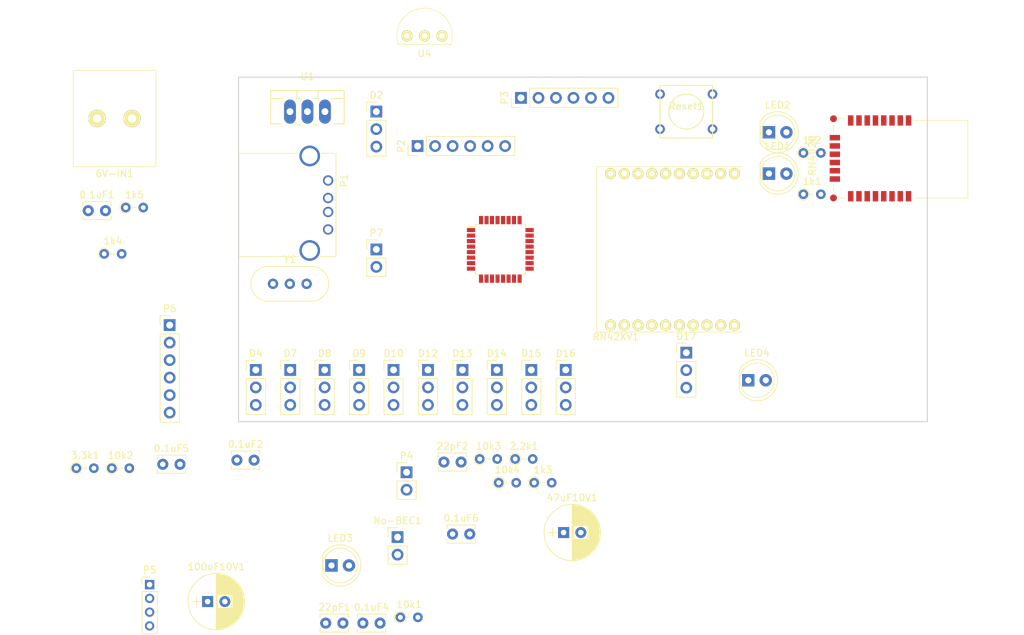
<source format=kicad_pcb>
(kicad_pcb (version 4) (host pcbnew 4.0.1-stable)

  (general
    (links 136)
    (no_connects 136)
    (area 70.075001 14.15 228.395003 119.604999)
    (thickness 1.6)
    (drawings 9)
    (tracks 0)
    (zones 0)
    (modules 52)
    (nets 73)
  )

  (page A4)
  (layers
    (0 F.Cu signal)
    (31 B.Cu signal)
    (32 B.Adhes user)
    (33 F.Adhes user)
    (34 B.Paste user)
    (35 F.Paste user)
    (36 B.SilkS user)
    (37 F.SilkS user)
    (38 B.Mask user)
    (39 F.Mask user)
    (40 Dwgs.User user)
    (41 Cmts.User user)
    (42 Eco1.User user)
    (43 Eco2.User user hide)
    (44 Edge.Cuts user)
    (45 Margin user hide)
    (46 B.CrtYd user hide)
    (47 F.CrtYd user hide)
    (48 B.Fab user hide)
    (49 F.Fab user hide)
  )

  (setup
    (last_trace_width 0.25)
    (trace_clearance 0.2)
    (zone_clearance 0.508)
    (zone_45_only no)
    (trace_min 0.2)
    (segment_width 0.2)
    (edge_width 0.15)
    (via_size 0.6)
    (via_drill 0.4)
    (via_min_size 0.4)
    (via_min_drill 0.3)
    (uvia_size 0.3)
    (uvia_drill 0.1)
    (uvias_allowed no)
    (uvia_min_size 0.2)
    (uvia_min_drill 0.1)
    (pcb_text_width 0.3)
    (pcb_text_size 1.5 1.5)
    (mod_edge_width 0.15)
    (mod_text_size 1 1)
    (mod_text_width 0.15)
    (pad_size 1.524 1.524)
    (pad_drill 0.762)
    (pad_to_mask_clearance 0.2)
    (aux_axis_origin 0 0)
    (visible_elements 7FFEFFFF)
    (pcbplotparams
      (layerselection 0x00030_80000001)
      (usegerberextensions false)
      (excludeedgelayer true)
      (linewidth 0.100000)
      (plotframeref false)
      (viasonmask false)
      (mode 1)
      (useauxorigin false)
      (hpglpennumber 1)
      (hpglpenspeed 20)
      (hpglpendiameter 15)
      (hpglpenoverlay 2)
      (psnegative false)
      (psa4output false)
      (plotreference true)
      (plotvalue true)
      (plotinvisibletext false)
      (padsonsilk false)
      (subtractmaskfromsilk false)
      (outputformat 1)
      (mirror false)
      (drillshape 1)
      (scaleselection 1)
      (outputdirectory ""))
  )

  (net 0 "")
  (net 1 +5V)
  (net 2 GND)
  (net 3 "Net-(0.1uF2-Pad2)")
  (net 4 +6V)
  (net 5 "Net-(0.1uF5-Pad1)")
  (net 6 "Net-(0.1uF5-Pad2)")
  (net 7 "Net-(1k1-Pad1)")
  (net 8 "Net-(1k1-Pad2)")
  (net 9 "Net-(1k2-Pad1)")
  (net 10 "Net-(1k2-Pad2)")
  (net 11 /RXD)
  (net 12 "Net-(1k3-Pad2)")
  (net 13 "Net-(1k4-Pad1)")
  (net 14 "Net-(1k5-Pad1)")
  (net 15 /D13)
  (net 16 /TXD)
  (net 17 "Net-(2.2k1-Pad2)")
  (net 18 /D17/A3)
  (net 19 /D16/A2)
  (net 20 +5VA)
  (net 21 "Net-(22pF1-Pad1)")
  (net 22 "Net-(22pF2-Pad2)")
  (net 23 +3V3)
  (net 24 /D2)
  (net 25 /D4)
  (net 26 /D7)
  (net 27 /D8)
  (net 28 /D9)
  (net 29 /D10)
  (net 30 /D12)
  (net 31 /D14/A0)
  (net 32 /D15/A1)
  (net 33 "/D3(P)")
  (net 34 "Net-(IC1-Pad3)")
  (net 35 "Net-(IC1-Pad6)")
  (net 36 "/D5(P)")
  (net 37 "/D6(P)")
  (net 38 "/D11(P)")
  (net 39 "Net-(IC1-Pad19)")
  (net 40 "Net-(IC1-Pad22)")
  (net 41 /D18/A4/SDA)
  (net 42 /D19/A5/SCL)
  (net 43 "Net-(P1-Pad3)")
  (net 44 "Net-(P1-Pad2)")
  (net 45 "Net-(P1-Pad5)")
  (net 46 "Net-(RN42XV1-Pad4)")
  (net 47 "Net-(RN42XV1-Pad5)")
  (net 48 "Net-(RN42XV1-Pad6)")
  (net 49 "Net-(RN42XV1-Pad7)")
  (net 50 "Net-(RN42XV1-Pad8)")
  (net 51 "Net-(RN42XV1-Pad9)")
  (net 52 "Net-(RN42XV1-Pad11)")
  (net 53 "Net-(RN42XV1-Pad12)")
  (net 54 "Net-(RN42XV1-Pad13)")
  (net 55 "Net-(RN42XV1-Pad14)")
  (net 56 "Net-(RN42XV1-Pad15)")
  (net 57 "Net-(RN42XV1-Pad17)")
  (net 58 "Net-(RN42XV1-Pad18)")
  (net 59 "Net-(RN42XV1-Pad19)")
  (net 60 "Net-(RN42XV1-Pad20)")
  (net 61 "Net-(RN4020-Pad17)")
  (net 62 "Net-(RN4020-Pad18)")
  (net 63 "Net-(RN4020-Pad19)")
  (net 64 "Net-(RN4020-Pad20)")
  (net 65 "Net-(RN4020-Pad21)")
  (net 66 "Net-(RN4020-Pad22)")
  (net 67 "Net-(RN4020-Pad2)")
  (net 68 "Net-(RN4020-Pad3)")
  (net 69 "Net-(RN4020-Pad4)")
  (net 70 "Net-(RN4020-Pad11)")
  (net 71 "Net-(RN4020-Pad13)")
  (net 72 "Net-(RN4020-Pad14)")

  (net_class Default "これは標準のネット クラスです。"
    (clearance 0.2)
    (trace_width 0.25)
    (via_dia 0.6)
    (via_drill 0.4)
    (uvia_dia 0.3)
    (uvia_drill 0.1)
    (add_net +3V3)
    (add_net +5V)
    (add_net +5VA)
    (add_net +6V)
    (add_net /D10)
    (add_net "/D11(P)")
    (add_net /D12)
    (add_net /D13)
    (add_net /D14/A0)
    (add_net /D15/A1)
    (add_net /D16/A2)
    (add_net /D17/A3)
    (add_net /D18/A4/SDA)
    (add_net /D19/A5/SCL)
    (add_net /D2)
    (add_net "/D3(P)")
    (add_net /D4)
    (add_net "/D5(P)")
    (add_net "/D6(P)")
    (add_net /D7)
    (add_net /D8)
    (add_net /D9)
    (add_net /RXD)
    (add_net /TXD)
    (add_net GND)
    (add_net "Net-(0.1uF2-Pad2)")
    (add_net "Net-(0.1uF5-Pad1)")
    (add_net "Net-(0.1uF5-Pad2)")
    (add_net "Net-(1k1-Pad1)")
    (add_net "Net-(1k1-Pad2)")
    (add_net "Net-(1k2-Pad1)")
    (add_net "Net-(1k2-Pad2)")
    (add_net "Net-(1k3-Pad2)")
    (add_net "Net-(1k4-Pad1)")
    (add_net "Net-(1k5-Pad1)")
    (add_net "Net-(2.2k1-Pad2)")
    (add_net "Net-(22pF1-Pad1)")
    (add_net "Net-(22pF2-Pad2)")
    (add_net "Net-(IC1-Pad19)")
    (add_net "Net-(IC1-Pad22)")
    (add_net "Net-(IC1-Pad3)")
    (add_net "Net-(IC1-Pad6)")
    (add_net "Net-(P1-Pad2)")
    (add_net "Net-(P1-Pad3)")
    (add_net "Net-(P1-Pad5)")
    (add_net "Net-(RN4020-Pad11)")
    (add_net "Net-(RN4020-Pad13)")
    (add_net "Net-(RN4020-Pad14)")
    (add_net "Net-(RN4020-Pad17)")
    (add_net "Net-(RN4020-Pad18)")
    (add_net "Net-(RN4020-Pad19)")
    (add_net "Net-(RN4020-Pad2)")
    (add_net "Net-(RN4020-Pad20)")
    (add_net "Net-(RN4020-Pad21)")
    (add_net "Net-(RN4020-Pad22)")
    (add_net "Net-(RN4020-Pad3)")
    (add_net "Net-(RN4020-Pad4)")
    (add_net "Net-(RN42XV1-Pad11)")
    (add_net "Net-(RN42XV1-Pad12)")
    (add_net "Net-(RN42XV1-Pad13)")
    (add_net "Net-(RN42XV1-Pad14)")
    (add_net "Net-(RN42XV1-Pad15)")
    (add_net "Net-(RN42XV1-Pad17)")
    (add_net "Net-(RN42XV1-Pad18)")
    (add_net "Net-(RN42XV1-Pad19)")
    (add_net "Net-(RN42XV1-Pad20)")
    (add_net "Net-(RN42XV1-Pad4)")
    (add_net "Net-(RN42XV1-Pad5)")
    (add_net "Net-(RN42XV1-Pad6)")
    (add_net "Net-(RN42XV1-Pad7)")
    (add_net "Net-(RN42XV1-Pad8)")
    (add_net "Net-(RN42XV1-Pad9)")
  )

  (module Capacitors_ThroughHole:C_Rect_L4.0mm_W2.5mm_P2.50mm (layer F.Cu) (tedit 58765D05) (tstamp 589AC71A)
    (at 103.17762 44.379999)
    (descr "C, Rect series, Radial, pin pitch=2.50mm, , length*width=4*2.5mm^2, Capacitor")
    (tags "C Rect series Radial pin pitch 2.50mm  length 4mm width 2.5mm Capacitor")
    (path /5809982B)
    (fp_text reference 0.1uF1 (at 1.25 -2.31) (layer F.SilkS)
      (effects (font (size 1 1) (thickness 0.15)))
    )
    (fp_text value 0.1uF (at 1.25 2.31) (layer F.Fab)
      (effects (font (size 1 1) (thickness 0.15)))
    )
    (fp_line (start -0.75 -1.25) (end -0.75 1.25) (layer F.Fab) (width 0.1))
    (fp_line (start -0.75 1.25) (end 3.25 1.25) (layer F.Fab) (width 0.1))
    (fp_line (start 3.25 1.25) (end 3.25 -1.25) (layer F.Fab) (width 0.1))
    (fp_line (start 3.25 -1.25) (end -0.75 -1.25) (layer F.Fab) (width 0.1))
    (fp_line (start -0.81 -1.31) (end 3.31 -1.31) (layer F.SilkS) (width 0.12))
    (fp_line (start -0.81 1.31) (end 3.31 1.31) (layer F.SilkS) (width 0.12))
    (fp_line (start -0.81 -1.31) (end -0.81 -0.75) (layer F.SilkS) (width 0.12))
    (fp_line (start -0.81 0.75) (end -0.81 1.31) (layer F.SilkS) (width 0.12))
    (fp_line (start 3.31 -1.31) (end 3.31 -0.75) (layer F.SilkS) (width 0.12))
    (fp_line (start 3.31 0.75) (end 3.31 1.31) (layer F.SilkS) (width 0.12))
    (fp_line (start -1.1 -1.6) (end -1.1 1.6) (layer F.CrtYd) (width 0.05))
    (fp_line (start -1.1 1.6) (end 3.6 1.6) (layer F.CrtYd) (width 0.05))
    (fp_line (start 3.6 1.6) (end 3.6 -1.6) (layer F.CrtYd) (width 0.05))
    (fp_line (start 3.6 -1.6) (end -1.1 -1.6) (layer F.CrtYd) (width 0.05))
    (pad 1 thru_hole circle (at 0 0) (size 1.6 1.6) (drill 0.8) (layers *.Cu *.Mask)
      (net 1 +5V))
    (pad 2 thru_hole circle (at 2.5 0) (size 1.6 1.6) (drill 0.8) (layers *.Cu *.Mask)
      (net 2 GND))
    (model Capacitors_ThroughHole.3dshapes/C_Rect_L4.0mm_W2.5mm_P2.50mm.wrl
      (at (xyz 0 0 0))
      (scale (xyz 0.393701 0.393701 0.393701))
      (rotate (xyz 0 0 0))
    )
  )

  (module Capacitors_ThroughHole:C_Rect_L4.0mm_W2.5mm_P2.50mm (layer F.Cu) (tedit 58765D05) (tstamp 589AC720)
    (at 124.75762 80.599999)
    (descr "C, Rect series, Radial, pin pitch=2.50mm, , length*width=4*2.5mm^2, Capacitor")
    (tags "C Rect series Radial pin pitch 2.50mm  length 4mm width 2.5mm Capacitor")
    (path /589B73F0)
    (fp_text reference 0.1uF2 (at 1.25 -2.31) (layer F.SilkS)
      (effects (font (size 1 1) (thickness 0.15)))
    )
    (fp_text value 0.1uF (at 1.25 2.31) (layer F.Fab)
      (effects (font (size 1 1) (thickness 0.15)))
    )
    (fp_line (start -0.75 -1.25) (end -0.75 1.25) (layer F.Fab) (width 0.1))
    (fp_line (start -0.75 1.25) (end 3.25 1.25) (layer F.Fab) (width 0.1))
    (fp_line (start 3.25 1.25) (end 3.25 -1.25) (layer F.Fab) (width 0.1))
    (fp_line (start 3.25 -1.25) (end -0.75 -1.25) (layer F.Fab) (width 0.1))
    (fp_line (start -0.81 -1.31) (end 3.31 -1.31) (layer F.SilkS) (width 0.12))
    (fp_line (start -0.81 1.31) (end 3.31 1.31) (layer F.SilkS) (width 0.12))
    (fp_line (start -0.81 -1.31) (end -0.81 -0.75) (layer F.SilkS) (width 0.12))
    (fp_line (start -0.81 0.75) (end -0.81 1.31) (layer F.SilkS) (width 0.12))
    (fp_line (start 3.31 -1.31) (end 3.31 -0.75) (layer F.SilkS) (width 0.12))
    (fp_line (start 3.31 0.75) (end 3.31 1.31) (layer F.SilkS) (width 0.12))
    (fp_line (start -1.1 -1.6) (end -1.1 1.6) (layer F.CrtYd) (width 0.05))
    (fp_line (start -1.1 1.6) (end 3.6 1.6) (layer F.CrtYd) (width 0.05))
    (fp_line (start 3.6 1.6) (end 3.6 -1.6) (layer F.CrtYd) (width 0.05))
    (fp_line (start 3.6 -1.6) (end -1.1 -1.6) (layer F.CrtYd) (width 0.05))
    (pad 1 thru_hole circle (at 0 0) (size 1.6 1.6) (drill 0.8) (layers *.Cu *.Mask)
      (net 2 GND))
    (pad 2 thru_hole circle (at 2.5 0) (size 1.6 1.6) (drill 0.8) (layers *.Cu *.Mask)
      (net 3 "Net-(0.1uF2-Pad2)"))
    (model Capacitors_ThroughHole.3dshapes/C_Rect_L4.0mm_W2.5mm_P2.50mm.wrl
      (at (xyz 0 0 0))
      (scale (xyz 0.393701 0.393701 0.393701))
      (rotate (xyz 0 0 0))
    )
  )

  (module Capacitors_ThroughHole:C_Rect_L4.0mm_W2.5mm_P2.50mm (layer F.Cu) (tedit 58765D05) (tstamp 589AC726)
    (at 143.04762 104.259999)
    (descr "C, Rect series, Radial, pin pitch=2.50mm, , length*width=4*2.5mm^2, Capacitor")
    (tags "C Rect series Radial pin pitch 2.50mm  length 4mm width 2.5mm Capacitor")
    (path /58084526)
    (fp_text reference 0.1uF4 (at 1.25 -2.31) (layer F.SilkS)
      (effects (font (size 1 1) (thickness 0.15)))
    )
    (fp_text value 0.1uF (at 1.25 2.31) (layer F.Fab)
      (effects (font (size 1 1) (thickness 0.15)))
    )
    (fp_line (start -0.75 -1.25) (end -0.75 1.25) (layer F.Fab) (width 0.1))
    (fp_line (start -0.75 1.25) (end 3.25 1.25) (layer F.Fab) (width 0.1))
    (fp_line (start 3.25 1.25) (end 3.25 -1.25) (layer F.Fab) (width 0.1))
    (fp_line (start 3.25 -1.25) (end -0.75 -1.25) (layer F.Fab) (width 0.1))
    (fp_line (start -0.81 -1.31) (end 3.31 -1.31) (layer F.SilkS) (width 0.12))
    (fp_line (start -0.81 1.31) (end 3.31 1.31) (layer F.SilkS) (width 0.12))
    (fp_line (start -0.81 -1.31) (end -0.81 -0.75) (layer F.SilkS) (width 0.12))
    (fp_line (start -0.81 0.75) (end -0.81 1.31) (layer F.SilkS) (width 0.12))
    (fp_line (start 3.31 -1.31) (end 3.31 -0.75) (layer F.SilkS) (width 0.12))
    (fp_line (start 3.31 0.75) (end 3.31 1.31) (layer F.SilkS) (width 0.12))
    (fp_line (start -1.1 -1.6) (end -1.1 1.6) (layer F.CrtYd) (width 0.05))
    (fp_line (start -1.1 1.6) (end 3.6 1.6) (layer F.CrtYd) (width 0.05))
    (fp_line (start 3.6 1.6) (end 3.6 -1.6) (layer F.CrtYd) (width 0.05))
    (fp_line (start 3.6 -1.6) (end -1.1 -1.6) (layer F.CrtYd) (width 0.05))
    (pad 1 thru_hole circle (at 0 0) (size 1.6 1.6) (drill 0.8) (layers *.Cu *.Mask)
      (net 4 +6V))
    (pad 2 thru_hole circle (at 2.5 0) (size 1.6 1.6) (drill 0.8) (layers *.Cu *.Mask)
      (net 2 GND))
    (model Capacitors_ThroughHole.3dshapes/C_Rect_L4.0mm_W2.5mm_P2.50mm.wrl
      (at (xyz 0 0 0))
      (scale (xyz 0.393701 0.393701 0.393701))
      (rotate (xyz 0 0 0))
    )
  )

  (module Capacitors_ThroughHole:C_Rect_L4.0mm_W2.5mm_P2.50mm (layer F.Cu) (tedit 58765D05) (tstamp 589AC72C)
    (at 113.99762 81.199999)
    (descr "C, Rect series, Radial, pin pitch=2.50mm, , length*width=4*2.5mm^2, Capacitor")
    (tags "C Rect series Radial pin pitch 2.50mm  length 4mm width 2.5mm Capacitor")
    (path /58083094)
    (fp_text reference 0.1uF5 (at 1.25 -2.31) (layer F.SilkS)
      (effects (font (size 1 1) (thickness 0.15)))
    )
    (fp_text value 0.1uF (at 1.25 2.31) (layer F.Fab)
      (effects (font (size 1 1) (thickness 0.15)))
    )
    (fp_line (start -0.75 -1.25) (end -0.75 1.25) (layer F.Fab) (width 0.1))
    (fp_line (start -0.75 1.25) (end 3.25 1.25) (layer F.Fab) (width 0.1))
    (fp_line (start 3.25 1.25) (end 3.25 -1.25) (layer F.Fab) (width 0.1))
    (fp_line (start 3.25 -1.25) (end -0.75 -1.25) (layer F.Fab) (width 0.1))
    (fp_line (start -0.81 -1.31) (end 3.31 -1.31) (layer F.SilkS) (width 0.12))
    (fp_line (start -0.81 1.31) (end 3.31 1.31) (layer F.SilkS) (width 0.12))
    (fp_line (start -0.81 -1.31) (end -0.81 -0.75) (layer F.SilkS) (width 0.12))
    (fp_line (start -0.81 0.75) (end -0.81 1.31) (layer F.SilkS) (width 0.12))
    (fp_line (start 3.31 -1.31) (end 3.31 -0.75) (layer F.SilkS) (width 0.12))
    (fp_line (start 3.31 0.75) (end 3.31 1.31) (layer F.SilkS) (width 0.12))
    (fp_line (start -1.1 -1.6) (end -1.1 1.6) (layer F.CrtYd) (width 0.05))
    (fp_line (start -1.1 1.6) (end 3.6 1.6) (layer F.CrtYd) (width 0.05))
    (fp_line (start 3.6 1.6) (end 3.6 -1.6) (layer F.CrtYd) (width 0.05))
    (fp_line (start 3.6 -1.6) (end -1.1 -1.6) (layer F.CrtYd) (width 0.05))
    (pad 1 thru_hole circle (at 0 0) (size 1.6 1.6) (drill 0.8) (layers *.Cu *.Mask)
      (net 5 "Net-(0.1uF5-Pad1)"))
    (pad 2 thru_hole circle (at 2.5 0) (size 1.6 1.6) (drill 0.8) (layers *.Cu *.Mask)
      (net 6 "Net-(0.1uF5-Pad2)"))
    (model Capacitors_ThroughHole.3dshapes/C_Rect_L4.0mm_W2.5mm_P2.50mm.wrl
      (at (xyz 0 0 0))
      (scale (xyz 0.393701 0.393701 0.393701))
      (rotate (xyz 0 0 0))
    )
  )

  (module Capacitors_ThroughHole:C_Rect_L4.0mm_W2.5mm_P2.50mm (layer F.Cu) (tedit 58765D05) (tstamp 589AC732)
    (at 156.06762 91.329999)
    (descr "C, Rect series, Radial, pin pitch=2.50mm, , length*width=4*2.5mm^2, Capacitor")
    (tags "C Rect series Radial pin pitch 2.50mm  length 4mm width 2.5mm Capacitor")
    (path /58143720)
    (fp_text reference 0.1uF6 (at 1.25 -2.31) (layer F.SilkS)
      (effects (font (size 1 1) (thickness 0.15)))
    )
    (fp_text value 0.1uF (at 1.25 2.31) (layer F.Fab)
      (effects (font (size 1 1) (thickness 0.15)))
    )
    (fp_line (start -0.75 -1.25) (end -0.75 1.25) (layer F.Fab) (width 0.1))
    (fp_line (start -0.75 1.25) (end 3.25 1.25) (layer F.Fab) (width 0.1))
    (fp_line (start 3.25 1.25) (end 3.25 -1.25) (layer F.Fab) (width 0.1))
    (fp_line (start 3.25 -1.25) (end -0.75 -1.25) (layer F.Fab) (width 0.1))
    (fp_line (start -0.81 -1.31) (end 3.31 -1.31) (layer F.SilkS) (width 0.12))
    (fp_line (start -0.81 1.31) (end 3.31 1.31) (layer F.SilkS) (width 0.12))
    (fp_line (start -0.81 -1.31) (end -0.81 -0.75) (layer F.SilkS) (width 0.12))
    (fp_line (start -0.81 0.75) (end -0.81 1.31) (layer F.SilkS) (width 0.12))
    (fp_line (start 3.31 -1.31) (end 3.31 -0.75) (layer F.SilkS) (width 0.12))
    (fp_line (start 3.31 0.75) (end 3.31 1.31) (layer F.SilkS) (width 0.12))
    (fp_line (start -1.1 -1.6) (end -1.1 1.6) (layer F.CrtYd) (width 0.05))
    (fp_line (start -1.1 1.6) (end 3.6 1.6) (layer F.CrtYd) (width 0.05))
    (fp_line (start 3.6 1.6) (end 3.6 -1.6) (layer F.CrtYd) (width 0.05))
    (fp_line (start 3.6 -1.6) (end -1.1 -1.6) (layer F.CrtYd) (width 0.05))
    (pad 1 thru_hole circle (at 0 0) (size 1.6 1.6) (drill 0.8) (layers *.Cu *.Mask)
      (net 1 +5V))
    (pad 2 thru_hole circle (at 2.5 0) (size 1.6 1.6) (drill 0.8) (layers *.Cu *.Mask)
      (net 2 GND))
    (model Capacitors_ThroughHole.3dshapes/C_Rect_L4.0mm_W2.5mm_P2.50mm.wrl
      (at (xyz 0 0 0))
      (scale (xyz 0.393701 0.393701 0.393701))
      (rotate (xyz 0 0 0))
    )
  )

  (module Resistors_ThroughHole:R_Axial_DIN0204_L3.6mm_D1.6mm_P2.54mm_Vertical (layer F.Cu) (tedit 5874F706) (tstamp 589AC738)
    (at 207 42)
    (descr "Resistor, Axial_DIN0204 series, Axial, Vertical, pin pitch=2.54mm, 0.16666666666666666W = 1/6W, length*diameter=3.6*1.6mm^2, http://cdn-reichelt.de/documents/datenblatt/B400/1_4W%23YAG.pdf")
    (tags "Resistor Axial_DIN0204 series Axial Vertical pin pitch 2.54mm 0.16666666666666666W = 1/6W length 3.6mm diameter 1.6mm")
    (path /580EB00D)
    (fp_text reference 1k1 (at 1.27 -1.86) (layer F.SilkS)
      (effects (font (size 1 1) (thickness 0.15)))
    )
    (fp_text value 1k (at 1.27 1.86) (layer F.Fab)
      (effects (font (size 1 1) (thickness 0.15)))
    )
    (fp_circle (center 0 0) (end 0.8 0) (layer F.Fab) (width 0.1))
    (fp_circle (center 0 0) (end 0.86 0) (layer F.SilkS) (width 0.12))
    (fp_line (start 0 0) (end 2.54 0) (layer F.Fab) (width 0.1))
    (fp_line (start 0.86 0) (end 1.54 0) (layer F.SilkS) (width 0.12))
    (fp_line (start -1.15 -1.15) (end -1.15 1.15) (layer F.CrtYd) (width 0.05))
    (fp_line (start -1.15 1.15) (end 3.55 1.15) (layer F.CrtYd) (width 0.05))
    (fp_line (start 3.55 1.15) (end 3.55 -1.15) (layer F.CrtYd) (width 0.05))
    (fp_line (start 3.55 -1.15) (end -1.15 -1.15) (layer F.CrtYd) (width 0.05))
    (pad 1 thru_hole circle (at 0 0) (size 1.4 1.4) (drill 0.7) (layers *.Cu *.Mask)
      (net 7 "Net-(1k1-Pad1)"))
    (pad 2 thru_hole oval (at 2.54 0) (size 1.4 1.4) (drill 0.7) (layers *.Cu *.Mask)
      (net 8 "Net-(1k1-Pad2)"))
    (model Resistors_ThroughHole.3dshapes/R_Axial_DIN0204_L3.6mm_D1.6mm_P2.54mm_Vertical.wrl
      (at (xyz 0 0 0))
      (scale (xyz 0.393701 0.393701 0.393701))
      (rotate (xyz 0 0 0))
    )
  )

  (module Resistors_ThroughHole:R_Axial_DIN0204_L3.6mm_D1.6mm_P2.54mm_Vertical (layer F.Cu) (tedit 5874F706) (tstamp 589AC73E)
    (at 207 36)
    (descr "Resistor, Axial_DIN0204 series, Axial, Vertical, pin pitch=2.54mm, 0.16666666666666666W = 1/6W, length*diameter=3.6*1.6mm^2, http://cdn-reichelt.de/documents/datenblatt/B400/1_4W%23YAG.pdf")
    (tags "Resistor Axial_DIN0204 series Axial Vertical pin pitch 2.54mm 0.16666666666666666W = 1/6W length 3.6mm diameter 1.6mm")
    (path /580EB146)
    (fp_text reference 1k2 (at 1.27 -1.86) (layer F.SilkS)
      (effects (font (size 1 1) (thickness 0.15)))
    )
    (fp_text value 1k (at 1.27 1.86) (layer F.Fab)
      (effects (font (size 1 1) (thickness 0.15)))
    )
    (fp_circle (center 0 0) (end 0.8 0) (layer F.Fab) (width 0.1))
    (fp_circle (center 0 0) (end 0.86 0) (layer F.SilkS) (width 0.12))
    (fp_line (start 0 0) (end 2.54 0) (layer F.Fab) (width 0.1))
    (fp_line (start 0.86 0) (end 1.54 0) (layer F.SilkS) (width 0.12))
    (fp_line (start -1.15 -1.15) (end -1.15 1.15) (layer F.CrtYd) (width 0.05))
    (fp_line (start -1.15 1.15) (end 3.55 1.15) (layer F.CrtYd) (width 0.05))
    (fp_line (start 3.55 1.15) (end 3.55 -1.15) (layer F.CrtYd) (width 0.05))
    (fp_line (start 3.55 -1.15) (end -1.15 -1.15) (layer F.CrtYd) (width 0.05))
    (pad 1 thru_hole circle (at 0 0) (size 1.4 1.4) (drill 0.7) (layers *.Cu *.Mask)
      (net 9 "Net-(1k2-Pad1)"))
    (pad 2 thru_hole oval (at 2.54 0) (size 1.4 1.4) (drill 0.7) (layers *.Cu *.Mask)
      (net 10 "Net-(1k2-Pad2)"))
    (model Resistors_ThroughHole.3dshapes/R_Axial_DIN0204_L3.6mm_D1.6mm_P2.54mm_Vertical.wrl
      (at (xyz 0 0 0))
      (scale (xyz 0.393701 0.393701 0.393701))
      (rotate (xyz 0 0 0))
    )
  )

  (module Resistors_ThroughHole:R_Axial_DIN0204_L3.6mm_D1.6mm_P2.54mm_Vertical (layer F.Cu) (tedit 5874F706) (tstamp 589AC744)
    (at 167.920002 83.879999)
    (descr "Resistor, Axial_DIN0204 series, Axial, Vertical, pin pitch=2.54mm, 0.16666666666666666W = 1/6W, length*diameter=3.6*1.6mm^2, http://cdn-reichelt.de/documents/datenblatt/B400/1_4W%23YAG.pdf")
    (tags "Resistor Axial_DIN0204 series Axial Vertical pin pitch 2.54mm 0.16666666666666666W = 1/6W length 3.6mm diameter 1.6mm")
    (path /580E2893)
    (fp_text reference 1k3 (at 1.27 -1.86) (layer F.SilkS)
      (effects (font (size 1 1) (thickness 0.15)))
    )
    (fp_text value 1k (at 1.27 1.86) (layer F.Fab)
      (effects (font (size 1 1) (thickness 0.15)))
    )
    (fp_circle (center 0 0) (end 0.8 0) (layer F.Fab) (width 0.1))
    (fp_circle (center 0 0) (end 0.86 0) (layer F.SilkS) (width 0.12))
    (fp_line (start 0 0) (end 2.54 0) (layer F.Fab) (width 0.1))
    (fp_line (start 0.86 0) (end 1.54 0) (layer F.SilkS) (width 0.12))
    (fp_line (start -1.15 -1.15) (end -1.15 1.15) (layer F.CrtYd) (width 0.05))
    (fp_line (start -1.15 1.15) (end 3.55 1.15) (layer F.CrtYd) (width 0.05))
    (fp_line (start 3.55 1.15) (end 3.55 -1.15) (layer F.CrtYd) (width 0.05))
    (fp_line (start 3.55 -1.15) (end -1.15 -1.15) (layer F.CrtYd) (width 0.05))
    (pad 1 thru_hole circle (at 0 0) (size 1.4 1.4) (drill 0.7) (layers *.Cu *.Mask)
      (net 11 /RXD))
    (pad 2 thru_hole oval (at 2.54 0) (size 1.4 1.4) (drill 0.7) (layers *.Cu *.Mask)
      (net 12 "Net-(1k3-Pad2)"))
    (model Resistors_ThroughHole.3dshapes/R_Axial_DIN0204_L3.6mm_D1.6mm_P2.54mm_Vertical.wrl
      (at (xyz 0 0 0))
      (scale (xyz 0.393701 0.393701 0.393701))
      (rotate (xyz 0 0 0))
    )
  )

  (module Resistors_ThroughHole:R_Axial_DIN0204_L3.6mm_D1.6mm_P2.54mm_Vertical (layer F.Cu) (tedit 5874F706) (tstamp 589AC74A)
    (at 105.490002 50.649999)
    (descr "Resistor, Axial_DIN0204 series, Axial, Vertical, pin pitch=2.54mm, 0.16666666666666666W = 1/6W, length*diameter=3.6*1.6mm^2, http://cdn-reichelt.de/documents/datenblatt/B400/1_4W%23YAG.pdf")
    (tags "Resistor Axial_DIN0204 series Axial Vertical pin pitch 2.54mm 0.16666666666666666W = 1/6W length 3.6mm diameter 1.6mm")
    (path /5816FEA5)
    (fp_text reference 1k4 (at 1.27 -1.86) (layer F.SilkS)
      (effects (font (size 1 1) (thickness 0.15)))
    )
    (fp_text value 1k (at 1.27 1.86) (layer F.Fab)
      (effects (font (size 1 1) (thickness 0.15)))
    )
    (fp_circle (center 0 0) (end 0.8 0) (layer F.Fab) (width 0.1))
    (fp_circle (center 0 0) (end 0.86 0) (layer F.SilkS) (width 0.12))
    (fp_line (start 0 0) (end 2.54 0) (layer F.Fab) (width 0.1))
    (fp_line (start 0.86 0) (end 1.54 0) (layer F.SilkS) (width 0.12))
    (fp_line (start -1.15 -1.15) (end -1.15 1.15) (layer F.CrtYd) (width 0.05))
    (fp_line (start -1.15 1.15) (end 3.55 1.15) (layer F.CrtYd) (width 0.05))
    (fp_line (start 3.55 1.15) (end 3.55 -1.15) (layer F.CrtYd) (width 0.05))
    (fp_line (start 3.55 -1.15) (end -1.15 -1.15) (layer F.CrtYd) (width 0.05))
    (pad 1 thru_hole circle (at 0 0) (size 1.4 1.4) (drill 0.7) (layers *.Cu *.Mask)
      (net 13 "Net-(1k4-Pad1)"))
    (pad 2 thru_hole oval (at 2.54 0) (size 1.4 1.4) (drill 0.7) (layers *.Cu *.Mask)
      (net 1 +5V))
    (model Resistors_ThroughHole.3dshapes/R_Axial_DIN0204_L3.6mm_D1.6mm_P2.54mm_Vertical.wrl
      (at (xyz 0 0 0))
      (scale (xyz 0.393701 0.393701 0.393701))
      (rotate (xyz 0 0 0))
    )
  )

  (module Resistors_ThroughHole:R_Axial_DIN0204_L3.6mm_D1.6mm_P2.54mm_Vertical (layer F.Cu) (tedit 5874F706) (tstamp 589AC750)
    (at 108.620002 43.929999)
    (descr "Resistor, Axial_DIN0204 series, Axial, Vertical, pin pitch=2.54mm, 0.16666666666666666W = 1/6W, length*diameter=3.6*1.6mm^2, http://cdn-reichelt.de/documents/datenblatt/B400/1_4W%23YAG.pdf")
    (tags "Resistor Axial_DIN0204 series Axial Vertical pin pitch 2.54mm 0.16666666666666666W = 1/6W length 3.6mm diameter 1.6mm")
    (path /5816C754)
    (fp_text reference 1k5 (at 1.27 -1.86) (layer F.SilkS)
      (effects (font (size 1 1) (thickness 0.15)))
    )
    (fp_text value 1k (at 1.27 1.86) (layer F.Fab)
      (effects (font (size 1 1) (thickness 0.15)))
    )
    (fp_circle (center 0 0) (end 0.8 0) (layer F.Fab) (width 0.1))
    (fp_circle (center 0 0) (end 0.86 0) (layer F.SilkS) (width 0.12))
    (fp_line (start 0 0) (end 2.54 0) (layer F.Fab) (width 0.1))
    (fp_line (start 0.86 0) (end 1.54 0) (layer F.SilkS) (width 0.12))
    (fp_line (start -1.15 -1.15) (end -1.15 1.15) (layer F.CrtYd) (width 0.05))
    (fp_line (start -1.15 1.15) (end 3.55 1.15) (layer F.CrtYd) (width 0.05))
    (fp_line (start 3.55 1.15) (end 3.55 -1.15) (layer F.CrtYd) (width 0.05))
    (fp_line (start 3.55 -1.15) (end -1.15 -1.15) (layer F.CrtYd) (width 0.05))
    (pad 1 thru_hole circle (at 0 0) (size 1.4 1.4) (drill 0.7) (layers *.Cu *.Mask)
      (net 14 "Net-(1k5-Pad1)"))
    (pad 2 thru_hole oval (at 2.54 0) (size 1.4 1.4) (drill 0.7) (layers *.Cu *.Mask)
      (net 15 /D13))
    (model Resistors_ThroughHole.3dshapes/R_Axial_DIN0204_L3.6mm_D1.6mm_P2.54mm_Vertical.wrl
      (at (xyz 0 0 0))
      (scale (xyz 0.393701 0.393701 0.393701))
      (rotate (xyz 0 0 0))
    )
  )

  (module Resistors_ThroughHole:R_Axial_DIN0204_L3.6mm_D1.6mm_P2.54mm_Vertical (layer F.Cu) (tedit 5874F706) (tstamp 589AC756)
    (at 165.160002 80.429999)
    (descr "Resistor, Axial_DIN0204 series, Axial, Vertical, pin pitch=2.54mm, 0.16666666666666666W = 1/6W, length*diameter=3.6*1.6mm^2, http://cdn-reichelt.de/documents/datenblatt/B400/1_4W%23YAG.pdf")
    (tags "Resistor Axial_DIN0204 series Axial Vertical pin pitch 2.54mm 0.16666666666666666W = 1/6W length 3.6mm diameter 1.6mm")
    (path /580DB0AD)
    (fp_text reference 2.2k1 (at 1.27 -1.86) (layer F.SilkS)
      (effects (font (size 1 1) (thickness 0.15)))
    )
    (fp_text value 2.2k (at 1.27 1.86) (layer F.Fab)
      (effects (font (size 1 1) (thickness 0.15)))
    )
    (fp_circle (center 0 0) (end 0.8 0) (layer F.Fab) (width 0.1))
    (fp_circle (center 0 0) (end 0.86 0) (layer F.SilkS) (width 0.12))
    (fp_line (start 0 0) (end 2.54 0) (layer F.Fab) (width 0.1))
    (fp_line (start 0.86 0) (end 1.54 0) (layer F.SilkS) (width 0.12))
    (fp_line (start -1.15 -1.15) (end -1.15 1.15) (layer F.CrtYd) (width 0.05))
    (fp_line (start -1.15 1.15) (end 3.55 1.15) (layer F.CrtYd) (width 0.05))
    (fp_line (start 3.55 1.15) (end 3.55 -1.15) (layer F.CrtYd) (width 0.05))
    (fp_line (start 3.55 -1.15) (end -1.15 -1.15) (layer F.CrtYd) (width 0.05))
    (pad 1 thru_hole circle (at 0 0) (size 1.4 1.4) (drill 0.7) (layers *.Cu *.Mask)
      (net 16 /TXD))
    (pad 2 thru_hole oval (at 2.54 0) (size 1.4 1.4) (drill 0.7) (layers *.Cu *.Mask)
      (net 17 "Net-(2.2k1-Pad2)"))
    (model Resistors_ThroughHole.3dshapes/R_Axial_DIN0204_L3.6mm_D1.6mm_P2.54mm_Vertical.wrl
      (at (xyz 0 0 0))
      (scale (xyz 0.393701 0.393701 0.393701))
      (rotate (xyz 0 0 0))
    )
  )

  (module Resistors_ThroughHole:R_Axial_DIN0204_L3.6mm_D1.6mm_P2.54mm_Vertical (layer F.Cu) (tedit 5874F706) (tstamp 589AC75C)
    (at 101.450002 81.769999)
    (descr "Resistor, Axial_DIN0204 series, Axial, Vertical, pin pitch=2.54mm, 0.16666666666666666W = 1/6W, length*diameter=3.6*1.6mm^2, http://cdn-reichelt.de/documents/datenblatt/B400/1_4W%23YAG.pdf")
    (tags "Resistor Axial_DIN0204 series Axial Vertical pin pitch 2.54mm 0.16666666666666666W = 1/6W length 3.6mm diameter 1.6mm")
    (path /580DB25E)
    (fp_text reference 3.3k1 (at 1.27 -1.86) (layer F.SilkS)
      (effects (font (size 1 1) (thickness 0.15)))
    )
    (fp_text value 3.3k (at 1.27 1.86) (layer F.Fab)
      (effects (font (size 1 1) (thickness 0.15)))
    )
    (fp_circle (center 0 0) (end 0.8 0) (layer F.Fab) (width 0.1))
    (fp_circle (center 0 0) (end 0.86 0) (layer F.SilkS) (width 0.12))
    (fp_line (start 0 0) (end 2.54 0) (layer F.Fab) (width 0.1))
    (fp_line (start 0.86 0) (end 1.54 0) (layer F.SilkS) (width 0.12))
    (fp_line (start -1.15 -1.15) (end -1.15 1.15) (layer F.CrtYd) (width 0.05))
    (fp_line (start -1.15 1.15) (end 3.55 1.15) (layer F.CrtYd) (width 0.05))
    (fp_line (start 3.55 1.15) (end 3.55 -1.15) (layer F.CrtYd) (width 0.05))
    (fp_line (start 3.55 -1.15) (end -1.15 -1.15) (layer F.CrtYd) (width 0.05))
    (pad 1 thru_hole circle (at 0 0) (size 1.4 1.4) (drill 0.7) (layers *.Cu *.Mask)
      (net 2 GND))
    (pad 2 thru_hole oval (at 2.54 0) (size 1.4 1.4) (drill 0.7) (layers *.Cu *.Mask)
      (net 17 "Net-(2.2k1-Pad2)"))
    (model Resistors_ThroughHole.3dshapes/R_Axial_DIN0204_L3.6mm_D1.6mm_P2.54mm_Vertical.wrl
      (at (xyz 0 0 0))
      (scale (xyz 0.393701 0.393701 0.393701))
      (rotate (xyz 0 0 0))
    )
  )

  (module lib:TB-2pin (layer F.Cu) (tedit 580D70E1) (tstamp 589AC762)
    (at 107 31)
    (path /5809CFAC)
    (fp_text reference 6V-IN1 (at 0 8) (layer F.SilkS)
      (effects (font (size 1 1) (thickness 0.15)))
    )
    (fp_text value CONN_01X02 (at 0 -9) (layer F.Fab)
      (effects (font (size 1 1) (thickness 0.15)))
    )
    (fp_line (start -6 0) (end -6 7) (layer F.SilkS) (width 0.1))
    (fp_line (start -6 7) (end 6 7) (layer F.SilkS) (width 0.1))
    (fp_line (start 6 7) (end 6 -7) (layer F.SilkS) (width 0.1))
    (fp_line (start 6 -7) (end -6 -7) (layer F.SilkS) (width 0.1))
    (fp_line (start -6 -7) (end -6 0) (layer F.SilkS) (width 0.1))
    (pad 1 thru_hole circle (at -2.54 0) (size 2.5 2.5) (drill 1.2) (layers *.Cu *.Mask F.SilkS)
      (net 4 +6V))
    (pad 2 thru_hole circle (at 2.54 0) (size 2.5 2.5) (drill 1.2) (layers *.Cu *.Mask F.SilkS)
      (net 2 GND))
  )

  (module Resistors_ThroughHole:R_Axial_DIN0204_L3.6mm_D1.6mm_P2.54mm_Vertical (layer F.Cu) (tedit 5874F706) (tstamp 589AC768)
    (at 148.490002 103.419999)
    (descr "Resistor, Axial_DIN0204 series, Axial, Vertical, pin pitch=2.54mm, 0.16666666666666666W = 1/6W, length*diameter=3.6*1.6mm^2, http://cdn-reichelt.de/documents/datenblatt/B400/1_4W%23YAG.pdf")
    (tags "Resistor Axial_DIN0204 series Axial Vertical pin pitch 2.54mm 0.16666666666666666W = 1/6W length 3.6mm diameter 1.6mm")
    (path /5809AA13)
    (fp_text reference 10k1 (at 1.27 -1.86) (layer F.SilkS)
      (effects (font (size 1 1) (thickness 0.15)))
    )
    (fp_text value 10k (at 1.27 1.86) (layer F.Fab)
      (effects (font (size 1 1) (thickness 0.15)))
    )
    (fp_circle (center 0 0) (end 0.8 0) (layer F.Fab) (width 0.1))
    (fp_circle (center 0 0) (end 0.86 0) (layer F.SilkS) (width 0.12))
    (fp_line (start 0 0) (end 2.54 0) (layer F.Fab) (width 0.1))
    (fp_line (start 0.86 0) (end 1.54 0) (layer F.SilkS) (width 0.12))
    (fp_line (start -1.15 -1.15) (end -1.15 1.15) (layer F.CrtYd) (width 0.05))
    (fp_line (start -1.15 1.15) (end 3.55 1.15) (layer F.CrtYd) (width 0.05))
    (fp_line (start 3.55 1.15) (end 3.55 -1.15) (layer F.CrtYd) (width 0.05))
    (fp_line (start 3.55 -1.15) (end -1.15 -1.15) (layer F.CrtYd) (width 0.05))
    (pad 1 thru_hole circle (at 0 0) (size 1.4 1.4) (drill 0.7) (layers *.Cu *.Mask)
      (net 2 GND))
    (pad 2 thru_hole oval (at 2.54 0) (size 1.4 1.4) (drill 0.7) (layers *.Cu *.Mask)
      (net 18 /D17/A3))
    (model Resistors_ThroughHole.3dshapes/R_Axial_DIN0204_L3.6mm_D1.6mm_P2.54mm_Vertical.wrl
      (at (xyz 0 0 0))
      (scale (xyz 0.393701 0.393701 0.393701))
      (rotate (xyz 0 0 0))
    )
  )

  (module Resistors_ThroughHole:R_Axial_DIN0204_L3.6mm_D1.6mm_P2.54mm_Vertical (layer F.Cu) (tedit 5874F706) (tstamp 589AC76E)
    (at 106.600002 81.769999)
    (descr "Resistor, Axial_DIN0204 series, Axial, Vertical, pin pitch=2.54mm, 0.16666666666666666W = 1/6W, length*diameter=3.6*1.6mm^2, http://cdn-reichelt.de/documents/datenblatt/B400/1_4W%23YAG.pdf")
    (tags "Resistor Axial_DIN0204 series Axial Vertical pin pitch 2.54mm 0.16666666666666666W = 1/6W length 3.6mm diameter 1.6mm")
    (path /58082DC5)
    (fp_text reference 10k2 (at 1.27 -1.86) (layer F.SilkS)
      (effects (font (size 1 1) (thickness 0.15)))
    )
    (fp_text value 10k (at 1.27 1.86) (layer F.Fab)
      (effects (font (size 1 1) (thickness 0.15)))
    )
    (fp_circle (center 0 0) (end 0.8 0) (layer F.Fab) (width 0.1))
    (fp_circle (center 0 0) (end 0.86 0) (layer F.SilkS) (width 0.12))
    (fp_line (start 0 0) (end 2.54 0) (layer F.Fab) (width 0.1))
    (fp_line (start 0.86 0) (end 1.54 0) (layer F.SilkS) (width 0.12))
    (fp_line (start -1.15 -1.15) (end -1.15 1.15) (layer F.CrtYd) (width 0.05))
    (fp_line (start -1.15 1.15) (end 3.55 1.15) (layer F.CrtYd) (width 0.05))
    (fp_line (start 3.55 1.15) (end 3.55 -1.15) (layer F.CrtYd) (width 0.05))
    (fp_line (start 3.55 -1.15) (end -1.15 -1.15) (layer F.CrtYd) (width 0.05))
    (pad 1 thru_hole circle (at 0 0) (size 1.4 1.4) (drill 0.7) (layers *.Cu *.Mask)
      (net 6 "Net-(0.1uF5-Pad2)"))
    (pad 2 thru_hole oval (at 2.54 0) (size 1.4 1.4) (drill 0.7) (layers *.Cu *.Mask)
      (net 1 +5V))
    (model Resistors_ThroughHole.3dshapes/R_Axial_DIN0204_L3.6mm_D1.6mm_P2.54mm_Vertical.wrl
      (at (xyz 0 0 0))
      (scale (xyz 0.393701 0.393701 0.393701))
      (rotate (xyz 0 0 0))
    )
  )

  (module Resistors_ThroughHole:R_Axial_DIN0204_L3.6mm_D1.6mm_P2.54mm_Vertical (layer F.Cu) (tedit 5874F706) (tstamp 589AC774)
    (at 160.010002 80.429999)
    (descr "Resistor, Axial_DIN0204 series, Axial, Vertical, pin pitch=2.54mm, 0.16666666666666666W = 1/6W, length*diameter=3.6*1.6mm^2, http://cdn-reichelt.de/documents/datenblatt/B400/1_4W%23YAG.pdf")
    (tags "Resistor Axial_DIN0204 series Axial Vertical pin pitch 2.54mm 0.16666666666666666W = 1/6W length 3.6mm diameter 1.6mm")
    (path /5809AB5E)
    (fp_text reference 10k3 (at 1.27 -1.86) (layer F.SilkS)
      (effects (font (size 1 1) (thickness 0.15)))
    )
    (fp_text value 10k (at 1.27 1.86) (layer F.Fab)
      (effects (font (size 1 1) (thickness 0.15)))
    )
    (fp_circle (center 0 0) (end 0.8 0) (layer F.Fab) (width 0.1))
    (fp_circle (center 0 0) (end 0.86 0) (layer F.SilkS) (width 0.12))
    (fp_line (start 0 0) (end 2.54 0) (layer F.Fab) (width 0.1))
    (fp_line (start 0.86 0) (end 1.54 0) (layer F.SilkS) (width 0.12))
    (fp_line (start -1.15 -1.15) (end -1.15 1.15) (layer F.CrtYd) (width 0.05))
    (fp_line (start -1.15 1.15) (end 3.55 1.15) (layer F.CrtYd) (width 0.05))
    (fp_line (start 3.55 1.15) (end 3.55 -1.15) (layer F.CrtYd) (width 0.05))
    (fp_line (start 3.55 -1.15) (end -1.15 -1.15) (layer F.CrtYd) (width 0.05))
    (pad 1 thru_hole circle (at 0 0) (size 1.4 1.4) (drill 0.7) (layers *.Cu *.Mask)
      (net 4 +6V))
    (pad 2 thru_hole oval (at 2.54 0) (size 1.4 1.4) (drill 0.7) (layers *.Cu *.Mask)
      (net 18 /D17/A3))
    (model Resistors_ThroughHole.3dshapes/R_Axial_DIN0204_L3.6mm_D1.6mm_P2.54mm_Vertical.wrl
      (at (xyz 0 0 0))
      (scale (xyz 0.393701 0.393701 0.393701))
      (rotate (xyz 0 0 0))
    )
  )

  (module Resistors_ThroughHole:R_Axial_DIN0204_L3.6mm_D1.6mm_P2.54mm_Vertical (layer F.Cu) (tedit 5874F706) (tstamp 589AC77A)
    (at 162.770002 83.879999)
    (descr "Resistor, Axial_DIN0204 series, Axial, Vertical, pin pitch=2.54mm, 0.16666666666666666W = 1/6W, length*diameter=3.6*1.6mm^2, http://cdn-reichelt.de/documents/datenblatt/B400/1_4W%23YAG.pdf")
    (tags "Resistor Axial_DIN0204 series Axial Vertical pin pitch 2.54mm 0.16666666666666666W = 1/6W length 3.6mm diameter 1.6mm")
    (path /589B66D2)
    (fp_text reference 10k4 (at 1.27 -1.86) (layer F.SilkS)
      (effects (font (size 1 1) (thickness 0.15)))
    )
    (fp_text value 10k (at 1.27 1.86) (layer F.Fab)
      (effects (font (size 1 1) (thickness 0.15)))
    )
    (fp_circle (center 0 0) (end 0.8 0) (layer F.Fab) (width 0.1))
    (fp_circle (center 0 0) (end 0.86 0) (layer F.SilkS) (width 0.12))
    (fp_line (start 0 0) (end 2.54 0) (layer F.Fab) (width 0.1))
    (fp_line (start 0.86 0) (end 1.54 0) (layer F.SilkS) (width 0.12))
    (fp_line (start -1.15 -1.15) (end -1.15 1.15) (layer F.CrtYd) (width 0.05))
    (fp_line (start -1.15 1.15) (end 3.55 1.15) (layer F.CrtYd) (width 0.05))
    (fp_line (start 3.55 1.15) (end 3.55 -1.15) (layer F.CrtYd) (width 0.05))
    (fp_line (start 3.55 -1.15) (end -1.15 -1.15) (layer F.CrtYd) (width 0.05))
    (pad 1 thru_hole circle (at 0 0) (size 1.4 1.4) (drill 0.7) (layers *.Cu *.Mask)
      (net 19 /D16/A2))
    (pad 2 thru_hole oval (at 2.54 0) (size 1.4 1.4) (drill 0.7) (layers *.Cu *.Mask)
      (net 20 +5VA))
    (model Resistors_ThroughHole.3dshapes/R_Axial_DIN0204_L3.6mm_D1.6mm_P2.54mm_Vertical.wrl
      (at (xyz 0 0 0))
      (scale (xyz 0.393701 0.393701 0.393701))
      (rotate (xyz 0 0 0))
    )
  )

  (module Capacitors_ThroughHole:C_Rect_L4.0mm_W2.5mm_P2.50mm (layer F.Cu) (tedit 58765D05) (tstamp 589AC780)
    (at 137.649525 104.259999)
    (descr "C, Rect series, Radial, pin pitch=2.50mm, , length*width=4*2.5mm^2, Capacitor")
    (tags "C Rect series Radial pin pitch 2.50mm  length 4mm width 2.5mm Capacitor")
    (path /58084EC3)
    (fp_text reference 22pF1 (at 1.25 -2.31) (layer F.SilkS)
      (effects (font (size 1 1) (thickness 0.15)))
    )
    (fp_text value 22pF (at 1.25 2.31) (layer F.Fab)
      (effects (font (size 1 1) (thickness 0.15)))
    )
    (fp_line (start -0.75 -1.25) (end -0.75 1.25) (layer F.Fab) (width 0.1))
    (fp_line (start -0.75 1.25) (end 3.25 1.25) (layer F.Fab) (width 0.1))
    (fp_line (start 3.25 1.25) (end 3.25 -1.25) (layer F.Fab) (width 0.1))
    (fp_line (start 3.25 -1.25) (end -0.75 -1.25) (layer F.Fab) (width 0.1))
    (fp_line (start -0.81 -1.31) (end 3.31 -1.31) (layer F.SilkS) (width 0.12))
    (fp_line (start -0.81 1.31) (end 3.31 1.31) (layer F.SilkS) (width 0.12))
    (fp_line (start -0.81 -1.31) (end -0.81 -0.75) (layer F.SilkS) (width 0.12))
    (fp_line (start -0.81 0.75) (end -0.81 1.31) (layer F.SilkS) (width 0.12))
    (fp_line (start 3.31 -1.31) (end 3.31 -0.75) (layer F.SilkS) (width 0.12))
    (fp_line (start 3.31 0.75) (end 3.31 1.31) (layer F.SilkS) (width 0.12))
    (fp_line (start -1.1 -1.6) (end -1.1 1.6) (layer F.CrtYd) (width 0.05))
    (fp_line (start -1.1 1.6) (end 3.6 1.6) (layer F.CrtYd) (width 0.05))
    (fp_line (start 3.6 1.6) (end 3.6 -1.6) (layer F.CrtYd) (width 0.05))
    (fp_line (start 3.6 -1.6) (end -1.1 -1.6) (layer F.CrtYd) (width 0.05))
    (pad 1 thru_hole circle (at 0 0) (size 1.6 1.6) (drill 0.8) (layers *.Cu *.Mask)
      (net 21 "Net-(22pF1-Pad1)"))
    (pad 2 thru_hole circle (at 2.5 0) (size 1.6 1.6) (drill 0.8) (layers *.Cu *.Mask)
      (net 2 GND))
    (model Capacitors_ThroughHole.3dshapes/C_Rect_L4.0mm_W2.5mm_P2.50mm.wrl
      (at (xyz 0 0 0))
      (scale (xyz 0.393701 0.393701 0.393701))
      (rotate (xyz 0 0 0))
    )
  )

  (module Capacitors_ThroughHole:C_Rect_L4.0mm_W2.5mm_P2.50mm (layer F.Cu) (tedit 58765D05) (tstamp 589AC786)
    (at 154.809525 80.879999)
    (descr "C, Rect series, Radial, pin pitch=2.50mm, , length*width=4*2.5mm^2, Capacitor")
    (tags "C Rect series Radial pin pitch 2.50mm  length 4mm width 2.5mm Capacitor")
    (path /58084EFA)
    (fp_text reference 22pF2 (at 1.25 -2.31) (layer F.SilkS)
      (effects (font (size 1 1) (thickness 0.15)))
    )
    (fp_text value 22pF (at 1.25 2.31) (layer F.Fab)
      (effects (font (size 1 1) (thickness 0.15)))
    )
    (fp_line (start -0.75 -1.25) (end -0.75 1.25) (layer F.Fab) (width 0.1))
    (fp_line (start -0.75 1.25) (end 3.25 1.25) (layer F.Fab) (width 0.1))
    (fp_line (start 3.25 1.25) (end 3.25 -1.25) (layer F.Fab) (width 0.1))
    (fp_line (start 3.25 -1.25) (end -0.75 -1.25) (layer F.Fab) (width 0.1))
    (fp_line (start -0.81 -1.31) (end 3.31 -1.31) (layer F.SilkS) (width 0.12))
    (fp_line (start -0.81 1.31) (end 3.31 1.31) (layer F.SilkS) (width 0.12))
    (fp_line (start -0.81 -1.31) (end -0.81 -0.75) (layer F.SilkS) (width 0.12))
    (fp_line (start -0.81 0.75) (end -0.81 1.31) (layer F.SilkS) (width 0.12))
    (fp_line (start 3.31 -1.31) (end 3.31 -0.75) (layer F.SilkS) (width 0.12))
    (fp_line (start 3.31 0.75) (end 3.31 1.31) (layer F.SilkS) (width 0.12))
    (fp_line (start -1.1 -1.6) (end -1.1 1.6) (layer F.CrtYd) (width 0.05))
    (fp_line (start -1.1 1.6) (end 3.6 1.6) (layer F.CrtYd) (width 0.05))
    (fp_line (start 3.6 1.6) (end 3.6 -1.6) (layer F.CrtYd) (width 0.05))
    (fp_line (start 3.6 -1.6) (end -1.1 -1.6) (layer F.CrtYd) (width 0.05))
    (pad 1 thru_hole circle (at 0 0) (size 1.6 1.6) (drill 0.8) (layers *.Cu *.Mask)
      (net 2 GND))
    (pad 2 thru_hole circle (at 2.5 0) (size 1.6 1.6) (drill 0.8) (layers *.Cu *.Mask)
      (net 22 "Net-(22pF2-Pad2)"))
    (model Capacitors_ThroughHole.3dshapes/C_Rect_L4.0mm_W2.5mm_P2.50mm.wrl
      (at (xyz 0 0 0))
      (scale (xyz 0.393701 0.393701 0.393701))
      (rotate (xyz 0 0 0))
    )
  )

  (module Capacitors_ThroughHole:CP_Radial_D8.0mm_P2.50mm (layer F.Cu) (tedit 58765D06) (tstamp 589AC78C)
    (at 172.190002 91.109999)
    (descr "CP, Radial series, Radial, pin pitch=2.50mm, , diameter=8mm, Electrolytic Capacitor")
    (tags "CP Radial series Radial pin pitch 2.50mm  diameter 8mm Electrolytic Capacitor")
    (path /58099910)
    (fp_text reference 47uF10V1 (at 1.25 -5.06) (layer F.SilkS)
      (effects (font (size 1 1) (thickness 0.15)))
    )
    (fp_text value "47uF 10V" (at 1.25 5.06) (layer F.Fab)
      (effects (font (size 1 1) (thickness 0.15)))
    )
    (fp_circle (center 1.25 0) (end 5.25 0) (layer F.Fab) (width 0.1))
    (fp_circle (center 1.25 0) (end 5.34 0) (layer F.SilkS) (width 0.12))
    (fp_line (start -2.2 0) (end -1 0) (layer F.Fab) (width 0.1))
    (fp_line (start -1.6 -0.65) (end -1.6 0.65) (layer F.Fab) (width 0.1))
    (fp_line (start 1.25 -4.05) (end 1.25 4.05) (layer F.SilkS) (width 0.12))
    (fp_line (start 1.29 -4.05) (end 1.29 4.05) (layer F.SilkS) (width 0.12))
    (fp_line (start 1.33 -4.05) (end 1.33 4.05) (layer F.SilkS) (width 0.12))
    (fp_line (start 1.37 -4.049) (end 1.37 4.049) (layer F.SilkS) (width 0.12))
    (fp_line (start 1.41 -4.047) (end 1.41 4.047) (layer F.SilkS) (width 0.12))
    (fp_line (start 1.45 -4.046) (end 1.45 4.046) (layer F.SilkS) (width 0.12))
    (fp_line (start 1.49 -4.043) (end 1.49 4.043) (layer F.SilkS) (width 0.12))
    (fp_line (start 1.53 -4.041) (end 1.53 -0.98) (layer F.SilkS) (width 0.12))
    (fp_line (start 1.53 0.98) (end 1.53 4.041) (layer F.SilkS) (width 0.12))
    (fp_line (start 1.57 -4.038) (end 1.57 -0.98) (layer F.SilkS) (width 0.12))
    (fp_line (start 1.57 0.98) (end 1.57 4.038) (layer F.SilkS) (width 0.12))
    (fp_line (start 1.61 -4.035) (end 1.61 -0.98) (layer F.SilkS) (width 0.12))
    (fp_line (start 1.61 0.98) (end 1.61 4.035) (layer F.SilkS) (width 0.12))
    (fp_line (start 1.65 -4.031) (end 1.65 -0.98) (layer F.SilkS) (width 0.12))
    (fp_line (start 1.65 0.98) (end 1.65 4.031) (layer F.SilkS) (width 0.12))
    (fp_line (start 1.69 -4.027) (end 1.69 -0.98) (layer F.SilkS) (width 0.12))
    (fp_line (start 1.69 0.98) (end 1.69 4.027) (layer F.SilkS) (width 0.12))
    (fp_line (start 1.73 -4.022) (end 1.73 -0.98) (layer F.SilkS) (width 0.12))
    (fp_line (start 1.73 0.98) (end 1.73 4.022) (layer F.SilkS) (width 0.12))
    (fp_line (start 1.77 -4.017) (end 1.77 -0.98) (layer F.SilkS) (width 0.12))
    (fp_line (start 1.77 0.98) (end 1.77 4.017) (layer F.SilkS) (width 0.12))
    (fp_line (start 1.81 -4.012) (end 1.81 -0.98) (layer F.SilkS) (width 0.12))
    (fp_line (start 1.81 0.98) (end 1.81 4.012) (layer F.SilkS) (width 0.12))
    (fp_line (start 1.85 -4.006) (end 1.85 -0.98) (layer F.SilkS) (width 0.12))
    (fp_line (start 1.85 0.98) (end 1.85 4.006) (layer F.SilkS) (width 0.12))
    (fp_line (start 1.89 -4) (end 1.89 -0.98) (layer F.SilkS) (width 0.12))
    (fp_line (start 1.89 0.98) (end 1.89 4) (layer F.SilkS) (width 0.12))
    (fp_line (start 1.93 -3.994) (end 1.93 -0.98) (layer F.SilkS) (width 0.12))
    (fp_line (start 1.93 0.98) (end 1.93 3.994) (layer F.SilkS) (width 0.12))
    (fp_line (start 1.971 -3.987) (end 1.971 -0.98) (layer F.SilkS) (width 0.12))
    (fp_line (start 1.971 0.98) (end 1.971 3.987) (layer F.SilkS) (width 0.12))
    (fp_line (start 2.011 -3.979) (end 2.011 -0.98) (layer F.SilkS) (width 0.12))
    (fp_line (start 2.011 0.98) (end 2.011 3.979) (layer F.SilkS) (width 0.12))
    (fp_line (start 2.051 -3.971) (end 2.051 -0.98) (layer F.SilkS) (width 0.12))
    (fp_line (start 2.051 0.98) (end 2.051 3.971) (layer F.SilkS) (width 0.12))
    (fp_line (start 2.091 -3.963) (end 2.091 -0.98) (layer F.SilkS) (width 0.12))
    (fp_line (start 2.091 0.98) (end 2.091 3.963) (layer F.SilkS) (width 0.12))
    (fp_line (start 2.131 -3.955) (end 2.131 -0.98) (layer F.SilkS) (width 0.12))
    (fp_line (start 2.131 0.98) (end 2.131 3.955) (layer F.SilkS) (width 0.12))
    (fp_line (start 2.171 -3.946) (end 2.171 -0.98) (layer F.SilkS) (width 0.12))
    (fp_line (start 2.171 0.98) (end 2.171 3.946) (layer F.SilkS) (width 0.12))
    (fp_line (start 2.211 -3.936) (end 2.211 -0.98) (layer F.SilkS) (width 0.12))
    (fp_line (start 2.211 0.98) (end 2.211 3.936) (layer F.SilkS) (width 0.12))
    (fp_line (start 2.251 -3.926) (end 2.251 -0.98) (layer F.SilkS) (width 0.12))
    (fp_line (start 2.251 0.98) (end 2.251 3.926) (layer F.SilkS) (width 0.12))
    (fp_line (start 2.291 -3.916) (end 2.291 -0.98) (layer F.SilkS) (width 0.12))
    (fp_line (start 2.291 0.98) (end 2.291 3.916) (layer F.SilkS) (width 0.12))
    (fp_line (start 2.331 -3.905) (end 2.331 -0.98) (layer F.SilkS) (width 0.12))
    (fp_line (start 2.331 0.98) (end 2.331 3.905) (layer F.SilkS) (width 0.12))
    (fp_line (start 2.371 -3.894) (end 2.371 -0.98) (layer F.SilkS) (width 0.12))
    (fp_line (start 2.371 0.98) (end 2.371 3.894) (layer F.SilkS) (width 0.12))
    (fp_line (start 2.411 -3.883) (end 2.411 -0.98) (layer F.SilkS) (width 0.12))
    (fp_line (start 2.411 0.98) (end 2.411 3.883) (layer F.SilkS) (width 0.12))
    (fp_line (start 2.451 -3.87) (end 2.451 -0.98) (layer F.SilkS) (width 0.12))
    (fp_line (start 2.451 0.98) (end 2.451 3.87) (layer F.SilkS) (width 0.12))
    (fp_line (start 2.491 -3.858) (end 2.491 -0.98) (layer F.SilkS) (width 0.12))
    (fp_line (start 2.491 0.98) (end 2.491 3.858) (layer F.SilkS) (width 0.12))
    (fp_line (start 2.531 -3.845) (end 2.531 -0.98) (layer F.SilkS) (width 0.12))
    (fp_line (start 2.531 0.98) (end 2.531 3.845) (layer F.SilkS) (width 0.12))
    (fp_line (start 2.571 -3.832) (end 2.571 -0.98) (layer F.SilkS) (width 0.12))
    (fp_line (start 2.571 0.98) (end 2.571 3.832) (layer F.SilkS) (width 0.12))
    (fp_line (start 2.611 -3.818) (end 2.611 -0.98) (layer F.SilkS) (width 0.12))
    (fp_line (start 2.611 0.98) (end 2.611 3.818) (layer F.SilkS) (width 0.12))
    (fp_line (start 2.651 -3.803) (end 2.651 -0.98) (layer F.SilkS) (width 0.12))
    (fp_line (start 2.651 0.98) (end 2.651 3.803) (layer F.SilkS) (width 0.12))
    (fp_line (start 2.691 -3.789) (end 2.691 -0.98) (layer F.SilkS) (width 0.12))
    (fp_line (start 2.691 0.98) (end 2.691 3.789) (layer F.SilkS) (width 0.12))
    (fp_line (start 2.731 -3.773) (end 2.731 -0.98) (layer F.SilkS) (width 0.12))
    (fp_line (start 2.731 0.98) (end 2.731 3.773) (layer F.SilkS) (width 0.12))
    (fp_line (start 2.771 -3.758) (end 2.771 -0.98) (layer F.SilkS) (width 0.12))
    (fp_line (start 2.771 0.98) (end 2.771 3.758) (layer F.SilkS) (width 0.12))
    (fp_line (start 2.811 -3.741) (end 2.811 -0.98) (layer F.SilkS) (width 0.12))
    (fp_line (start 2.811 0.98) (end 2.811 3.741) (layer F.SilkS) (width 0.12))
    (fp_line (start 2.851 -3.725) (end 2.851 -0.98) (layer F.SilkS) (width 0.12))
    (fp_line (start 2.851 0.98) (end 2.851 3.725) (layer F.SilkS) (width 0.12))
    (fp_line (start 2.891 -3.707) (end 2.891 -0.98) (layer F.SilkS) (width 0.12))
    (fp_line (start 2.891 0.98) (end 2.891 3.707) (layer F.SilkS) (width 0.12))
    (fp_line (start 2.931 -3.69) (end 2.931 -0.98) (layer F.SilkS) (width 0.12))
    (fp_line (start 2.931 0.98) (end 2.931 3.69) (layer F.SilkS) (width 0.12))
    (fp_line (start 2.971 -3.671) (end 2.971 -0.98) (layer F.SilkS) (width 0.12))
    (fp_line (start 2.971 0.98) (end 2.971 3.671) (layer F.SilkS) (width 0.12))
    (fp_line (start 3.011 -3.652) (end 3.011 -0.98) (layer F.SilkS) (width 0.12))
    (fp_line (start 3.011 0.98) (end 3.011 3.652) (layer F.SilkS) (width 0.12))
    (fp_line (start 3.051 -3.633) (end 3.051 -0.98) (layer F.SilkS) (width 0.12))
    (fp_line (start 3.051 0.98) (end 3.051 3.633) (layer F.SilkS) (width 0.12))
    (fp_line (start 3.091 -3.613) (end 3.091 -0.98) (layer F.SilkS) (width 0.12))
    (fp_line (start 3.091 0.98) (end 3.091 3.613) (layer F.SilkS) (width 0.12))
    (fp_line (start 3.131 -3.593) (end 3.131 -0.98) (layer F.SilkS) (width 0.12))
    (fp_line (start 3.131 0.98) (end 3.131 3.593) (layer F.SilkS) (width 0.12))
    (fp_line (start 3.171 -3.572) (end 3.171 -0.98) (layer F.SilkS) (width 0.12))
    (fp_line (start 3.171 0.98) (end 3.171 3.572) (layer F.SilkS) (width 0.12))
    (fp_line (start 3.211 -3.55) (end 3.211 -0.98) (layer F.SilkS) (width 0.12))
    (fp_line (start 3.211 0.98) (end 3.211 3.55) (layer F.SilkS) (width 0.12))
    (fp_line (start 3.251 -3.528) (end 3.251 -0.98) (layer F.SilkS) (width 0.12))
    (fp_line (start 3.251 0.98) (end 3.251 3.528) (layer F.SilkS) (width 0.12))
    (fp_line (start 3.291 -3.505) (end 3.291 -0.98) (layer F.SilkS) (width 0.12))
    (fp_line (start 3.291 0.98) (end 3.291 3.505) (layer F.SilkS) (width 0.12))
    (fp_line (start 3.331 -3.482) (end 3.331 -0.98) (layer F.SilkS) (width 0.12))
    (fp_line (start 3.331 0.98) (end 3.331 3.482) (layer F.SilkS) (width 0.12))
    (fp_line (start 3.371 -3.458) (end 3.371 -0.98) (layer F.SilkS) (width 0.12))
    (fp_line (start 3.371 0.98) (end 3.371 3.458) (layer F.SilkS) (width 0.12))
    (fp_line (start 3.411 -3.434) (end 3.411 -0.98) (layer F.SilkS) (width 0.12))
    (fp_line (start 3.411 0.98) (end 3.411 3.434) (layer F.SilkS) (width 0.12))
    (fp_line (start 3.451 -3.408) (end 3.451 -0.98) (layer F.SilkS) (width 0.12))
    (fp_line (start 3.451 0.98) (end 3.451 3.408) (layer F.SilkS) (width 0.12))
    (fp_line (start 3.491 -3.383) (end 3.491 3.383) (layer F.SilkS) (width 0.12))
    (fp_line (start 3.531 -3.356) (end 3.531 3.356) (layer F.SilkS) (width 0.12))
    (fp_line (start 3.571 -3.329) (end 3.571 3.329) (layer F.SilkS) (width 0.12))
    (fp_line (start 3.611 -3.301) (end 3.611 3.301) (layer F.SilkS) (width 0.12))
    (fp_line (start 3.651 -3.272) (end 3.651 3.272) (layer F.SilkS) (width 0.12))
    (fp_line (start 3.691 -3.243) (end 3.691 3.243) (layer F.SilkS) (width 0.12))
    (fp_line (start 3.731 -3.213) (end 3.731 3.213) (layer F.SilkS) (width 0.12))
    (fp_line (start 3.771 -3.182) (end 3.771 3.182) (layer F.SilkS) (width 0.12))
    (fp_line (start 3.811 -3.15) (end 3.811 3.15) (layer F.SilkS) (width 0.12))
    (fp_line (start 3.851 -3.118) (end 3.851 3.118) (layer F.SilkS) (width 0.12))
    (fp_line (start 3.891 -3.084) (end 3.891 3.084) (layer F.SilkS) (width 0.12))
    (fp_line (start 3.931 -3.05) (end 3.931 3.05) (layer F.SilkS) (width 0.12))
    (fp_line (start 3.971 -3.015) (end 3.971 3.015) (layer F.SilkS) (width 0.12))
    (fp_line (start 4.011 -2.979) (end 4.011 2.979) (layer F.SilkS) (width 0.12))
    (fp_line (start 4.051 -2.942) (end 4.051 2.942) (layer F.SilkS) (width 0.12))
    (fp_line (start 4.091 -2.904) (end 4.091 2.904) (layer F.SilkS) (width 0.12))
    (fp_line (start 4.131 -2.865) (end 4.131 2.865) (layer F.SilkS) (width 0.12))
    (fp_line (start 4.171 -2.824) (end 4.171 2.824) (layer F.SilkS) (width 0.12))
    (fp_line (start 4.211 -2.783) (end 4.211 2.783) (layer F.SilkS) (width 0.12))
    (fp_line (start 4.251 -2.74) (end 4.251 2.74) (layer F.SilkS) (width 0.12))
    (fp_line (start 4.291 -2.697) (end 4.291 2.697) (layer F.SilkS) (width 0.12))
    (fp_line (start 4.331 -2.652) (end 4.331 2.652) (layer F.SilkS) (width 0.12))
    (fp_line (start 4.371 -2.605) (end 4.371 2.605) (layer F.SilkS) (width 0.12))
    (fp_line (start 4.411 -2.557) (end 4.411 2.557) (layer F.SilkS) (width 0.12))
    (fp_line (start 4.451 -2.508) (end 4.451 2.508) (layer F.SilkS) (width 0.12))
    (fp_line (start 4.491 -2.457) (end 4.491 2.457) (layer F.SilkS) (width 0.12))
    (fp_line (start 4.531 -2.404) (end 4.531 2.404) (layer F.SilkS) (width 0.12))
    (fp_line (start 4.571 -2.349) (end 4.571 2.349) (layer F.SilkS) (width 0.12))
    (fp_line (start 4.611 -2.293) (end 4.611 2.293) (layer F.SilkS) (width 0.12))
    (fp_line (start 4.651 -2.234) (end 4.651 2.234) (layer F.SilkS) (width 0.12))
    (fp_line (start 4.691 -2.173) (end 4.691 2.173) (layer F.SilkS) (width 0.12))
    (fp_line (start 4.731 -2.109) (end 4.731 2.109) (layer F.SilkS) (width 0.12))
    (fp_line (start 4.771 -2.043) (end 4.771 2.043) (layer F.SilkS) (width 0.12))
    (fp_line (start 4.811 -1.974) (end 4.811 1.974) (layer F.SilkS) (width 0.12))
    (fp_line (start 4.851 -1.902) (end 4.851 1.902) (layer F.SilkS) (width 0.12))
    (fp_line (start 4.891 -1.826) (end 4.891 1.826) (layer F.SilkS) (width 0.12))
    (fp_line (start 4.931 -1.745) (end 4.931 1.745) (layer F.SilkS) (width 0.12))
    (fp_line (start 4.971 -1.66) (end 4.971 1.66) (layer F.SilkS) (width 0.12))
    (fp_line (start 5.011 -1.57) (end 5.011 1.57) (layer F.SilkS) (width 0.12))
    (fp_line (start 5.051 -1.473) (end 5.051 1.473) (layer F.SilkS) (width 0.12))
    (fp_line (start 5.091 -1.369) (end 5.091 1.369) (layer F.SilkS) (width 0.12))
    (fp_line (start 5.131 -1.254) (end 5.131 1.254) (layer F.SilkS) (width 0.12))
    (fp_line (start 5.171 -1.127) (end 5.171 1.127) (layer F.SilkS) (width 0.12))
    (fp_line (start 5.211 -0.983) (end 5.211 0.983) (layer F.SilkS) (width 0.12))
    (fp_line (start 5.251 -0.814) (end 5.251 0.814) (layer F.SilkS) (width 0.12))
    (fp_line (start 5.291 -0.598) (end 5.291 0.598) (layer F.SilkS) (width 0.12))
    (fp_line (start 5.331 -0.246) (end 5.331 0.246) (layer F.SilkS) (width 0.12))
    (fp_line (start -2.2 0) (end -1 0) (layer F.SilkS) (width 0.12))
    (fp_line (start -1.6 -0.65) (end -1.6 0.65) (layer F.SilkS) (width 0.12))
    (fp_line (start -3.1 -4.35) (end -3.1 4.35) (layer F.CrtYd) (width 0.05))
    (fp_line (start -3.1 4.35) (end 5.6 4.35) (layer F.CrtYd) (width 0.05))
    (fp_line (start 5.6 4.35) (end 5.6 -4.35) (layer F.CrtYd) (width 0.05))
    (fp_line (start 5.6 -4.35) (end -3.1 -4.35) (layer F.CrtYd) (width 0.05))
    (pad 1 thru_hole rect (at 0 0) (size 1.6 1.6) (drill 0.8) (layers *.Cu *.Mask)
      (net 23 +3V3))
    (pad 2 thru_hole circle (at 2.5 0) (size 1.6 1.6) (drill 0.8) (layers *.Cu *.Mask)
      (net 2 GND))
    (model Capacitors_ThroughHole.3dshapes/CP_Radial_D8.0mm_P2.50mm.wrl
      (at (xyz 0 0 0))
      (scale (xyz 0.393701 0.393701 0.393701))
      (rotate (xyz 0 0 0))
    )
  )

  (module Capacitors_ThroughHole:CP_Radial_D8.0mm_P2.50mm (layer F.Cu) (tedit 58765D06) (tstamp 589AC792)
    (at 120.510002 101.129999)
    (descr "CP, Radial series, Radial, pin pitch=2.50mm, , diameter=8mm, Electrolytic Capacitor")
    (tags "CP Radial series Radial pin pitch 2.50mm  diameter 8mm Electrolytic Capacitor")
    (path /58089FA4)
    (fp_text reference 100uF10V1 (at 1.25 -5.06) (layer F.SilkS)
      (effects (font (size 1 1) (thickness 0.15)))
    )
    (fp_text value "100uF 10V" (at 1.25 5.06) (layer F.Fab)
      (effects (font (size 1 1) (thickness 0.15)))
    )
    (fp_circle (center 1.25 0) (end 5.25 0) (layer F.Fab) (width 0.1))
    (fp_circle (center 1.25 0) (end 5.34 0) (layer F.SilkS) (width 0.12))
    (fp_line (start -2.2 0) (end -1 0) (layer F.Fab) (width 0.1))
    (fp_line (start -1.6 -0.65) (end -1.6 0.65) (layer F.Fab) (width 0.1))
    (fp_line (start 1.25 -4.05) (end 1.25 4.05) (layer F.SilkS) (width 0.12))
    (fp_line (start 1.29 -4.05) (end 1.29 4.05) (layer F.SilkS) (width 0.12))
    (fp_line (start 1.33 -4.05) (end 1.33 4.05) (layer F.SilkS) (width 0.12))
    (fp_line (start 1.37 -4.049) (end 1.37 4.049) (layer F.SilkS) (width 0.12))
    (fp_line (start 1.41 -4.047) (end 1.41 4.047) (layer F.SilkS) (width 0.12))
    (fp_line (start 1.45 -4.046) (end 1.45 4.046) (layer F.SilkS) (width 0.12))
    (fp_line (start 1.49 -4.043) (end 1.49 4.043) (layer F.SilkS) (width 0.12))
    (fp_line (start 1.53 -4.041) (end 1.53 -0.98) (layer F.SilkS) (width 0.12))
    (fp_line (start 1.53 0.98) (end 1.53 4.041) (layer F.SilkS) (width 0.12))
    (fp_line (start 1.57 -4.038) (end 1.57 -0.98) (layer F.SilkS) (width 0.12))
    (fp_line (start 1.57 0.98) (end 1.57 4.038) (layer F.SilkS) (width 0.12))
    (fp_line (start 1.61 -4.035) (end 1.61 -0.98) (layer F.SilkS) (width 0.12))
    (fp_line (start 1.61 0.98) (end 1.61 4.035) (layer F.SilkS) (width 0.12))
    (fp_line (start 1.65 -4.031) (end 1.65 -0.98) (layer F.SilkS) (width 0.12))
    (fp_line (start 1.65 0.98) (end 1.65 4.031) (layer F.SilkS) (width 0.12))
    (fp_line (start 1.69 -4.027) (end 1.69 -0.98) (layer F.SilkS) (width 0.12))
    (fp_line (start 1.69 0.98) (end 1.69 4.027) (layer F.SilkS) (width 0.12))
    (fp_line (start 1.73 -4.022) (end 1.73 -0.98) (layer F.SilkS) (width 0.12))
    (fp_line (start 1.73 0.98) (end 1.73 4.022) (layer F.SilkS) (width 0.12))
    (fp_line (start 1.77 -4.017) (end 1.77 -0.98) (layer F.SilkS) (width 0.12))
    (fp_line (start 1.77 0.98) (end 1.77 4.017) (layer F.SilkS) (width 0.12))
    (fp_line (start 1.81 -4.012) (end 1.81 -0.98) (layer F.SilkS) (width 0.12))
    (fp_line (start 1.81 0.98) (end 1.81 4.012) (layer F.SilkS) (width 0.12))
    (fp_line (start 1.85 -4.006) (end 1.85 -0.98) (layer F.SilkS) (width 0.12))
    (fp_line (start 1.85 0.98) (end 1.85 4.006) (layer F.SilkS) (width 0.12))
    (fp_line (start 1.89 -4) (end 1.89 -0.98) (layer F.SilkS) (width 0.12))
    (fp_line (start 1.89 0.98) (end 1.89 4) (layer F.SilkS) (width 0.12))
    (fp_line (start 1.93 -3.994) (end 1.93 -0.98) (layer F.SilkS) (width 0.12))
    (fp_line (start 1.93 0.98) (end 1.93 3.994) (layer F.SilkS) (width 0.12))
    (fp_line (start 1.971 -3.987) (end 1.971 -0.98) (layer F.SilkS) (width 0.12))
    (fp_line (start 1.971 0.98) (end 1.971 3.987) (layer F.SilkS) (width 0.12))
    (fp_line (start 2.011 -3.979) (end 2.011 -0.98) (layer F.SilkS) (width 0.12))
    (fp_line (start 2.011 0.98) (end 2.011 3.979) (layer F.SilkS) (width 0.12))
    (fp_line (start 2.051 -3.971) (end 2.051 -0.98) (layer F.SilkS) (width 0.12))
    (fp_line (start 2.051 0.98) (end 2.051 3.971) (layer F.SilkS) (width 0.12))
    (fp_line (start 2.091 -3.963) (end 2.091 -0.98) (layer F.SilkS) (width 0.12))
    (fp_line (start 2.091 0.98) (end 2.091 3.963) (layer F.SilkS) (width 0.12))
    (fp_line (start 2.131 -3.955) (end 2.131 -0.98) (layer F.SilkS) (width 0.12))
    (fp_line (start 2.131 0.98) (end 2.131 3.955) (layer F.SilkS) (width 0.12))
    (fp_line (start 2.171 -3.946) (end 2.171 -0.98) (layer F.SilkS) (width 0.12))
    (fp_line (start 2.171 0.98) (end 2.171 3.946) (layer F.SilkS) (width 0.12))
    (fp_line (start 2.211 -3.936) (end 2.211 -0.98) (layer F.SilkS) (width 0.12))
    (fp_line (start 2.211 0.98) (end 2.211 3.936) (layer F.SilkS) (width 0.12))
    (fp_line (start 2.251 -3.926) (end 2.251 -0.98) (layer F.SilkS) (width 0.12))
    (fp_line (start 2.251 0.98) (end 2.251 3.926) (layer F.SilkS) (width 0.12))
    (fp_line (start 2.291 -3.916) (end 2.291 -0.98) (layer F.SilkS) (width 0.12))
    (fp_line (start 2.291 0.98) (end 2.291 3.916) (layer F.SilkS) (width 0.12))
    (fp_line (start 2.331 -3.905) (end 2.331 -0.98) (layer F.SilkS) (width 0.12))
    (fp_line (start 2.331 0.98) (end 2.331 3.905) (layer F.SilkS) (width 0.12))
    (fp_line (start 2.371 -3.894) (end 2.371 -0.98) (layer F.SilkS) (width 0.12))
    (fp_line (start 2.371 0.98) (end 2.371 3.894) (layer F.SilkS) (width 0.12))
    (fp_line (start 2.411 -3.883) (end 2.411 -0.98) (layer F.SilkS) (width 0.12))
    (fp_line (start 2.411 0.98) (end 2.411 3.883) (layer F.SilkS) (width 0.12))
    (fp_line (start 2.451 -3.87) (end 2.451 -0.98) (layer F.SilkS) (width 0.12))
    (fp_line (start 2.451 0.98) (end 2.451 3.87) (layer F.SilkS) (width 0.12))
    (fp_line (start 2.491 -3.858) (end 2.491 -0.98) (layer F.SilkS) (width 0.12))
    (fp_line (start 2.491 0.98) (end 2.491 3.858) (layer F.SilkS) (width 0.12))
    (fp_line (start 2.531 -3.845) (end 2.531 -0.98) (layer F.SilkS) (width 0.12))
    (fp_line (start 2.531 0.98) (end 2.531 3.845) (layer F.SilkS) (width 0.12))
    (fp_line (start 2.571 -3.832) (end 2.571 -0.98) (layer F.SilkS) (width 0.12))
    (fp_line (start 2.571 0.98) (end 2.571 3.832) (layer F.SilkS) (width 0.12))
    (fp_line (start 2.611 -3.818) (end 2.611 -0.98) (layer F.SilkS) (width 0.12))
    (fp_line (start 2.611 0.98) (end 2.611 3.818) (layer F.SilkS) (width 0.12))
    (fp_line (start 2.651 -3.803) (end 2.651 -0.98) (layer F.SilkS) (width 0.12))
    (fp_line (start 2.651 0.98) (end 2.651 3.803) (layer F.SilkS) (width 0.12))
    (fp_line (start 2.691 -3.789) (end 2.691 -0.98) (layer F.SilkS) (width 0.12))
    (fp_line (start 2.691 0.98) (end 2.691 3.789) (layer F.SilkS) (width 0.12))
    (fp_line (start 2.731 -3.773) (end 2.731 -0.98) (layer F.SilkS) (width 0.12))
    (fp_line (start 2.731 0.98) (end 2.731 3.773) (layer F.SilkS) (width 0.12))
    (fp_line (start 2.771 -3.758) (end 2.771 -0.98) (layer F.SilkS) (width 0.12))
    (fp_line (start 2.771 0.98) (end 2.771 3.758) (layer F.SilkS) (width 0.12))
    (fp_line (start 2.811 -3.741) (end 2.811 -0.98) (layer F.SilkS) (width 0.12))
    (fp_line (start 2.811 0.98) (end 2.811 3.741) (layer F.SilkS) (width 0.12))
    (fp_line (start 2.851 -3.725) (end 2.851 -0.98) (layer F.SilkS) (width 0.12))
    (fp_line (start 2.851 0.98) (end 2.851 3.725) (layer F.SilkS) (width 0.12))
    (fp_line (start 2.891 -3.707) (end 2.891 -0.98) (layer F.SilkS) (width 0.12))
    (fp_line (start 2.891 0.98) (end 2.891 3.707) (layer F.SilkS) (width 0.12))
    (fp_line (start 2.931 -3.69) (end 2.931 -0.98) (layer F.SilkS) (width 0.12))
    (fp_line (start 2.931 0.98) (end 2.931 3.69) (layer F.SilkS) (width 0.12))
    (fp_line (start 2.971 -3.671) (end 2.971 -0.98) (layer F.SilkS) (width 0.12))
    (fp_line (start 2.971 0.98) (end 2.971 3.671) (layer F.SilkS) (width 0.12))
    (fp_line (start 3.011 -3.652) (end 3.011 -0.98) (layer F.SilkS) (width 0.12))
    (fp_line (start 3.011 0.98) (end 3.011 3.652) (layer F.SilkS) (width 0.12))
    (fp_line (start 3.051 -3.633) (end 3.051 -0.98) (layer F.SilkS) (width 0.12))
    (fp_line (start 3.051 0.98) (end 3.051 3.633) (layer F.SilkS) (width 0.12))
    (fp_line (start 3.091 -3.613) (end 3.091 -0.98) (layer F.SilkS) (width 0.12))
    (fp_line (start 3.091 0.98) (end 3.091 3.613) (layer F.SilkS) (width 0.12))
    (fp_line (start 3.131 -3.593) (end 3.131 -0.98) (layer F.SilkS) (width 0.12))
    (fp_line (start 3.131 0.98) (end 3.131 3.593) (layer F.SilkS) (width 0.12))
    (fp_line (start 3.171 -3.572) (end 3.171 -0.98) (layer F.SilkS) (width 0.12))
    (fp_line (start 3.171 0.98) (end 3.171 3.572) (layer F.SilkS) (width 0.12))
    (fp_line (start 3.211 -3.55) (end 3.211 -0.98) (layer F.SilkS) (width 0.12))
    (fp_line (start 3.211 0.98) (end 3.211 3.55) (layer F.SilkS) (width 0.12))
    (fp_line (start 3.251 -3.528) (end 3.251 -0.98) (layer F.SilkS) (width 0.12))
    (fp_line (start 3.251 0.98) (end 3.251 3.528) (layer F.SilkS) (width 0.12))
    (fp_line (start 3.291 -3.505) (end 3.291 -0.98) (layer F.SilkS) (width 0.12))
    (fp_line (start 3.291 0.98) (end 3.291 3.505) (layer F.SilkS) (width 0.12))
    (fp_line (start 3.331 -3.482) (end 3.331 -0.98) (layer F.SilkS) (width 0.12))
    (fp_line (start 3.331 0.98) (end 3.331 3.482) (layer F.SilkS) (width 0.12))
    (fp_line (start 3.371 -3.458) (end 3.371 -0.98) (layer F.SilkS) (width 0.12))
    (fp_line (start 3.371 0.98) (end 3.371 3.458) (layer F.SilkS) (width 0.12))
    (fp_line (start 3.411 -3.434) (end 3.411 -0.98) (layer F.SilkS) (width 0.12))
    (fp_line (start 3.411 0.98) (end 3.411 3.434) (layer F.SilkS) (width 0.12))
    (fp_line (start 3.451 -3.408) (end 3.451 -0.98) (layer F.SilkS) (width 0.12))
    (fp_line (start 3.451 0.98) (end 3.451 3.408) (layer F.SilkS) (width 0.12))
    (fp_line (start 3.491 -3.383) (end 3.491 3.383) (layer F.SilkS) (width 0.12))
    (fp_line (start 3.531 -3.356) (end 3.531 3.356) (layer F.SilkS) (width 0.12))
    (fp_line (start 3.571 -3.329) (end 3.571 3.329) (layer F.SilkS) (width 0.12))
    (fp_line (start 3.611 -3.301) (end 3.611 3.301) (layer F.SilkS) (width 0.12))
    (fp_line (start 3.651 -3.272) (end 3.651 3.272) (layer F.SilkS) (width 0.12))
    (fp_line (start 3.691 -3.243) (end 3.691 3.243) (layer F.SilkS) (width 0.12))
    (fp_line (start 3.731 -3.213) (end 3.731 3.213) (layer F.SilkS) (width 0.12))
    (fp_line (start 3.771 -3.182) (end 3.771 3.182) (layer F.SilkS) (width 0.12))
    (fp_line (start 3.811 -3.15) (end 3.811 3.15) (layer F.SilkS) (width 0.12))
    (fp_line (start 3.851 -3.118) (end 3.851 3.118) (layer F.SilkS) (width 0.12))
    (fp_line (start 3.891 -3.084) (end 3.891 3.084) (layer F.SilkS) (width 0.12))
    (fp_line (start 3.931 -3.05) (end 3.931 3.05) (layer F.SilkS) (width 0.12))
    (fp_line (start 3.971 -3.015) (end 3.971 3.015) (layer F.SilkS) (width 0.12))
    (fp_line (start 4.011 -2.979) (end 4.011 2.979) (layer F.SilkS) (width 0.12))
    (fp_line (start 4.051 -2.942) (end 4.051 2.942) (layer F.SilkS) (width 0.12))
    (fp_line (start 4.091 -2.904) (end 4.091 2.904) (layer F.SilkS) (width 0.12))
    (fp_line (start 4.131 -2.865) (end 4.131 2.865) (layer F.SilkS) (width 0.12))
    (fp_line (start 4.171 -2.824) (end 4.171 2.824) (layer F.SilkS) (width 0.12))
    (fp_line (start 4.211 -2.783) (end 4.211 2.783) (layer F.SilkS) (width 0.12))
    (fp_line (start 4.251 -2.74) (end 4.251 2.74) (layer F.SilkS) (width 0.12))
    (fp_line (start 4.291 -2.697) (end 4.291 2.697) (layer F.SilkS) (width 0.12))
    (fp_line (start 4.331 -2.652) (end 4.331 2.652) (layer F.SilkS) (width 0.12))
    (fp_line (start 4.371 -2.605) (end 4.371 2.605) (layer F.SilkS) (width 0.12))
    (fp_line (start 4.411 -2.557) (end 4.411 2.557) (layer F.SilkS) (width 0.12))
    (fp_line (start 4.451 -2.508) (end 4.451 2.508) (layer F.SilkS) (width 0.12))
    (fp_line (start 4.491 -2.457) (end 4.491 2.457) (layer F.SilkS) (width 0.12))
    (fp_line (start 4.531 -2.404) (end 4.531 2.404) (layer F.SilkS) (width 0.12))
    (fp_line (start 4.571 -2.349) (end 4.571 2.349) (layer F.SilkS) (width 0.12))
    (fp_line (start 4.611 -2.293) (end 4.611 2.293) (layer F.SilkS) (width 0.12))
    (fp_line (start 4.651 -2.234) (end 4.651 2.234) (layer F.SilkS) (width 0.12))
    (fp_line (start 4.691 -2.173) (end 4.691 2.173) (layer F.SilkS) (width 0.12))
    (fp_line (start 4.731 -2.109) (end 4.731 2.109) (layer F.SilkS) (width 0.12))
    (fp_line (start 4.771 -2.043) (end 4.771 2.043) (layer F.SilkS) (width 0.12))
    (fp_line (start 4.811 -1.974) (end 4.811 1.974) (layer F.SilkS) (width 0.12))
    (fp_line (start 4.851 -1.902) (end 4.851 1.902) (layer F.SilkS) (width 0.12))
    (fp_line (start 4.891 -1.826) (end 4.891 1.826) (layer F.SilkS) (width 0.12))
    (fp_line (start 4.931 -1.745) (end 4.931 1.745) (layer F.SilkS) (width 0.12))
    (fp_line (start 4.971 -1.66) (end 4.971 1.66) (layer F.SilkS) (width 0.12))
    (fp_line (start 5.011 -1.57) (end 5.011 1.57) (layer F.SilkS) (width 0.12))
    (fp_line (start 5.051 -1.473) (end 5.051 1.473) (layer F.SilkS) (width 0.12))
    (fp_line (start 5.091 -1.369) (end 5.091 1.369) (layer F.SilkS) (width 0.12))
    (fp_line (start 5.131 -1.254) (end 5.131 1.254) (layer F.SilkS) (width 0.12))
    (fp_line (start 5.171 -1.127) (end 5.171 1.127) (layer F.SilkS) (width 0.12))
    (fp_line (start 5.211 -0.983) (end 5.211 0.983) (layer F.SilkS) (width 0.12))
    (fp_line (start 5.251 -0.814) (end 5.251 0.814) (layer F.SilkS) (width 0.12))
    (fp_line (start 5.291 -0.598) (end 5.291 0.598) (layer F.SilkS) (width 0.12))
    (fp_line (start 5.331 -0.246) (end 5.331 0.246) (layer F.SilkS) (width 0.12))
    (fp_line (start -2.2 0) (end -1 0) (layer F.SilkS) (width 0.12))
    (fp_line (start -1.6 -0.65) (end -1.6 0.65) (layer F.SilkS) (width 0.12))
    (fp_line (start -3.1 -4.35) (end -3.1 4.35) (layer F.CrtYd) (width 0.05))
    (fp_line (start -3.1 4.35) (end 5.6 4.35) (layer F.CrtYd) (width 0.05))
    (fp_line (start 5.6 4.35) (end 5.6 -4.35) (layer F.CrtYd) (width 0.05))
    (fp_line (start 5.6 -4.35) (end -3.1 -4.35) (layer F.CrtYd) (width 0.05))
    (pad 1 thru_hole rect (at 0 0) (size 1.6 1.6) (drill 0.8) (layers *.Cu *.Mask)
      (net 1 +5V))
    (pad 2 thru_hole circle (at 2.5 0) (size 1.6 1.6) (drill 0.8) (layers *.Cu *.Mask)
      (net 2 GND))
    (model Capacitors_ThroughHole.3dshapes/CP_Radial_D8.0mm_P2.50mm.wrl
      (at (xyz 0 0 0))
      (scale (xyz 0.393701 0.393701 0.393701))
      (rotate (xyz 0 0 0))
    )
  )

  (module Pin_Headers:Pin_Header_Straight_1x03_Pitch2.54mm (layer F.Cu) (tedit 5862ED52) (tstamp 589AC799)
    (at 145 30)
    (descr "Through hole straight pin header, 1x03, 2.54mm pitch, single row")
    (tags "Through hole pin header THT 1x03 2.54mm single row")
    (path /5808D7B4)
    (fp_text reference D2 (at 0 -2.39) (layer F.SilkS)
      (effects (font (size 1 1) (thickness 0.15)))
    )
    (fp_text value CONN_01X03 (at 0 7.47) (layer F.Fab)
      (effects (font (size 1 1) (thickness 0.15)))
    )
    (fp_line (start -1.27 -1.27) (end -1.27 6.35) (layer F.Fab) (width 0.1))
    (fp_line (start -1.27 6.35) (end 1.27 6.35) (layer F.Fab) (width 0.1))
    (fp_line (start 1.27 6.35) (end 1.27 -1.27) (layer F.Fab) (width 0.1))
    (fp_line (start 1.27 -1.27) (end -1.27 -1.27) (layer F.Fab) (width 0.1))
    (fp_line (start -1.39 1.27) (end -1.39 6.47) (layer F.SilkS) (width 0.12))
    (fp_line (start -1.39 6.47) (end 1.39 6.47) (layer F.SilkS) (width 0.12))
    (fp_line (start 1.39 6.47) (end 1.39 1.27) (layer F.SilkS) (width 0.12))
    (fp_line (start 1.39 1.27) (end -1.39 1.27) (layer F.SilkS) (width 0.12))
    (fp_line (start -1.39 0) (end -1.39 -1.39) (layer F.SilkS) (width 0.12))
    (fp_line (start -1.39 -1.39) (end 0 -1.39) (layer F.SilkS) (width 0.12))
    (fp_line (start -1.6 -1.6) (end -1.6 6.6) (layer F.CrtYd) (width 0.05))
    (fp_line (start -1.6 6.6) (end 1.6 6.6) (layer F.CrtYd) (width 0.05))
    (fp_line (start 1.6 6.6) (end 1.6 -1.6) (layer F.CrtYd) (width 0.05))
    (fp_line (start 1.6 -1.6) (end -1.6 -1.6) (layer F.CrtYd) (width 0.05))
    (pad 1 thru_hole rect (at 0 0) (size 1.7 1.7) (drill 1) (layers *.Cu *.Mask)
      (net 24 /D2))
    (pad 2 thru_hole oval (at 0 2.54) (size 1.7 1.7) (drill 1) (layers *.Cu *.Mask)
      (net 20 +5VA))
    (pad 3 thru_hole oval (at 0 5.08) (size 1.7 1.7) (drill 1) (layers *.Cu *.Mask)
      (net 2 GND))
    (model Pin_Headers.3dshapes/Pin_Header_Straight_1x03_Pitch2.54mm.wrl
      (at (xyz 0 -0.1 0))
      (scale (xyz 1 1 1))
      (rotate (xyz 0 0 90))
    )
  )

  (module Pin_Headers:Pin_Header_Straight_1x03_Pitch2.54mm (layer F.Cu) (tedit 5862ED52) (tstamp 589AC7A0)
    (at 127.5 67.5)
    (descr "Through hole straight pin header, 1x03, 2.54mm pitch, single row")
    (tags "Through hole pin header THT 1x03 2.54mm single row")
    (path /5808D651)
    (fp_text reference D4 (at 0 -2.39) (layer F.SilkS)
      (effects (font (size 1 1) (thickness 0.15)))
    )
    (fp_text value CONN_01X03 (at 0 7.47) (layer F.Fab)
      (effects (font (size 1 1) (thickness 0.15)))
    )
    (fp_line (start -1.27 -1.27) (end -1.27 6.35) (layer F.Fab) (width 0.1))
    (fp_line (start -1.27 6.35) (end 1.27 6.35) (layer F.Fab) (width 0.1))
    (fp_line (start 1.27 6.35) (end 1.27 -1.27) (layer F.Fab) (width 0.1))
    (fp_line (start 1.27 -1.27) (end -1.27 -1.27) (layer F.Fab) (width 0.1))
    (fp_line (start -1.39 1.27) (end -1.39 6.47) (layer F.SilkS) (width 0.12))
    (fp_line (start -1.39 6.47) (end 1.39 6.47) (layer F.SilkS) (width 0.12))
    (fp_line (start 1.39 6.47) (end 1.39 1.27) (layer F.SilkS) (width 0.12))
    (fp_line (start 1.39 1.27) (end -1.39 1.27) (layer F.SilkS) (width 0.12))
    (fp_line (start -1.39 0) (end -1.39 -1.39) (layer F.SilkS) (width 0.12))
    (fp_line (start -1.39 -1.39) (end 0 -1.39) (layer F.SilkS) (width 0.12))
    (fp_line (start -1.6 -1.6) (end -1.6 6.6) (layer F.CrtYd) (width 0.05))
    (fp_line (start -1.6 6.6) (end 1.6 6.6) (layer F.CrtYd) (width 0.05))
    (fp_line (start 1.6 6.6) (end 1.6 -1.6) (layer F.CrtYd) (width 0.05))
    (fp_line (start 1.6 -1.6) (end -1.6 -1.6) (layer F.CrtYd) (width 0.05))
    (pad 1 thru_hole rect (at 0 0) (size 1.7 1.7) (drill 1) (layers *.Cu *.Mask)
      (net 25 /D4))
    (pad 2 thru_hole oval (at 0 2.54) (size 1.7 1.7) (drill 1) (layers *.Cu *.Mask)
      (net 20 +5VA))
    (pad 3 thru_hole oval (at 0 5.08) (size 1.7 1.7) (drill 1) (layers *.Cu *.Mask)
      (net 2 GND))
    (model Pin_Headers.3dshapes/Pin_Header_Straight_1x03_Pitch2.54mm.wrl
      (at (xyz 0 -0.1 0))
      (scale (xyz 1 1 1))
      (rotate (xyz 0 0 90))
    )
  )

  (module Pin_Headers:Pin_Header_Straight_1x03_Pitch2.54mm (layer F.Cu) (tedit 5862ED52) (tstamp 589AC7A7)
    (at 132.5 67.5)
    (descr "Through hole straight pin header, 1x03, 2.54mm pitch, single row")
    (tags "Through hole pin header THT 1x03 2.54mm single row")
    (path /5808CC2B)
    (fp_text reference D7 (at 0 -2.39) (layer F.SilkS)
      (effects (font (size 1 1) (thickness 0.15)))
    )
    (fp_text value CONN_01X03 (at 0 7.47) (layer F.Fab)
      (effects (font (size 1 1) (thickness 0.15)))
    )
    (fp_line (start -1.27 -1.27) (end -1.27 6.35) (layer F.Fab) (width 0.1))
    (fp_line (start -1.27 6.35) (end 1.27 6.35) (layer F.Fab) (width 0.1))
    (fp_line (start 1.27 6.35) (end 1.27 -1.27) (layer F.Fab) (width 0.1))
    (fp_line (start 1.27 -1.27) (end -1.27 -1.27) (layer F.Fab) (width 0.1))
    (fp_line (start -1.39 1.27) (end -1.39 6.47) (layer F.SilkS) (width 0.12))
    (fp_line (start -1.39 6.47) (end 1.39 6.47) (layer F.SilkS) (width 0.12))
    (fp_line (start 1.39 6.47) (end 1.39 1.27) (layer F.SilkS) (width 0.12))
    (fp_line (start 1.39 1.27) (end -1.39 1.27) (layer F.SilkS) (width 0.12))
    (fp_line (start -1.39 0) (end -1.39 -1.39) (layer F.SilkS) (width 0.12))
    (fp_line (start -1.39 -1.39) (end 0 -1.39) (layer F.SilkS) (width 0.12))
    (fp_line (start -1.6 -1.6) (end -1.6 6.6) (layer F.CrtYd) (width 0.05))
    (fp_line (start -1.6 6.6) (end 1.6 6.6) (layer F.CrtYd) (width 0.05))
    (fp_line (start 1.6 6.6) (end 1.6 -1.6) (layer F.CrtYd) (width 0.05))
    (fp_line (start 1.6 -1.6) (end -1.6 -1.6) (layer F.CrtYd) (width 0.05))
    (pad 1 thru_hole rect (at 0 0) (size 1.7 1.7) (drill 1) (layers *.Cu *.Mask)
      (net 26 /D7))
    (pad 2 thru_hole oval (at 0 2.54) (size 1.7 1.7) (drill 1) (layers *.Cu *.Mask)
      (net 20 +5VA))
    (pad 3 thru_hole oval (at 0 5.08) (size 1.7 1.7) (drill 1) (layers *.Cu *.Mask)
      (net 2 GND))
    (model Pin_Headers.3dshapes/Pin_Header_Straight_1x03_Pitch2.54mm.wrl
      (at (xyz 0 -0.1 0))
      (scale (xyz 1 1 1))
      (rotate (xyz 0 0 90))
    )
  )

  (module Pin_Headers:Pin_Header_Straight_1x03_Pitch2.54mm (layer F.Cu) (tedit 5862ED52) (tstamp 589AC7AE)
    (at 137.5 67.5)
    (descr "Through hole straight pin header, 1x03, 2.54mm pitch, single row")
    (tags "Through hole pin header THT 1x03 2.54mm single row")
    (path /580903D9)
    (fp_text reference D8 (at 0 -2.39) (layer F.SilkS)
      (effects (font (size 1 1) (thickness 0.15)))
    )
    (fp_text value CONN_01X03 (at 0 7.47) (layer F.Fab)
      (effects (font (size 1 1) (thickness 0.15)))
    )
    (fp_line (start -1.27 -1.27) (end -1.27 6.35) (layer F.Fab) (width 0.1))
    (fp_line (start -1.27 6.35) (end 1.27 6.35) (layer F.Fab) (width 0.1))
    (fp_line (start 1.27 6.35) (end 1.27 -1.27) (layer F.Fab) (width 0.1))
    (fp_line (start 1.27 -1.27) (end -1.27 -1.27) (layer F.Fab) (width 0.1))
    (fp_line (start -1.39 1.27) (end -1.39 6.47) (layer F.SilkS) (width 0.12))
    (fp_line (start -1.39 6.47) (end 1.39 6.47) (layer F.SilkS) (width 0.12))
    (fp_line (start 1.39 6.47) (end 1.39 1.27) (layer F.SilkS) (width 0.12))
    (fp_line (start 1.39 1.27) (end -1.39 1.27) (layer F.SilkS) (width 0.12))
    (fp_line (start -1.39 0) (end -1.39 -1.39) (layer F.SilkS) (width 0.12))
    (fp_line (start -1.39 -1.39) (end 0 -1.39) (layer F.SilkS) (width 0.12))
    (fp_line (start -1.6 -1.6) (end -1.6 6.6) (layer F.CrtYd) (width 0.05))
    (fp_line (start -1.6 6.6) (end 1.6 6.6) (layer F.CrtYd) (width 0.05))
    (fp_line (start 1.6 6.6) (end 1.6 -1.6) (layer F.CrtYd) (width 0.05))
    (fp_line (start 1.6 -1.6) (end -1.6 -1.6) (layer F.CrtYd) (width 0.05))
    (pad 1 thru_hole rect (at 0 0) (size 1.7 1.7) (drill 1) (layers *.Cu *.Mask)
      (net 27 /D8))
    (pad 2 thru_hole oval (at 0 2.54) (size 1.7 1.7) (drill 1) (layers *.Cu *.Mask)
      (net 20 +5VA))
    (pad 3 thru_hole oval (at 0 5.08) (size 1.7 1.7) (drill 1) (layers *.Cu *.Mask)
      (net 2 GND))
    (model Pin_Headers.3dshapes/Pin_Header_Straight_1x03_Pitch2.54mm.wrl
      (at (xyz 0 -0.1 0))
      (scale (xyz 1 1 1))
      (rotate (xyz 0 0 90))
    )
  )

  (module Pin_Headers:Pin_Header_Straight_1x03_Pitch2.54mm (layer F.Cu) (tedit 5862ED52) (tstamp 589AC7B5)
    (at 142.5 67.5)
    (descr "Through hole straight pin header, 1x03, 2.54mm pitch, single row")
    (tags "Through hole pin header THT 1x03 2.54mm single row")
    (path /5809047E)
    (fp_text reference D9 (at 0 -2.39) (layer F.SilkS)
      (effects (font (size 1 1) (thickness 0.15)))
    )
    (fp_text value CONN_01X03 (at 0 7.47) (layer F.Fab)
      (effects (font (size 1 1) (thickness 0.15)))
    )
    (fp_line (start -1.27 -1.27) (end -1.27 6.35) (layer F.Fab) (width 0.1))
    (fp_line (start -1.27 6.35) (end 1.27 6.35) (layer F.Fab) (width 0.1))
    (fp_line (start 1.27 6.35) (end 1.27 -1.27) (layer F.Fab) (width 0.1))
    (fp_line (start 1.27 -1.27) (end -1.27 -1.27) (layer F.Fab) (width 0.1))
    (fp_line (start -1.39 1.27) (end -1.39 6.47) (layer F.SilkS) (width 0.12))
    (fp_line (start -1.39 6.47) (end 1.39 6.47) (layer F.SilkS) (width 0.12))
    (fp_line (start 1.39 6.47) (end 1.39 1.27) (layer F.SilkS) (width 0.12))
    (fp_line (start 1.39 1.27) (end -1.39 1.27) (layer F.SilkS) (width 0.12))
    (fp_line (start -1.39 0) (end -1.39 -1.39) (layer F.SilkS) (width 0.12))
    (fp_line (start -1.39 -1.39) (end 0 -1.39) (layer F.SilkS) (width 0.12))
    (fp_line (start -1.6 -1.6) (end -1.6 6.6) (layer F.CrtYd) (width 0.05))
    (fp_line (start -1.6 6.6) (end 1.6 6.6) (layer F.CrtYd) (width 0.05))
    (fp_line (start 1.6 6.6) (end 1.6 -1.6) (layer F.CrtYd) (width 0.05))
    (fp_line (start 1.6 -1.6) (end -1.6 -1.6) (layer F.CrtYd) (width 0.05))
    (pad 1 thru_hole rect (at 0 0) (size 1.7 1.7) (drill 1) (layers *.Cu *.Mask)
      (net 28 /D9))
    (pad 2 thru_hole oval (at 0 2.54) (size 1.7 1.7) (drill 1) (layers *.Cu *.Mask)
      (net 20 +5VA))
    (pad 3 thru_hole oval (at 0 5.08) (size 1.7 1.7) (drill 1) (layers *.Cu *.Mask)
      (net 2 GND))
    (model Pin_Headers.3dshapes/Pin_Header_Straight_1x03_Pitch2.54mm.wrl
      (at (xyz 0 -0.1 0))
      (scale (xyz 1 1 1))
      (rotate (xyz 0 0 90))
    )
  )

  (module Pin_Headers:Pin_Header_Straight_1x03_Pitch2.54mm (layer F.Cu) (tedit 5862ED52) (tstamp 589AC7BC)
    (at 147.5 67.5)
    (descr "Through hole straight pin header, 1x03, 2.54mm pitch, single row")
    (tags "Through hole pin header THT 1x03 2.54mm single row")
    (path /5809067A)
    (fp_text reference D10 (at 0 -2.39) (layer F.SilkS)
      (effects (font (size 1 1) (thickness 0.15)))
    )
    (fp_text value CONN_01X03 (at 0 7.47) (layer F.Fab)
      (effects (font (size 1 1) (thickness 0.15)))
    )
    (fp_line (start -1.27 -1.27) (end -1.27 6.35) (layer F.Fab) (width 0.1))
    (fp_line (start -1.27 6.35) (end 1.27 6.35) (layer F.Fab) (width 0.1))
    (fp_line (start 1.27 6.35) (end 1.27 -1.27) (layer F.Fab) (width 0.1))
    (fp_line (start 1.27 -1.27) (end -1.27 -1.27) (layer F.Fab) (width 0.1))
    (fp_line (start -1.39 1.27) (end -1.39 6.47) (layer F.SilkS) (width 0.12))
    (fp_line (start -1.39 6.47) (end 1.39 6.47) (layer F.SilkS) (width 0.12))
    (fp_line (start 1.39 6.47) (end 1.39 1.27) (layer F.SilkS) (width 0.12))
    (fp_line (start 1.39 1.27) (end -1.39 1.27) (layer F.SilkS) (width 0.12))
    (fp_line (start -1.39 0) (end -1.39 -1.39) (layer F.SilkS) (width 0.12))
    (fp_line (start -1.39 -1.39) (end 0 -1.39) (layer F.SilkS) (width 0.12))
    (fp_line (start -1.6 -1.6) (end -1.6 6.6) (layer F.CrtYd) (width 0.05))
    (fp_line (start -1.6 6.6) (end 1.6 6.6) (layer F.CrtYd) (width 0.05))
    (fp_line (start 1.6 6.6) (end 1.6 -1.6) (layer F.CrtYd) (width 0.05))
    (fp_line (start 1.6 -1.6) (end -1.6 -1.6) (layer F.CrtYd) (width 0.05))
    (pad 1 thru_hole rect (at 0 0) (size 1.7 1.7) (drill 1) (layers *.Cu *.Mask)
      (net 29 /D10))
    (pad 2 thru_hole oval (at 0 2.54) (size 1.7 1.7) (drill 1) (layers *.Cu *.Mask)
      (net 20 +5VA))
    (pad 3 thru_hole oval (at 0 5.08) (size 1.7 1.7) (drill 1) (layers *.Cu *.Mask)
      (net 2 GND))
    (model Pin_Headers.3dshapes/Pin_Header_Straight_1x03_Pitch2.54mm.wrl
      (at (xyz 0 -0.1 0))
      (scale (xyz 1 1 1))
      (rotate (xyz 0 0 90))
    )
  )

  (module Pin_Headers:Pin_Header_Straight_1x03_Pitch2.54mm (layer F.Cu) (tedit 5862ED52) (tstamp 589AC7C3)
    (at 152.5 67.5)
    (descr "Through hole straight pin header, 1x03, 2.54mm pitch, single row")
    (tags "Through hole pin header THT 1x03 2.54mm single row")
    (path /5809050A)
    (fp_text reference D12 (at 0 -2.39) (layer F.SilkS)
      (effects (font (size 1 1) (thickness 0.15)))
    )
    (fp_text value CONN_01X03 (at 0 7.47) (layer F.Fab)
      (effects (font (size 1 1) (thickness 0.15)))
    )
    (fp_line (start -1.27 -1.27) (end -1.27 6.35) (layer F.Fab) (width 0.1))
    (fp_line (start -1.27 6.35) (end 1.27 6.35) (layer F.Fab) (width 0.1))
    (fp_line (start 1.27 6.35) (end 1.27 -1.27) (layer F.Fab) (width 0.1))
    (fp_line (start 1.27 -1.27) (end -1.27 -1.27) (layer F.Fab) (width 0.1))
    (fp_line (start -1.39 1.27) (end -1.39 6.47) (layer F.SilkS) (width 0.12))
    (fp_line (start -1.39 6.47) (end 1.39 6.47) (layer F.SilkS) (width 0.12))
    (fp_line (start 1.39 6.47) (end 1.39 1.27) (layer F.SilkS) (width 0.12))
    (fp_line (start 1.39 1.27) (end -1.39 1.27) (layer F.SilkS) (width 0.12))
    (fp_line (start -1.39 0) (end -1.39 -1.39) (layer F.SilkS) (width 0.12))
    (fp_line (start -1.39 -1.39) (end 0 -1.39) (layer F.SilkS) (width 0.12))
    (fp_line (start -1.6 -1.6) (end -1.6 6.6) (layer F.CrtYd) (width 0.05))
    (fp_line (start -1.6 6.6) (end 1.6 6.6) (layer F.CrtYd) (width 0.05))
    (fp_line (start 1.6 6.6) (end 1.6 -1.6) (layer F.CrtYd) (width 0.05))
    (fp_line (start 1.6 -1.6) (end -1.6 -1.6) (layer F.CrtYd) (width 0.05))
    (pad 1 thru_hole rect (at 0 0) (size 1.7 1.7) (drill 1) (layers *.Cu *.Mask)
      (net 30 /D12))
    (pad 2 thru_hole oval (at 0 2.54) (size 1.7 1.7) (drill 1) (layers *.Cu *.Mask)
      (net 20 +5VA))
    (pad 3 thru_hole oval (at 0 5.08) (size 1.7 1.7) (drill 1) (layers *.Cu *.Mask)
      (net 2 GND))
    (model Pin_Headers.3dshapes/Pin_Header_Straight_1x03_Pitch2.54mm.wrl
      (at (xyz 0 -0.1 0))
      (scale (xyz 1 1 1))
      (rotate (xyz 0 0 90))
    )
  )

  (module Pin_Headers:Pin_Header_Straight_1x03_Pitch2.54mm (layer F.Cu) (tedit 5862ED52) (tstamp 589AC7CA)
    (at 157.5 67.5)
    (descr "Through hole straight pin header, 1x03, 2.54mm pitch, single row")
    (tags "Through hole pin header THT 1x03 2.54mm single row")
    (path /5808D80A)
    (fp_text reference D13 (at 0 -2.39) (layer F.SilkS)
      (effects (font (size 1 1) (thickness 0.15)))
    )
    (fp_text value CONN_01X03 (at 0 7.47) (layer F.Fab)
      (effects (font (size 1 1) (thickness 0.15)))
    )
    (fp_line (start -1.27 -1.27) (end -1.27 6.35) (layer F.Fab) (width 0.1))
    (fp_line (start -1.27 6.35) (end 1.27 6.35) (layer F.Fab) (width 0.1))
    (fp_line (start 1.27 6.35) (end 1.27 -1.27) (layer F.Fab) (width 0.1))
    (fp_line (start 1.27 -1.27) (end -1.27 -1.27) (layer F.Fab) (width 0.1))
    (fp_line (start -1.39 1.27) (end -1.39 6.47) (layer F.SilkS) (width 0.12))
    (fp_line (start -1.39 6.47) (end 1.39 6.47) (layer F.SilkS) (width 0.12))
    (fp_line (start 1.39 6.47) (end 1.39 1.27) (layer F.SilkS) (width 0.12))
    (fp_line (start 1.39 1.27) (end -1.39 1.27) (layer F.SilkS) (width 0.12))
    (fp_line (start -1.39 0) (end -1.39 -1.39) (layer F.SilkS) (width 0.12))
    (fp_line (start -1.39 -1.39) (end 0 -1.39) (layer F.SilkS) (width 0.12))
    (fp_line (start -1.6 -1.6) (end -1.6 6.6) (layer F.CrtYd) (width 0.05))
    (fp_line (start -1.6 6.6) (end 1.6 6.6) (layer F.CrtYd) (width 0.05))
    (fp_line (start 1.6 6.6) (end 1.6 -1.6) (layer F.CrtYd) (width 0.05))
    (fp_line (start 1.6 -1.6) (end -1.6 -1.6) (layer F.CrtYd) (width 0.05))
    (pad 1 thru_hole rect (at 0 0) (size 1.7 1.7) (drill 1) (layers *.Cu *.Mask)
      (net 15 /D13))
    (pad 2 thru_hole oval (at 0 2.54) (size 1.7 1.7) (drill 1) (layers *.Cu *.Mask)
      (net 20 +5VA))
    (pad 3 thru_hole oval (at 0 5.08) (size 1.7 1.7) (drill 1) (layers *.Cu *.Mask)
      (net 2 GND))
    (model Pin_Headers.3dshapes/Pin_Header_Straight_1x03_Pitch2.54mm.wrl
      (at (xyz 0 -0.1 0))
      (scale (xyz 1 1 1))
      (rotate (xyz 0 0 90))
    )
  )

  (module Pin_Headers:Pin_Header_Straight_1x03_Pitch2.54mm (layer F.Cu) (tedit 5862ED52) (tstamp 589AC7D1)
    (at 162.5 67.5)
    (descr "Through hole straight pin header, 1x03, 2.54mm pitch, single row")
    (tags "Through hole pin header THT 1x03 2.54mm single row")
    (path /587B62DB)
    (fp_text reference D14 (at 0 -2.39) (layer F.SilkS)
      (effects (font (size 1 1) (thickness 0.15)))
    )
    (fp_text value CONN_01X03 (at 0 7.47) (layer F.Fab)
      (effects (font (size 1 1) (thickness 0.15)))
    )
    (fp_line (start -1.27 -1.27) (end -1.27 6.35) (layer F.Fab) (width 0.1))
    (fp_line (start -1.27 6.35) (end 1.27 6.35) (layer F.Fab) (width 0.1))
    (fp_line (start 1.27 6.35) (end 1.27 -1.27) (layer F.Fab) (width 0.1))
    (fp_line (start 1.27 -1.27) (end -1.27 -1.27) (layer F.Fab) (width 0.1))
    (fp_line (start -1.39 1.27) (end -1.39 6.47) (layer F.SilkS) (width 0.12))
    (fp_line (start -1.39 6.47) (end 1.39 6.47) (layer F.SilkS) (width 0.12))
    (fp_line (start 1.39 6.47) (end 1.39 1.27) (layer F.SilkS) (width 0.12))
    (fp_line (start 1.39 1.27) (end -1.39 1.27) (layer F.SilkS) (width 0.12))
    (fp_line (start -1.39 0) (end -1.39 -1.39) (layer F.SilkS) (width 0.12))
    (fp_line (start -1.39 -1.39) (end 0 -1.39) (layer F.SilkS) (width 0.12))
    (fp_line (start -1.6 -1.6) (end -1.6 6.6) (layer F.CrtYd) (width 0.05))
    (fp_line (start -1.6 6.6) (end 1.6 6.6) (layer F.CrtYd) (width 0.05))
    (fp_line (start 1.6 6.6) (end 1.6 -1.6) (layer F.CrtYd) (width 0.05))
    (fp_line (start 1.6 -1.6) (end -1.6 -1.6) (layer F.CrtYd) (width 0.05))
    (pad 1 thru_hole rect (at 0 0) (size 1.7 1.7) (drill 1) (layers *.Cu *.Mask)
      (net 31 /D14/A0))
    (pad 2 thru_hole oval (at 0 2.54) (size 1.7 1.7) (drill 1) (layers *.Cu *.Mask)
      (net 1 +5V))
    (pad 3 thru_hole oval (at 0 5.08) (size 1.7 1.7) (drill 1) (layers *.Cu *.Mask)
      (net 2 GND))
    (model Pin_Headers.3dshapes/Pin_Header_Straight_1x03_Pitch2.54mm.wrl
      (at (xyz 0 -0.1 0))
      (scale (xyz 1 1 1))
      (rotate (xyz 0 0 90))
    )
  )

  (module Pin_Headers:Pin_Header_Straight_1x03_Pitch2.54mm (layer F.Cu) (tedit 5862ED52) (tstamp 589AC7D8)
    (at 167.5 67.5)
    (descr "Through hole straight pin header, 1x03, 2.54mm pitch, single row")
    (tags "Through hole pin header THT 1x03 2.54mm single row")
    (path /587B6B48)
    (fp_text reference D15 (at 0 -2.39) (layer F.SilkS)
      (effects (font (size 1 1) (thickness 0.15)))
    )
    (fp_text value CONN_01X03 (at 0 7.47) (layer F.Fab)
      (effects (font (size 1 1) (thickness 0.15)))
    )
    (fp_line (start -1.27 -1.27) (end -1.27 6.35) (layer F.Fab) (width 0.1))
    (fp_line (start -1.27 6.35) (end 1.27 6.35) (layer F.Fab) (width 0.1))
    (fp_line (start 1.27 6.35) (end 1.27 -1.27) (layer F.Fab) (width 0.1))
    (fp_line (start 1.27 -1.27) (end -1.27 -1.27) (layer F.Fab) (width 0.1))
    (fp_line (start -1.39 1.27) (end -1.39 6.47) (layer F.SilkS) (width 0.12))
    (fp_line (start -1.39 6.47) (end 1.39 6.47) (layer F.SilkS) (width 0.12))
    (fp_line (start 1.39 6.47) (end 1.39 1.27) (layer F.SilkS) (width 0.12))
    (fp_line (start 1.39 1.27) (end -1.39 1.27) (layer F.SilkS) (width 0.12))
    (fp_line (start -1.39 0) (end -1.39 -1.39) (layer F.SilkS) (width 0.12))
    (fp_line (start -1.39 -1.39) (end 0 -1.39) (layer F.SilkS) (width 0.12))
    (fp_line (start -1.6 -1.6) (end -1.6 6.6) (layer F.CrtYd) (width 0.05))
    (fp_line (start -1.6 6.6) (end 1.6 6.6) (layer F.CrtYd) (width 0.05))
    (fp_line (start 1.6 6.6) (end 1.6 -1.6) (layer F.CrtYd) (width 0.05))
    (fp_line (start 1.6 -1.6) (end -1.6 -1.6) (layer F.CrtYd) (width 0.05))
    (pad 1 thru_hole rect (at 0 0) (size 1.7 1.7) (drill 1) (layers *.Cu *.Mask)
      (net 32 /D15/A1))
    (pad 2 thru_hole oval (at 0 2.54) (size 1.7 1.7) (drill 1) (layers *.Cu *.Mask)
      (net 1 +5V))
    (pad 3 thru_hole oval (at 0 5.08) (size 1.7 1.7) (drill 1) (layers *.Cu *.Mask)
      (net 2 GND))
    (model Pin_Headers.3dshapes/Pin_Header_Straight_1x03_Pitch2.54mm.wrl
      (at (xyz 0 -0.1 0))
      (scale (xyz 1 1 1))
      (rotate (xyz 0 0 90))
    )
  )

  (module Pin_Headers:Pin_Header_Straight_1x03_Pitch2.54mm (layer F.Cu) (tedit 5862ED52) (tstamp 589AC7DF)
    (at 172.5 67.5)
    (descr "Through hole straight pin header, 1x03, 2.54mm pitch, single row")
    (tags "Through hole pin header THT 1x03 2.54mm single row")
    (path /587B6BFC)
    (fp_text reference D16 (at 0 -2.39) (layer F.SilkS)
      (effects (font (size 1 1) (thickness 0.15)))
    )
    (fp_text value CONN_01X03 (at 0 7.47) (layer F.Fab)
      (effects (font (size 1 1) (thickness 0.15)))
    )
    (fp_line (start -1.27 -1.27) (end -1.27 6.35) (layer F.Fab) (width 0.1))
    (fp_line (start -1.27 6.35) (end 1.27 6.35) (layer F.Fab) (width 0.1))
    (fp_line (start 1.27 6.35) (end 1.27 -1.27) (layer F.Fab) (width 0.1))
    (fp_line (start 1.27 -1.27) (end -1.27 -1.27) (layer F.Fab) (width 0.1))
    (fp_line (start -1.39 1.27) (end -1.39 6.47) (layer F.SilkS) (width 0.12))
    (fp_line (start -1.39 6.47) (end 1.39 6.47) (layer F.SilkS) (width 0.12))
    (fp_line (start 1.39 6.47) (end 1.39 1.27) (layer F.SilkS) (width 0.12))
    (fp_line (start 1.39 1.27) (end -1.39 1.27) (layer F.SilkS) (width 0.12))
    (fp_line (start -1.39 0) (end -1.39 -1.39) (layer F.SilkS) (width 0.12))
    (fp_line (start -1.39 -1.39) (end 0 -1.39) (layer F.SilkS) (width 0.12))
    (fp_line (start -1.6 -1.6) (end -1.6 6.6) (layer F.CrtYd) (width 0.05))
    (fp_line (start -1.6 6.6) (end 1.6 6.6) (layer F.CrtYd) (width 0.05))
    (fp_line (start 1.6 6.6) (end 1.6 -1.6) (layer F.CrtYd) (width 0.05))
    (fp_line (start 1.6 -1.6) (end -1.6 -1.6) (layer F.CrtYd) (width 0.05))
    (pad 1 thru_hole rect (at 0 0) (size 1.7 1.7) (drill 1) (layers *.Cu *.Mask)
      (net 19 /D16/A2))
    (pad 2 thru_hole oval (at 0 2.54) (size 1.7 1.7) (drill 1) (layers *.Cu *.Mask)
      (net 1 +5V))
    (pad 3 thru_hole oval (at 0 5.08) (size 1.7 1.7) (drill 1) (layers *.Cu *.Mask)
      (net 2 GND))
    (model Pin_Headers.3dshapes/Pin_Header_Straight_1x03_Pitch2.54mm.wrl
      (at (xyz 0 -0.1 0))
      (scale (xyz 1 1 1))
      (rotate (xyz 0 0 90))
    )
  )

  (module Pin_Headers:Pin_Header_Straight_1x03_Pitch2.54mm (layer F.Cu) (tedit 5862ED52) (tstamp 589AC7E6)
    (at 190 65)
    (descr "Through hole straight pin header, 1x03, 2.54mm pitch, single row")
    (tags "Through hole pin header THT 1x03 2.54mm single row")
    (path /589BC62B)
    (fp_text reference D17 (at 0 -2.39) (layer F.SilkS)
      (effects (font (size 1 1) (thickness 0.15)))
    )
    (fp_text value CONN_01X03 (at 0 7.47) (layer F.Fab)
      (effects (font (size 1 1) (thickness 0.15)))
    )
    (fp_line (start -1.27 -1.27) (end -1.27 6.35) (layer F.Fab) (width 0.1))
    (fp_line (start -1.27 6.35) (end 1.27 6.35) (layer F.Fab) (width 0.1))
    (fp_line (start 1.27 6.35) (end 1.27 -1.27) (layer F.Fab) (width 0.1))
    (fp_line (start 1.27 -1.27) (end -1.27 -1.27) (layer F.Fab) (width 0.1))
    (fp_line (start -1.39 1.27) (end -1.39 6.47) (layer F.SilkS) (width 0.12))
    (fp_line (start -1.39 6.47) (end 1.39 6.47) (layer F.SilkS) (width 0.12))
    (fp_line (start 1.39 6.47) (end 1.39 1.27) (layer F.SilkS) (width 0.12))
    (fp_line (start 1.39 1.27) (end -1.39 1.27) (layer F.SilkS) (width 0.12))
    (fp_line (start -1.39 0) (end -1.39 -1.39) (layer F.SilkS) (width 0.12))
    (fp_line (start -1.39 -1.39) (end 0 -1.39) (layer F.SilkS) (width 0.12))
    (fp_line (start -1.6 -1.6) (end -1.6 6.6) (layer F.CrtYd) (width 0.05))
    (fp_line (start -1.6 6.6) (end 1.6 6.6) (layer F.CrtYd) (width 0.05))
    (fp_line (start 1.6 6.6) (end 1.6 -1.6) (layer F.CrtYd) (width 0.05))
    (fp_line (start 1.6 -1.6) (end -1.6 -1.6) (layer F.CrtYd) (width 0.05))
    (pad 1 thru_hole rect (at 0 0) (size 1.7 1.7) (drill 1) (layers *.Cu *.Mask)
      (net 18 /D17/A3))
    (pad 2 thru_hole oval (at 0 2.54) (size 1.7 1.7) (drill 1) (layers *.Cu *.Mask)
      (net 20 +5VA))
    (pad 3 thru_hole oval (at 0 5.08) (size 1.7 1.7) (drill 1) (layers *.Cu *.Mask)
      (net 2 GND))
    (model Pin_Headers.3dshapes/Pin_Header_Straight_1x03_Pitch2.54mm.wrl
      (at (xyz 0 -0.1 0))
      (scale (xyz 1 1 1))
      (rotate (xyz 0 0 90))
    )
  )

  (module lib:LQFP-32_7x7mm_Pitch0.8mm placed (layer F.Cu) (tedit 56FE2FD4) (tstamp 589AC80A)
    (at 163 50)
    (descr "LQFP32: plastic low profile quad flat package; 32 leads; body 7 x 7 x 1.4 mm (see NXP sot358-1_po.pdf and sot358-1_fr.pdf)")
    (tags "QFP 0.8")
    (path /589AB22D)
    (attr smd)
    (fp_text reference IC1 (at -4.313351 -4.030509) (layer F.SilkS) hide
      (effects (font (size 0.508 0.508) (thickness 0.127)))
    )
    (fp_text value ATMEGA328PB (at 0 5.85) (layer F.Fab) hide
      (effects (font (size 1 1) (thickness 0.15)))
    )
    (fp_line (start -3.625 -3.625) (end -3.625 -3.325) (layer F.SilkS) (width 0.15))
    (fp_line (start 3.625 -3.625) (end 3.625 -3.325) (layer F.SilkS) (width 0.15))
    (fp_line (start 3.625 3.625) (end 3.625 3.325) (layer F.SilkS) (width 0.15))
    (fp_line (start -3.625 3.625) (end -3.625 3.325) (layer F.SilkS) (width 0.15))
    (fp_line (start -3.625 -3.625) (end -3.325 -3.625) (layer F.SilkS) (width 0.15))
    (fp_line (start -3.625 3.625) (end -3.325 3.625) (layer F.SilkS) (width 0.15))
    (fp_line (start 3.625 3.625) (end 3.325 3.625) (layer F.SilkS) (width 0.15))
    (fp_line (start 3.625 -3.625) (end 3.325 -3.625) (layer F.SilkS) (width 0.15))
    (fp_line (start -3.625 -3.325) (end -4.85 -3.325) (layer F.SilkS) (width 0.15))
    (pad 1 smd rect (at -4.25 -2.8) (size 1.2 0.6) (layers F.Cu F.Paste F.Mask)
      (net 33 "/D3(P)"))
    (pad 2 smd rect (at -4.25 -2) (size 1.2 0.6) (layers F.Cu F.Paste F.Mask)
      (net 25 /D4))
    (pad 3 smd rect (at -4.25 -1.2) (size 1.2 0.6) (layers F.Cu F.Paste F.Mask)
      (net 34 "Net-(IC1-Pad3)"))
    (pad 4 smd rect (at -4.25 -0.4) (size 1.2 0.6) (layers F.Cu F.Paste F.Mask)
      (net 1 +5V))
    (pad 5 smd rect (at -4.25 0.4) (size 1.2 0.6) (layers F.Cu F.Paste F.Mask)
      (net 2 GND))
    (pad 6 smd rect (at -4.25 1.2) (size 1.2 0.6) (layers F.Cu F.Paste F.Mask)
      (net 35 "Net-(IC1-Pad6)"))
    (pad 7 smd rect (at -4.25 2) (size 1.2 0.6) (layers F.Cu F.Paste F.Mask)
      (net 21 "Net-(22pF1-Pad1)"))
    (pad 8 smd rect (at -4.25 2.8) (size 1.2 0.6) (layers F.Cu F.Paste F.Mask)
      (net 22 "Net-(22pF2-Pad2)"))
    (pad 9 smd rect (at -2.8 4.25 90) (size 1.2 0.6) (layers F.Cu F.Paste F.Mask)
      (net 36 "/D5(P)"))
    (pad 10 smd rect (at -2 4.25 90) (size 1.2 0.6) (layers F.Cu F.Paste F.Mask)
      (net 37 "/D6(P)"))
    (pad 11 smd rect (at -1.2 4.25 90) (size 1.2 0.6) (layers F.Cu F.Paste F.Mask)
      (net 26 /D7))
    (pad 12 smd rect (at -0.4 4.25 90) (size 1.2 0.6) (layers F.Cu F.Paste F.Mask)
      (net 27 /D8))
    (pad 13 smd rect (at 0.4 4.25 90) (size 1.2 0.6) (layers F.Cu F.Paste F.Mask)
      (net 28 /D9))
    (pad 14 smd rect (at 1.2 4.25 90) (size 1.2 0.6) (layers F.Cu F.Paste F.Mask)
      (net 29 /D10))
    (pad 15 smd rect (at 2 4.25 90) (size 1.2 0.6) (layers F.Cu F.Paste F.Mask)
      (net 38 "/D11(P)"))
    (pad 16 smd rect (at 2.8 4.25 90) (size 1.2 0.6) (layers F.Cu F.Paste F.Mask)
      (net 30 /D12))
    (pad 17 smd rect (at 4.25 2.8) (size 1.2 0.6) (layers F.Cu F.Paste F.Mask)
      (net 15 /D13))
    (pad 18 smd rect (at 4.25 2) (size 1.2 0.6) (layers F.Cu F.Paste F.Mask)
      (net 1 +5V))
    (pad 19 smd rect (at 4.25 1.2) (size 1.2 0.6) (layers F.Cu F.Paste F.Mask)
      (net 39 "Net-(IC1-Pad19)"))
    (pad 20 smd rect (at 4.25 0.4) (size 1.2 0.6) (layers F.Cu F.Paste F.Mask)
      (net 3 "Net-(0.1uF2-Pad2)"))
    (pad 21 smd rect (at 4.25 -0.4) (size 1.2 0.6) (layers F.Cu F.Paste F.Mask)
      (net 2 GND))
    (pad 22 smd rect (at 4.25 -1.2) (size 1.2 0.6) (layers F.Cu F.Paste F.Mask)
      (net 40 "Net-(IC1-Pad22)"))
    (pad 23 smd rect (at 4.25 -2) (size 1.2 0.6) (layers F.Cu F.Paste F.Mask)
      (net 31 /D14/A0))
    (pad 24 smd rect (at 4.25 -2.8) (size 1.2 0.6) (layers F.Cu F.Paste F.Mask)
      (net 32 /D15/A1))
    (pad 25 smd rect (at 2.8 -4.25 90) (size 1.2 0.6) (layers F.Cu F.Paste F.Mask)
      (net 19 /D16/A2))
    (pad 26 smd rect (at 2 -4.25 90) (size 1.2 0.6) (layers F.Cu F.Paste F.Mask)
      (net 18 /D17/A3))
    (pad 27 smd rect (at 1.2 -4.25 90) (size 1.2 0.6) (layers F.Cu F.Paste F.Mask)
      (net 41 /D18/A4/SDA))
    (pad 28 smd rect (at 0.4 -4.25 90) (size 1.2 0.6) (layers F.Cu F.Paste F.Mask)
      (net 42 /D19/A5/SCL))
    (pad 29 smd rect (at -0.4 -4.25 90) (size 1.2 0.6) (layers F.Cu F.Paste F.Mask)
      (net 6 "Net-(0.1uF5-Pad2)"))
    (pad 30 smd rect (at -1.2 -4.25 90) (size 1.2 0.6) (layers F.Cu F.Paste F.Mask)
      (net 11 /RXD))
    (pad 31 smd rect (at -2 -4.25 90) (size 1.2 0.6) (layers F.Cu F.Paste F.Mask)
      (net 16 /TXD))
    (pad 32 smd rect (at -2.8 -4.25 90) (size 1.2 0.6) (layers F.Cu F.Paste F.Mask)
      (net 24 /D2))
    (model Housings_QFP.3dshapes/LQFP-32_7x7mm_Pitch0.8mm.wrl
      (at (xyz 0 0 0))
      (scale (xyz 1 1 1))
      (rotate (xyz 0 0 0))
    )
  )

  (module LEDs:LED_D5.0mm (layer F.Cu) (tedit 587A3A7B) (tstamp 589AC810)
    (at 202 39)
    (descr "LED, diameter 5.0mm, 2 pins, http://cdn-reichelt.de/documents/datenblatt/A500/LL-504BC2E-009.pdf")
    (tags "LED diameter 5.0mm 2 pins")
    (path /580EC3D9)
    (fp_text reference LED1 (at 1.27 -3.96) (layer F.SilkS)
      (effects (font (size 1 1) (thickness 0.15)))
    )
    (fp_text value LED (at 1.27 3.96) (layer F.Fab)
      (effects (font (size 1 1) (thickness 0.15)))
    )
    (fp_arc (start 1.27 0) (end -1.23 -1.469694) (angle 299.1) (layer F.Fab) (width 0.1))
    (fp_arc (start 1.27 0) (end -1.29 -1.54483) (angle 148.9) (layer F.SilkS) (width 0.12))
    (fp_arc (start 1.27 0) (end -1.29 1.54483) (angle -148.9) (layer F.SilkS) (width 0.12))
    (fp_circle (center 1.27 0) (end 3.77 0) (layer F.Fab) (width 0.1))
    (fp_circle (center 1.27 0) (end 3.77 0) (layer F.SilkS) (width 0.12))
    (fp_line (start -1.23 -1.469694) (end -1.23 1.469694) (layer F.Fab) (width 0.1))
    (fp_line (start -1.29 -1.545) (end -1.29 1.545) (layer F.SilkS) (width 0.12))
    (fp_line (start -1.95 -3.25) (end -1.95 3.25) (layer F.CrtYd) (width 0.05))
    (fp_line (start -1.95 3.25) (end 4.5 3.25) (layer F.CrtYd) (width 0.05))
    (fp_line (start 4.5 3.25) (end 4.5 -3.25) (layer F.CrtYd) (width 0.05))
    (fp_line (start 4.5 -3.25) (end -1.95 -3.25) (layer F.CrtYd) (width 0.05))
    (pad 1 thru_hole rect (at 0 0) (size 1.8 1.8) (drill 0.9) (layers *.Cu *.Mask)
      (net 2 GND))
    (pad 2 thru_hole circle (at 2.54 0) (size 1.8 1.8) (drill 0.9) (layers *.Cu *.Mask)
      (net 8 "Net-(1k1-Pad2)"))
    (model LEDs.3dshapes/LED_D5.0mm.wrl
      (at (xyz 0 0 0))
      (scale (xyz 0.393701 0.393701 0.393701))
      (rotate (xyz 0 0 0))
    )
  )

  (module LEDs:LED_D5.0mm (layer F.Cu) (tedit 587A3A7B) (tstamp 589AC816)
    (at 202 33)
    (descr "LED, diameter 5.0mm, 2 pins, http://cdn-reichelt.de/documents/datenblatt/A500/LL-504BC2E-009.pdf")
    (tags "LED diameter 5.0mm 2 pins")
    (path /580EC4D0)
    (fp_text reference LED2 (at 1.27 -3.96) (layer F.SilkS)
      (effects (font (size 1 1) (thickness 0.15)))
    )
    (fp_text value LED (at 1.27 3.96) (layer F.Fab)
      (effects (font (size 1 1) (thickness 0.15)))
    )
    (fp_arc (start 1.27 0) (end -1.23 -1.469694) (angle 299.1) (layer F.Fab) (width 0.1))
    (fp_arc (start 1.27 0) (end -1.29 -1.54483) (angle 148.9) (layer F.SilkS) (width 0.12))
    (fp_arc (start 1.27 0) (end -1.29 1.54483) (angle -148.9) (layer F.SilkS) (width 0.12))
    (fp_circle (center 1.27 0) (end 3.77 0) (layer F.Fab) (width 0.1))
    (fp_circle (center 1.27 0) (end 3.77 0) (layer F.SilkS) (width 0.12))
    (fp_line (start -1.23 -1.469694) (end -1.23 1.469694) (layer F.Fab) (width 0.1))
    (fp_line (start -1.29 -1.545) (end -1.29 1.545) (layer F.SilkS) (width 0.12))
    (fp_line (start -1.95 -3.25) (end -1.95 3.25) (layer F.CrtYd) (width 0.05))
    (fp_line (start -1.95 3.25) (end 4.5 3.25) (layer F.CrtYd) (width 0.05))
    (fp_line (start 4.5 3.25) (end 4.5 -3.25) (layer F.CrtYd) (width 0.05))
    (fp_line (start 4.5 -3.25) (end -1.95 -3.25) (layer F.CrtYd) (width 0.05))
    (pad 1 thru_hole rect (at 0 0) (size 1.8 1.8) (drill 0.9) (layers *.Cu *.Mask)
      (net 2 GND))
    (pad 2 thru_hole circle (at 2.54 0) (size 1.8 1.8) (drill 0.9) (layers *.Cu *.Mask)
      (net 10 "Net-(1k2-Pad2)"))
    (model LEDs.3dshapes/LED_D5.0mm.wrl
      (at (xyz 0 0 0))
      (scale (xyz 0.393701 0.393701 0.393701))
      (rotate (xyz 0 0 0))
    )
  )

  (module LEDs:LED_D5.0mm (layer F.Cu) (tedit 587A3A7B) (tstamp 589AC81C)
    (at 138.490002 95.889999)
    (descr "LED, diameter 5.0mm, 2 pins, http://cdn-reichelt.de/documents/datenblatt/A500/LL-504BC2E-009.pdf")
    (tags "LED diameter 5.0mm 2 pins")
    (path /581709E8)
    (fp_text reference LED3 (at 1.27 -3.96) (layer F.SilkS)
      (effects (font (size 1 1) (thickness 0.15)))
    )
    (fp_text value LED (at 1.27 3.96) (layer F.Fab)
      (effects (font (size 1 1) (thickness 0.15)))
    )
    (fp_arc (start 1.27 0) (end -1.23 -1.469694) (angle 299.1) (layer F.Fab) (width 0.1))
    (fp_arc (start 1.27 0) (end -1.29 -1.54483) (angle 148.9) (layer F.SilkS) (width 0.12))
    (fp_arc (start 1.27 0) (end -1.29 1.54483) (angle -148.9) (layer F.SilkS) (width 0.12))
    (fp_circle (center 1.27 0) (end 3.77 0) (layer F.Fab) (width 0.1))
    (fp_circle (center 1.27 0) (end 3.77 0) (layer F.SilkS) (width 0.12))
    (fp_line (start -1.23 -1.469694) (end -1.23 1.469694) (layer F.Fab) (width 0.1))
    (fp_line (start -1.29 -1.545) (end -1.29 1.545) (layer F.SilkS) (width 0.12))
    (fp_line (start -1.95 -3.25) (end -1.95 3.25) (layer F.CrtYd) (width 0.05))
    (fp_line (start -1.95 3.25) (end 4.5 3.25) (layer F.CrtYd) (width 0.05))
    (fp_line (start 4.5 3.25) (end 4.5 -3.25) (layer F.CrtYd) (width 0.05))
    (fp_line (start 4.5 -3.25) (end -1.95 -3.25) (layer F.CrtYd) (width 0.05))
    (pad 1 thru_hole rect (at 0 0) (size 1.8 1.8) (drill 0.9) (layers *.Cu *.Mask)
      (net 2 GND))
    (pad 2 thru_hole circle (at 2.54 0) (size 1.8 1.8) (drill 0.9) (layers *.Cu *.Mask)
      (net 13 "Net-(1k4-Pad1)"))
    (model LEDs.3dshapes/LED_D5.0mm.wrl
      (at (xyz 0 0 0))
      (scale (xyz 0.393701 0.393701 0.393701))
      (rotate (xyz 0 0 0))
    )
  )

  (module LEDs:LED_D5.0mm (layer F.Cu) (tedit 587A3A7B) (tstamp 589AC822)
    (at 199 69)
    (descr "LED, diameter 5.0mm, 2 pins, http://cdn-reichelt.de/documents/datenblatt/A500/LL-504BC2E-009.pdf")
    (tags "LED diameter 5.0mm 2 pins")
    (path /5816D6A2)
    (fp_text reference LED4 (at 1.27 -3.96) (layer F.SilkS)
      (effects (font (size 1 1) (thickness 0.15)))
    )
    (fp_text value LED (at 1.27 3.96) (layer F.Fab)
      (effects (font (size 1 1) (thickness 0.15)))
    )
    (fp_arc (start 1.27 0) (end -1.23 -1.469694) (angle 299.1) (layer F.Fab) (width 0.1))
    (fp_arc (start 1.27 0) (end -1.29 -1.54483) (angle 148.9) (layer F.SilkS) (width 0.12))
    (fp_arc (start 1.27 0) (end -1.29 1.54483) (angle -148.9) (layer F.SilkS) (width 0.12))
    (fp_circle (center 1.27 0) (end 3.77 0) (layer F.Fab) (width 0.1))
    (fp_circle (center 1.27 0) (end 3.77 0) (layer F.SilkS) (width 0.12))
    (fp_line (start -1.23 -1.469694) (end -1.23 1.469694) (layer F.Fab) (width 0.1))
    (fp_line (start -1.29 -1.545) (end -1.29 1.545) (layer F.SilkS) (width 0.12))
    (fp_line (start -1.95 -3.25) (end -1.95 3.25) (layer F.CrtYd) (width 0.05))
    (fp_line (start -1.95 3.25) (end 4.5 3.25) (layer F.CrtYd) (width 0.05))
    (fp_line (start 4.5 3.25) (end 4.5 -3.25) (layer F.CrtYd) (width 0.05))
    (fp_line (start 4.5 -3.25) (end -1.95 -3.25) (layer F.CrtYd) (width 0.05))
    (pad 1 thru_hole rect (at 0 0) (size 1.8 1.8) (drill 0.9) (layers *.Cu *.Mask)
      (net 2 GND))
    (pad 2 thru_hole circle (at 2.54 0) (size 1.8 1.8) (drill 0.9) (layers *.Cu *.Mask)
      (net 14 "Net-(1k5-Pad1)"))
    (model LEDs.3dshapes/LED_D5.0mm.wrl
      (at (xyz 0 0 0))
      (scale (xyz 0.393701 0.393701 0.393701))
      (rotate (xyz 0 0 0))
    )
  )

  (module Pin_Headers:Pin_Header_Straight_1x02_Pitch2.54mm (layer F.Cu) (tedit 5862ED52) (tstamp 589AC828)
    (at 148.08381 91.779999)
    (descr "Through hole straight pin header, 1x02, 2.54mm pitch, single row")
    (tags "Through hole pin header THT 1x02 2.54mm single row")
    (path /581577EE)
    (fp_text reference No-BEC1 (at 0 -2.39) (layer F.SilkS)
      (effects (font (size 1 1) (thickness 0.15)))
    )
    (fp_text value JUMPER (at 0 4.93) (layer F.Fab)
      (effects (font (size 1 1) (thickness 0.15)))
    )
    (fp_line (start -1.27 -1.27) (end -1.27 3.81) (layer F.Fab) (width 0.1))
    (fp_line (start -1.27 3.81) (end 1.27 3.81) (layer F.Fab) (width 0.1))
    (fp_line (start 1.27 3.81) (end 1.27 -1.27) (layer F.Fab) (width 0.1))
    (fp_line (start 1.27 -1.27) (end -1.27 -1.27) (layer F.Fab) (width 0.1))
    (fp_line (start -1.39 1.27) (end -1.39 3.93) (layer F.SilkS) (width 0.12))
    (fp_line (start -1.39 3.93) (end 1.39 3.93) (layer F.SilkS) (width 0.12))
    (fp_line (start 1.39 3.93) (end 1.39 1.27) (layer F.SilkS) (width 0.12))
    (fp_line (start 1.39 1.27) (end -1.39 1.27) (layer F.SilkS) (width 0.12))
    (fp_line (start -1.39 0) (end -1.39 -1.39) (layer F.SilkS) (width 0.12))
    (fp_line (start -1.39 -1.39) (end 0 -1.39) (layer F.SilkS) (width 0.12))
    (fp_line (start -1.6 -1.6) (end -1.6 4.1) (layer F.CrtYd) (width 0.05))
    (fp_line (start -1.6 4.1) (end 1.6 4.1) (layer F.CrtYd) (width 0.05))
    (fp_line (start 1.6 4.1) (end 1.6 -1.6) (layer F.CrtYd) (width 0.05))
    (fp_line (start 1.6 -1.6) (end -1.6 -1.6) (layer F.CrtYd) (width 0.05))
    (pad 1 thru_hole rect (at 0 0) (size 1.7 1.7) (drill 1) (layers *.Cu *.Mask)
      (net 1 +5V))
    (pad 2 thru_hole oval (at 0 2.54) (size 1.7 1.7) (drill 1) (layers *.Cu *.Mask)
      (net 20 +5VA))
    (model Pin_Headers.3dshapes/Pin_Header_Straight_1x02_Pitch2.54mm.wrl
      (at (xyz 0 -0.05 0))
      (scale (xyz 1 1 1))
      (rotate (xyz 0 0 90))
    )
  )

  (module Connect:USB_A (layer F.Cu) (tedit 5543E289) (tstamp 589AC832)
    (at 138 40 270)
    (descr "USB A connector")
    (tags "USB USB_A")
    (path /5889001F)
    (fp_text reference P1 (at 0 -2.35 270) (layer F.SilkS)
      (effects (font (size 1 1) (thickness 0.15)))
    )
    (fp_text value USB_A (at 3.84 7.44 270) (layer F.Fab)
      (effects (font (size 1 1) (thickness 0.15)))
    )
    (fp_line (start -5.3 13.2) (end -5.3 -1.4) (layer F.CrtYd) (width 0.05))
    (fp_line (start 11.95 -1.4) (end 11.95 13.2) (layer F.CrtYd) (width 0.05))
    (fp_line (start -5.3 13.2) (end 11.95 13.2) (layer F.CrtYd) (width 0.05))
    (fp_line (start -5.3 -1.4) (end 11.95 -1.4) (layer F.CrtYd) (width 0.05))
    (fp_line (start 11.05 -1.14) (end 11.05 1.19) (layer F.SilkS) (width 0.12))
    (fp_line (start -3.94 -1.14) (end -3.94 0.98) (layer F.SilkS) (width 0.12))
    (fp_line (start 11.05 -1.14) (end -3.94 -1.14) (layer F.SilkS) (width 0.12))
    (fp_line (start 11.05 12.95) (end -3.94 12.95) (layer F.SilkS) (width 0.12))
    (fp_line (start 11.05 4.15) (end 11.05 12.95) (layer F.SilkS) (width 0.12))
    (fp_line (start -3.94 4.35) (end -3.94 12.95) (layer F.SilkS) (width 0.12))
    (pad 4 thru_hole circle (at 7.11 0 180) (size 1.5 1.5) (drill 1) (layers *.Cu *.Mask)
      (net 2 GND))
    (pad 3 thru_hole circle (at 4.57 0 180) (size 1.5 1.5) (drill 1) (layers *.Cu *.Mask)
      (net 43 "Net-(P1-Pad3)"))
    (pad 2 thru_hole circle (at 2.54 0 180) (size 1.5 1.5) (drill 1) (layers *.Cu *.Mask)
      (net 44 "Net-(P1-Pad2)"))
    (pad 1 thru_hole circle (at 0 0 180) (size 1.5 1.5) (drill 1) (layers *.Cu *.Mask)
      (net 1 +5V))
    (pad 5 thru_hole circle (at 10.16 2.67 180) (size 3 3) (drill 2.3) (layers *.Cu *.Mask)
      (net 45 "Net-(P1-Pad5)"))
    (pad 5 thru_hole circle (at -3.56 2.67 180) (size 3 3) (drill 2.3) (layers *.Cu *.Mask)
      (net 45 "Net-(P1-Pad5)"))
    (model Connectors.3dshapes/USB_A.wrl
      (at (xyz 0.14 0 0))
      (scale (xyz 1 1 1))
      (rotate (xyz 0 0 90))
    )
  )

  (module Pin_Headers:Pin_Header_Straight_1x06_Pitch2.54mm (layer F.Cu) (tedit 5862ED52) (tstamp 589AC83C)
    (at 151 35 90)
    (descr "Through hole straight pin header, 1x06, 2.54mm pitch, single row")
    (tags "Through hole pin header THT 1x06 2.54mm single row")
    (path /5879B282)
    (fp_text reference P2 (at 0 -2.39 90) (layer F.SilkS)
      (effects (font (size 1 1) (thickness 0.15)))
    )
    (fp_text value CONN_01X06 (at 0 15.09 90) (layer F.Fab)
      (effects (font (size 1 1) (thickness 0.15)))
    )
    (fp_line (start -1.27 -1.27) (end -1.27 13.97) (layer F.Fab) (width 0.1))
    (fp_line (start -1.27 13.97) (end 1.27 13.97) (layer F.Fab) (width 0.1))
    (fp_line (start 1.27 13.97) (end 1.27 -1.27) (layer F.Fab) (width 0.1))
    (fp_line (start 1.27 -1.27) (end -1.27 -1.27) (layer F.Fab) (width 0.1))
    (fp_line (start -1.39 1.27) (end -1.39 14.09) (layer F.SilkS) (width 0.12))
    (fp_line (start -1.39 14.09) (end 1.39 14.09) (layer F.SilkS) (width 0.12))
    (fp_line (start 1.39 14.09) (end 1.39 1.27) (layer F.SilkS) (width 0.12))
    (fp_line (start 1.39 1.27) (end -1.39 1.27) (layer F.SilkS) (width 0.12))
    (fp_line (start -1.39 0) (end -1.39 -1.39) (layer F.SilkS) (width 0.12))
    (fp_line (start -1.39 -1.39) (end 0 -1.39) (layer F.SilkS) (width 0.12))
    (fp_line (start -1.6 -1.6) (end -1.6 14.3) (layer F.CrtYd) (width 0.05))
    (fp_line (start -1.6 14.3) (end 1.6 14.3) (layer F.CrtYd) (width 0.05))
    (fp_line (start 1.6 14.3) (end 1.6 -1.6) (layer F.CrtYd) (width 0.05))
    (fp_line (start 1.6 -1.6) (end -1.6 -1.6) (layer F.CrtYd) (width 0.05))
    (pad 1 thru_hole rect (at 0 0 90) (size 1.7 1.7) (drill 1) (layers *.Cu *.Mask)
      (net 5 "Net-(0.1uF5-Pad1)"))
    (pad 2 thru_hole oval (at 0 2.54 90) (size 1.7 1.7) (drill 1) (layers *.Cu *.Mask)
      (net 16 /TXD))
    (pad 3 thru_hole oval (at 0 5.08 90) (size 1.7 1.7) (drill 1) (layers *.Cu *.Mask)
      (net 11 /RXD))
    (pad 4 thru_hole oval (at 0 7.62 90) (size 1.7 1.7) (drill 1) (layers *.Cu *.Mask)
      (net 1 +5V))
    (pad 5 thru_hole oval (at 0 10.16 90) (size 1.7 1.7) (drill 1) (layers *.Cu *.Mask)
      (net 2 GND))
    (pad 6 thru_hole oval (at 0 12.7 90) (size 1.7 1.7) (drill 1) (layers *.Cu *.Mask)
      (net 2 GND))
    (model Pin_Headers.3dshapes/Pin_Header_Straight_1x06_Pitch2.54mm.wrl
      (at (xyz 0 -0.25 0))
      (scale (xyz 1 1 1))
      (rotate (xyz 0 0 90))
    )
  )

  (module Pin_Headers:Pin_Header_Straight_1x06_Pitch2.54mm (layer F.Cu) (tedit 5862ED52) (tstamp 589AC846)
    (at 166 28 90)
    (descr "Through hole straight pin header, 1x06, 2.54mm pitch, single row")
    (tags "Through hole pin header THT 1x06 2.54mm single row")
    (path /587861A8)
    (fp_text reference P3 (at 0 -2.39 90) (layer F.SilkS)
      (effects (font (size 1 1) (thickness 0.15)))
    )
    (fp_text value CONN_01X06 (at 0 15.09 90) (layer F.Fab)
      (effects (font (size 1 1) (thickness 0.15)))
    )
    (fp_line (start -1.27 -1.27) (end -1.27 13.97) (layer F.Fab) (width 0.1))
    (fp_line (start -1.27 13.97) (end 1.27 13.97) (layer F.Fab) (width 0.1))
    (fp_line (start 1.27 13.97) (end 1.27 -1.27) (layer F.Fab) (width 0.1))
    (fp_line (start 1.27 -1.27) (end -1.27 -1.27) (layer F.Fab) (width 0.1))
    (fp_line (start -1.39 1.27) (end -1.39 14.09) (layer F.SilkS) (width 0.12))
    (fp_line (start -1.39 14.09) (end 1.39 14.09) (layer F.SilkS) (width 0.12))
    (fp_line (start 1.39 14.09) (end 1.39 1.27) (layer F.SilkS) (width 0.12))
    (fp_line (start 1.39 1.27) (end -1.39 1.27) (layer F.SilkS) (width 0.12))
    (fp_line (start -1.39 0) (end -1.39 -1.39) (layer F.SilkS) (width 0.12))
    (fp_line (start -1.39 -1.39) (end 0 -1.39) (layer F.SilkS) (width 0.12))
    (fp_line (start -1.6 -1.6) (end -1.6 14.3) (layer F.CrtYd) (width 0.05))
    (fp_line (start -1.6 14.3) (end 1.6 14.3) (layer F.CrtYd) (width 0.05))
    (fp_line (start 1.6 14.3) (end 1.6 -1.6) (layer F.CrtYd) (width 0.05))
    (fp_line (start 1.6 -1.6) (end -1.6 -1.6) (layer F.CrtYd) (width 0.05))
    (pad 1 thru_hole rect (at 0 0 90) (size 1.7 1.7) (drill 1) (layers *.Cu *.Mask)
      (net 38 "/D11(P)"))
    (pad 2 thru_hole oval (at 0 2.54 90) (size 1.7 1.7) (drill 1) (layers *.Cu *.Mask)
      (net 30 /D12))
    (pad 3 thru_hole oval (at 0 5.08 90) (size 1.7 1.7) (drill 1) (layers *.Cu *.Mask)
      (net 15 /D13))
    (pad 4 thru_hole oval (at 0 7.62 90) (size 1.7 1.7) (drill 1) (layers *.Cu *.Mask)
      (net 6 "Net-(0.1uF5-Pad2)"))
    (pad 5 thru_hole oval (at 0 10.16 90) (size 1.7 1.7) (drill 1) (layers *.Cu *.Mask)
      (net 1 +5V))
    (pad 6 thru_hole oval (at 0 12.7 90) (size 1.7 1.7) (drill 1) (layers *.Cu *.Mask)
      (net 2 GND))
    (model Pin_Headers.3dshapes/Pin_Header_Straight_1x06_Pitch2.54mm.wrl
      (at (xyz 0 -0.25 0))
      (scale (xyz 1 1 1))
      (rotate (xyz 0 0 90))
    )
  )

  (module Pin_Headers:Pin_Header_Straight_1x02_Pitch2.54mm (layer F.Cu) (tedit 5862ED52) (tstamp 589AC84C)
    (at 149.393334 82.359999)
    (descr "Through hole straight pin header, 1x02, 2.54mm pitch, single row")
    (tags "Through hole pin header THT 1x02 2.54mm single row")
    (path /589C3679)
    (fp_text reference P4 (at 0 -2.39) (layer F.SilkS)
      (effects (font (size 1 1) (thickness 0.15)))
    )
    (fp_text value CONN_01X02 (at 0 4.93) (layer F.Fab)
      (effects (font (size 1 1) (thickness 0.15)))
    )
    (fp_line (start -1.27 -1.27) (end -1.27 3.81) (layer F.Fab) (width 0.1))
    (fp_line (start -1.27 3.81) (end 1.27 3.81) (layer F.Fab) (width 0.1))
    (fp_line (start 1.27 3.81) (end 1.27 -1.27) (layer F.Fab) (width 0.1))
    (fp_line (start 1.27 -1.27) (end -1.27 -1.27) (layer F.Fab) (width 0.1))
    (fp_line (start -1.39 1.27) (end -1.39 3.93) (layer F.SilkS) (width 0.12))
    (fp_line (start -1.39 3.93) (end 1.39 3.93) (layer F.SilkS) (width 0.12))
    (fp_line (start 1.39 3.93) (end 1.39 1.27) (layer F.SilkS) (width 0.12))
    (fp_line (start 1.39 1.27) (end -1.39 1.27) (layer F.SilkS) (width 0.12))
    (fp_line (start -1.39 0) (end -1.39 -1.39) (layer F.SilkS) (width 0.12))
    (fp_line (start -1.39 -1.39) (end 0 -1.39) (layer F.SilkS) (width 0.12))
    (fp_line (start -1.6 -1.6) (end -1.6 4.1) (layer F.CrtYd) (width 0.05))
    (fp_line (start -1.6 4.1) (end 1.6 4.1) (layer F.CrtYd) (width 0.05))
    (fp_line (start 1.6 4.1) (end 1.6 -1.6) (layer F.CrtYd) (width 0.05))
    (fp_line (start 1.6 -1.6) (end -1.6 -1.6) (layer F.CrtYd) (width 0.05))
    (pad 1 thru_hole rect (at 0 0) (size 1.7 1.7) (drill 1) (layers *.Cu *.Mask)
      (net 34 "Net-(IC1-Pad3)"))
    (pad 2 thru_hole oval (at 0 2.54) (size 1.7 1.7) (drill 1) (layers *.Cu *.Mask)
      (net 35 "Net-(IC1-Pad6)"))
    (model Pin_Headers.3dshapes/Pin_Header_Straight_1x02_Pitch2.54mm.wrl
      (at (xyz 0 -0.05 0))
      (scale (xyz 1 1 1))
      (rotate (xyz 0 0 90))
    )
  )

  (module Pin_Headers:Pin_Header_Straight_1x04_Pitch2.00mm (layer F.Cu) (tedit 5862ED55) (tstamp 589AC854)
    (at 112.083334 98.669999)
    (descr "Through hole straight pin header, 1x04, 2.00mm pitch, single row")
    (tags "Through hole pin header THT 1x04 2.00mm single row")
    (path /589B1DA7)
    (fp_text reference P5 (at 0 -2.12) (layer F.SilkS)
      (effects (font (size 1 1) (thickness 0.15)))
    )
    (fp_text value CONN_01X04 (at 0 8.12) (layer F.Fab)
      (effects (font (size 1 1) (thickness 0.15)))
    )
    (fp_line (start -1 -1) (end -1 7) (layer F.Fab) (width 0.1))
    (fp_line (start -1 7) (end 1 7) (layer F.Fab) (width 0.1))
    (fp_line (start 1 7) (end 1 -1) (layer F.Fab) (width 0.1))
    (fp_line (start 1 -1) (end -1 -1) (layer F.Fab) (width 0.1))
    (fp_line (start -1.12 1) (end -1.12 7.12) (layer F.SilkS) (width 0.12))
    (fp_line (start -1.12 7.12) (end 1.12 7.12) (layer F.SilkS) (width 0.12))
    (fp_line (start 1.12 7.12) (end 1.12 1) (layer F.SilkS) (width 0.12))
    (fp_line (start 1.12 1) (end -1.12 1) (layer F.SilkS) (width 0.12))
    (fp_line (start -1.12 0) (end -1.12 -1.12) (layer F.SilkS) (width 0.12))
    (fp_line (start -1.12 -1.12) (end 0 -1.12) (layer F.SilkS) (width 0.12))
    (fp_line (start -1.3 -1.3) (end -1.3 7.3) (layer F.CrtYd) (width 0.05))
    (fp_line (start -1.3 7.3) (end 1.3 7.3) (layer F.CrtYd) (width 0.05))
    (fp_line (start 1.3 7.3) (end 1.3 -1.3) (layer F.CrtYd) (width 0.05))
    (fp_line (start 1.3 -1.3) (end -1.3 -1.3) (layer F.CrtYd) (width 0.05))
    (pad 1 thru_hole rect (at 0 0) (size 1.35 1.35) (drill 0.8) (layers *.Cu *.Mask)
      (net 2 GND))
    (pad 2 thru_hole oval (at 0 2) (size 1.35 1.35) (drill 0.8) (layers *.Cu *.Mask)
      (net 1 +5V))
    (pad 3 thru_hole oval (at 0 4) (size 1.35 1.35) (drill 0.8) (layers *.Cu *.Mask)
      (net 41 /D18/A4/SDA))
    (pad 4 thru_hole oval (at 0 6) (size 1.35 1.35) (drill 0.8) (layers *.Cu *.Mask)
      (net 42 /D19/A5/SCL))
    (model Pin_Headers.3dshapes/Pin_Header_Straight_1x04_Pitch2.00mm.wrl
      (at (xyz 0 0 0))
      (scale (xyz 1 1 1))
      (rotate (xyz 0 0 0))
    )
  )

  (module Pin_Headers:Pin_Header_Straight_1x06_Pitch2.54mm (layer F.Cu) (tedit 5862ED52) (tstamp 589AC85E)
    (at 115 61)
    (descr "Through hole straight pin header, 1x06, 2.54mm pitch, single row")
    (tags "Through hole pin header THT 1x06 2.54mm single row")
    (path /5879A6E6)
    (fp_text reference P6 (at 0 -2.39) (layer F.SilkS)
      (effects (font (size 1 1) (thickness 0.15)))
    )
    (fp_text value CONN_01X06 (at 0 15.09) (layer F.Fab)
      (effects (font (size 1 1) (thickness 0.15)))
    )
    (fp_line (start -1.27 -1.27) (end -1.27 13.97) (layer F.Fab) (width 0.1))
    (fp_line (start -1.27 13.97) (end 1.27 13.97) (layer F.Fab) (width 0.1))
    (fp_line (start 1.27 13.97) (end 1.27 -1.27) (layer F.Fab) (width 0.1))
    (fp_line (start 1.27 -1.27) (end -1.27 -1.27) (layer F.Fab) (width 0.1))
    (fp_line (start -1.39 1.27) (end -1.39 14.09) (layer F.SilkS) (width 0.12))
    (fp_line (start -1.39 14.09) (end 1.39 14.09) (layer F.SilkS) (width 0.12))
    (fp_line (start 1.39 14.09) (end 1.39 1.27) (layer F.SilkS) (width 0.12))
    (fp_line (start 1.39 1.27) (end -1.39 1.27) (layer F.SilkS) (width 0.12))
    (fp_line (start -1.39 0) (end -1.39 -1.39) (layer F.SilkS) (width 0.12))
    (fp_line (start -1.39 -1.39) (end 0 -1.39) (layer F.SilkS) (width 0.12))
    (fp_line (start -1.6 -1.6) (end -1.6 14.3) (layer F.CrtYd) (width 0.05))
    (fp_line (start -1.6 14.3) (end 1.6 14.3) (layer F.CrtYd) (width 0.05))
    (fp_line (start 1.6 14.3) (end 1.6 -1.6) (layer F.CrtYd) (width 0.05))
    (fp_line (start 1.6 -1.6) (end -1.6 -1.6) (layer F.CrtYd) (width 0.05))
    (pad 1 thru_hole rect (at 0 0) (size 1.7 1.7) (drill 1) (layers *.Cu *.Mask)
      (net 38 "/D11(P)"))
    (pad 2 thru_hole oval (at 0 2.54) (size 1.7 1.7) (drill 1) (layers *.Cu *.Mask)
      (net 33 "/D3(P)"))
    (pad 3 thru_hole oval (at 0 5.08) (size 1.7 1.7) (drill 1) (layers *.Cu *.Mask)
      (net 36 "/D5(P)"))
    (pad 4 thru_hole oval (at 0 7.62) (size 1.7 1.7) (drill 1) (layers *.Cu *.Mask)
      (net 37 "/D6(P)"))
    (pad 5 thru_hole oval (at 0 10.16) (size 1.7 1.7) (drill 1) (layers *.Cu *.Mask)
      (net 1 +5V))
    (pad 6 thru_hole oval (at 0 12.7) (size 1.7 1.7) (drill 1) (layers *.Cu *.Mask)
      (net 2 GND))
    (model Pin_Headers.3dshapes/Pin_Header_Straight_1x06_Pitch2.54mm.wrl
      (at (xyz 0 -0.25 0))
      (scale (xyz 1 1 1))
      (rotate (xyz 0 0 90))
    )
  )

  (module Pin_Headers:Pin_Header_Straight_1x02_Pitch2.54mm (layer F.Cu) (tedit 5862ED52) (tstamp 589AC864)
    (at 145 50)
    (descr "Through hole straight pin header, 1x02, 2.54mm pitch, single row")
    (tags "Through hole pin header THT 1x02 2.54mm single row")
    (path /589C5B27)
    (fp_text reference P7 (at 0 -2.39) (layer F.SilkS)
      (effects (font (size 1 1) (thickness 0.15)))
    )
    (fp_text value CONN_01X02 (at 0 4.93) (layer F.Fab)
      (effects (font (size 1 1) (thickness 0.15)))
    )
    (fp_line (start -1.27 -1.27) (end -1.27 3.81) (layer F.Fab) (width 0.1))
    (fp_line (start -1.27 3.81) (end 1.27 3.81) (layer F.Fab) (width 0.1))
    (fp_line (start 1.27 3.81) (end 1.27 -1.27) (layer F.Fab) (width 0.1))
    (fp_line (start 1.27 -1.27) (end -1.27 -1.27) (layer F.Fab) (width 0.1))
    (fp_line (start -1.39 1.27) (end -1.39 3.93) (layer F.SilkS) (width 0.12))
    (fp_line (start -1.39 3.93) (end 1.39 3.93) (layer F.SilkS) (width 0.12))
    (fp_line (start 1.39 3.93) (end 1.39 1.27) (layer F.SilkS) (width 0.12))
    (fp_line (start 1.39 1.27) (end -1.39 1.27) (layer F.SilkS) (width 0.12))
    (fp_line (start -1.39 0) (end -1.39 -1.39) (layer F.SilkS) (width 0.12))
    (fp_line (start -1.39 -1.39) (end 0 -1.39) (layer F.SilkS) (width 0.12))
    (fp_line (start -1.6 -1.6) (end -1.6 4.1) (layer F.CrtYd) (width 0.05))
    (fp_line (start -1.6 4.1) (end 1.6 4.1) (layer F.CrtYd) (width 0.05))
    (fp_line (start 1.6 4.1) (end 1.6 -1.6) (layer F.CrtYd) (width 0.05))
    (fp_line (start 1.6 -1.6) (end -1.6 -1.6) (layer F.CrtYd) (width 0.05))
    (pad 1 thru_hole rect (at 0 0) (size 1.7 1.7) (drill 1) (layers *.Cu *.Mask)
      (net 39 "Net-(IC1-Pad19)"))
    (pad 2 thru_hole oval (at 0 2.54) (size 1.7 1.7) (drill 1) (layers *.Cu *.Mask)
      (net 40 "Net-(IC1-Pad22)"))
    (model Pin_Headers.3dshapes/Pin_Header_Straight_1x02_Pitch2.54mm.wrl
      (at (xyz 0 -0.05 0))
      (scale (xyz 1 1 1))
      (rotate (xyz 0 0 90))
    )
  )

  (module Buttons_Switches_ThroughHole:SW_PUSH_SMALL (layer F.Cu) (tedit 0) (tstamp 589AC86C)
    (at 190 30)
    (path /58082EDA)
    (fp_text reference Reset1 (at 0 -0.762) (layer F.SilkS)
      (effects (font (size 1 1) (thickness 0.15)))
    )
    (fp_text value SW_PUSH (at 0 1.016) (layer F.Fab)
      (effects (font (size 1 1) (thickness 0.15)))
    )
    (fp_circle (center 0 0) (end 0 -2.54) (layer F.SilkS) (width 0.15))
    (fp_line (start -3.81 -3.81) (end 3.81 -3.81) (layer F.SilkS) (width 0.15))
    (fp_line (start 3.81 -3.81) (end 3.81 3.81) (layer F.SilkS) (width 0.15))
    (fp_line (start 3.81 3.81) (end -3.81 3.81) (layer F.SilkS) (width 0.15))
    (fp_line (start -3.81 -3.81) (end -3.81 3.81) (layer F.SilkS) (width 0.15))
    (pad 1 thru_hole circle (at 3.81 -2.54) (size 1.397 1.397) (drill 0.8128) (layers *.Cu *.Mask)
      (net 2 GND))
    (pad 2 thru_hole circle (at 3.81 2.54) (size 1.397 1.397) (drill 0.8128) (layers *.Cu *.Mask)
      (net 6 "Net-(0.1uF5-Pad2)"))
    (pad 1 thru_hole circle (at -3.81 -2.54) (size 1.397 1.397) (drill 0.8128) (layers *.Cu *.Mask)
      (net 2 GND))
    (pad 2 thru_hole circle (at -3.81 2.54) (size 1.397 1.397) (drill 0.8128) (layers *.Cu *.Mask)
      (net 6 "Net-(0.1uF5-Pad2)"))
  )

  (module lib:RN42XV (layer F.Cu) (tedit 581BD985) (tstamp 589AC884)
    (at 195 50)
    (path /580D711D)
    (fp_text reference RN42XV1 (at -15.24 12.7) (layer F.SilkS)
      (effects (font (size 1 1) (thickness 0.15)))
    )
    (fp_text value RN42XV (at -19 -1 90) (layer F.Fab)
      (effects (font (size 1 1) (thickness 0.15)))
    )
    (fp_line (start 8 7) (end 13 7) (layer F.Fab) (width 0.1))
    (fp_line (start 8 -7) (end -13 -7) (layer F.Fab) (width 0.1))
    (fp_line (start -13 -7) (end -13 7) (layer F.Fab) (width 0.1))
    (fp_line (start -13 7) (end 8 7) (layer F.Fab) (width 0.1))
    (fp_line (start -18 -12) (end 3 -12) (layer F.SilkS) (width 0.1))
    (fp_line (start 3 -12) (end 8 -7) (layer F.Fab) (width 0.1))
    (fp_line (start 8 -7) (end 13 -7) (layer F.Fab) (width 0.1))
    (fp_line (start 13 -7) (end 13 6) (layer F.Fab) (width 0.1))
    (fp_line (start -18 12) (end 3 12) (layer F.SilkS) (width 0.1))
    (fp_line (start 3 12) (end 8 7) (layer F.Fab) (width 0.1))
    (fp_line (start 13 7) (end 13 6) (layer F.Fab) (width 0.1))
    (fp_line (start -18 -12) (end -18 12) (layer F.SilkS) (width 0.1))
    (pad 1 thru_hole circle (at 2 -11) (size 1.6 1.6) (drill 0.8) (layers *.Cu *.Mask F.SilkS)
      (net 23 +3V3))
    (pad 2 thru_hole circle (at 0 -11) (size 1.6 1.6) (drill 0.8) (layers *.Cu *.Mask F.SilkS)
      (net 12 "Net-(1k3-Pad2)"))
    (pad 3 thru_hole circle (at -2 -11) (size 1.6 1.6) (drill 0.8) (layers *.Cu *.Mask F.SilkS)
      (net 17 "Net-(2.2k1-Pad2)"))
    (pad 4 thru_hole circle (at -4 -11) (size 1.6 1.6) (drill 0.8) (layers *.Cu *.Mask F.SilkS)
      (net 46 "Net-(RN42XV1-Pad4)"))
    (pad 5 thru_hole circle (at -6 -11) (size 1.6 1.6) (drill 0.8) (layers *.Cu *.Mask F.SilkS)
      (net 47 "Net-(RN42XV1-Pad5)"))
    (pad 6 thru_hole circle (at -8 -11) (size 1.6 1.6) (drill 0.8) (layers *.Cu *.Mask F.SilkS)
      (net 48 "Net-(RN42XV1-Pad6)"))
    (pad 7 thru_hole circle (at -10 -11) (size 1.6 1.6) (drill 0.8) (layers *.Cu *.Mask F.SilkS)
      (net 49 "Net-(RN42XV1-Pad7)"))
    (pad 8 thru_hole circle (at -12 -11) (size 1.6 1.6) (drill 0.8) (layers *.Cu *.Mask F.SilkS)
      (net 50 "Net-(RN42XV1-Pad8)"))
    (pad 9 thru_hole circle (at -14 -11) (size 1.6 1.6) (drill 0.8) (layers *.Cu *.Mask F.SilkS)
      (net 51 "Net-(RN42XV1-Pad9)"))
    (pad 10 thru_hole circle (at -16 -11) (size 1.6 1.6) (drill 0.8) (layers *.Cu *.Mask F.SilkS)
      (net 2 GND))
    (pad 11 thru_hole circle (at -16 11) (size 1.6 1.6) (drill 0.8) (layers *.Cu *.Mask F.SilkS)
      (net 52 "Net-(RN42XV1-Pad11)"))
    (pad 12 thru_hole circle (at -14 11) (size 1.6 1.6) (drill 0.8) (layers *.Cu *.Mask F.SilkS)
      (net 53 "Net-(RN42XV1-Pad12)"))
    (pad 13 thru_hole circle (at -12 11) (size 1.6 1.6) (drill 0.8) (layers *.Cu *.Mask F.SilkS)
      (net 54 "Net-(RN42XV1-Pad13)"))
    (pad 14 thru_hole circle (at -10 11) (size 1.6 1.6) (drill 0.8) (layers *.Cu *.Mask F.SilkS)
      (net 55 "Net-(RN42XV1-Pad14)"))
    (pad 15 thru_hole circle (at -8 11) (size 1.6 1.6) (drill 0.8) (layers *.Cu *.Mask F.SilkS)
      (net 56 "Net-(RN42XV1-Pad15)"))
    (pad 16 thru_hole circle (at -6 11) (size 1.6 1.6) (drill 0.8) (layers *.Cu *.Mask F.SilkS)
      (net 53 "Net-(RN42XV1-Pad12)"))
    (pad 17 thru_hole circle (at -4 11) (size 1.6 1.6) (drill 0.8) (layers *.Cu *.Mask F.SilkS)
      (net 57 "Net-(RN42XV1-Pad17)"))
    (pad 18 thru_hole circle (at -2 11) (size 1.6 1.6) (drill 0.8) (layers *.Cu *.Mask F.SilkS)
      (net 58 "Net-(RN42XV1-Pad18)"))
    (pad 19 thru_hole circle (at 0 11) (size 1.6 1.6) (drill 0.8) (layers *.Cu *.Mask F.SilkS)
      (net 59 "Net-(RN42XV1-Pad19)"))
    (pad 20 thru_hole circle (at 2 11) (size 1.6 1.6) (drill 0.8) (layers *.Cu *.Mask F.SilkS)
      (net 60 "Net-(RN42XV1-Pad20)"))
  )

  (module lib:RN2040 (layer F.Cu) (tedit 580D6D4C) (tstamp 589AC8A0)
    (at 221 37 270)
    (path /580E898B)
    (fp_text reference RN4020 (at -0.635 12.7 270) (layer F.SilkS)
      (effects (font (size 1 1) (thickness 0.15)))
    )
    (fp_text value RN4020 (at 0 11.43 270) (layer F.Fab)
      (effects (font (size 1 1) (thickness 0.15)))
    )
    (fp_line (start -5.715 -9.87) (end 5.535 -9.87) (layer F.SilkS) (width 0.1))
    (fp_line (start 5.535 -2.07) (end 5.535 -9.87) (layer F.SilkS) (width 0.1))
    (fp_line (start -5.715 -2.07) (end -5.715 -9.87) (layer F.SilkS) (width 0.1))
    (fp_line (start -5.965 8.73) (end -5.965 7.93) (layer F.SilkS) (width 0.1))
    (fp_line (start -5.015 9.63) (end -4.015 9.63) (layer F.SilkS) (width 0.1))
    (fp_line (start 4.585 9.63) (end 3.585 9.63) (layer F.SilkS) (width 0.1))
    (fp_line (start 5.535 8.73) (end 5.535 7.93) (layer F.SilkS) (width 0.1))
    (fp_line (start 5.535 7.93) (end 5.535 7.98) (layer F.SilkS) (width 0.1))
    (pad 17 smd rect (at 5.285 7.13 270) (size 1.5 0.8) (layers F.Cu F.Paste F.Mask)
      (net 61 "Net-(RN4020-Pad17)"))
    (pad 18 smd rect (at 5.285 5.93 270) (size 1.5 0.8) (layers F.Cu F.Paste F.Mask)
      (net 62 "Net-(RN4020-Pad18)"))
    (pad 19 smd rect (at 5.285 4.73 270) (size 1.5 0.8) (layers F.Cu F.Paste F.Mask)
      (net 63 "Net-(RN4020-Pad19)"))
    (pad 20 smd rect (at 5.285 3.53 270) (size 1.5 0.8) (layers F.Cu F.Paste F.Mask)
      (net 64 "Net-(RN4020-Pad20)"))
    (pad 21 smd rect (at 5.285 2.33 270) (size 1.5 0.8) (layers F.Cu F.Paste F.Mask)
      (net 65 "Net-(RN4020-Pad21)"))
    (pad 22 smd rect (at 5.285 1.13 270) (size 1.5 0.8) (layers F.Cu F.Paste F.Mask)
      (net 66 "Net-(RN4020-Pad22)"))
    (pad 23 smd rect (at 5.285 -0.07 270) (size 1.5 0.8) (layers F.Cu F.Paste F.Mask)
      (net 23 +3V3))
    (pad 24 smd rect (at 5.285 -1.27 270) (size 1.5 0.8) (layers F.Cu F.Paste F.Mask)
      (net 2 GND))
    (pad 1 smd rect (at -5.715 -1.27 270) (size 1.5 0.8) (layers F.Cu F.Paste F.Mask)
      (net 2 GND))
    (pad 2 smd rect (at -5.715 -0.07 270) (size 1.5 0.8) (layers F.Cu F.Paste F.Mask)
      (net 67 "Net-(RN4020-Pad2)"))
    (pad 3 smd rect (at -5.715 1.13 270) (size 1.5 0.8) (layers F.Cu F.Paste F.Mask)
      (net 68 "Net-(RN4020-Pad3)"))
    (pad 4 smd rect (at -5.715 2.33 270) (size 1.5 0.8) (layers F.Cu F.Paste F.Mask)
      (net 69 "Net-(RN4020-Pad4)"))
    (pad 5 smd rect (at -5.715 3.53 270) (size 1.5 0.8) (layers F.Cu F.Paste F.Mask)
      (net 12 "Net-(1k3-Pad2)"))
    (pad 6 smd rect (at -5.715 4.73 270) (size 1.5 0.8) (layers F.Cu F.Paste F.Mask)
      (net 17 "Net-(2.2k1-Pad2)"))
    (pad 7 smd rect (at -5.715 5.93 270) (size 1.5 0.8) (layers F.Cu F.Paste F.Mask)
      (net 23 +3V3))
    (pad 8 smd rect (at -5.715 7.13 270) (size 1.5 0.8) (layers F.Cu F.Paste F.Mask)
      (net 2 GND))
    (pad 10 smd rect (at -3.215 9.43 270) (size 0.8 1.5) (layers F.Cu F.Paste F.Mask)
      (net 7 "Net-(1k1-Pad1)"))
    (pad 11 smd rect (at -2.015 9.43 270) (size 0.8 1.5) (layers F.Cu F.Paste F.Mask)
      (net 70 "Net-(RN4020-Pad11)"))
    (pad 12 smd rect (at -0.815 9.43 270) (size 0.8 1.5) (layers F.Cu F.Paste F.Mask)
      (net 9 "Net-(1k2-Pad1)"))
    (pad 13 smd rect (at 0.385 9.43 270) (size 0.8 1.5) (layers F.Cu F.Paste F.Mask)
      (net 71 "Net-(RN4020-Pad13)"))
    (pad 14 smd rect (at 1.585 9.43 270) (size 0.8 1.5) (layers F.Cu F.Paste F.Mask)
      (net 72 "Net-(RN4020-Pad14)"))
    (pad 15 smd rect (at 2.785 9.43 270) (size 0.8 1.5) (layers F.Cu F.Paste F.Mask)
      (net 23 +3V3))
    (pad 9 smd circle (at -5.965 9.63 270) (size 1 1) (layers F.Cu F.Paste F.Mask)
      (net 2 GND))
    (pad 16 smd circle (at 5.535 9.63 270) (size 1 1) (layers F.Cu F.Paste F.Mask)
      (net 2 GND))
  )

  (module TO_SOT_Packages_THT:TO-220_Neutral123_Vertical_LargePads (layer F.Cu) (tedit 0) (tstamp 589AC8A7)
    (at 135 30)
    (descr "TO-220, Neutral, Vertical, Large Pads,")
    (tags "TO-220, Neutral, Vertical, Large Pads,")
    (path /5888277B)
    (fp_text reference U1 (at 0 -5.08) (layer F.SilkS)
      (effects (font (size 1 1) (thickness 0.15)))
    )
    (fp_text value TA4805S (at 0 3.81) (layer F.Fab)
      (effects (font (size 1 1) (thickness 0.15)))
    )
    (fp_line (start 5.334 -1.905) (end 3.429 -1.905) (layer F.SilkS) (width 0.15))
    (fp_line (start 0.889 -1.905) (end 1.651 -1.905) (layer F.SilkS) (width 0.15))
    (fp_line (start -1.524 -1.905) (end -1.651 -1.905) (layer F.SilkS) (width 0.15))
    (fp_line (start -1.524 -1.905) (end -0.889 -1.905) (layer F.SilkS) (width 0.15))
    (fp_line (start -5.334 -1.905) (end -3.556 -1.905) (layer F.SilkS) (width 0.15))
    (fp_line (start -5.334 1.778) (end -3.683 1.778) (layer F.SilkS) (width 0.15))
    (fp_line (start -1.016 1.905) (end -1.651 1.905) (layer F.SilkS) (width 0.15))
    (fp_line (start 1.524 1.905) (end 0.889 1.905) (layer F.SilkS) (width 0.15))
    (fp_line (start 5.334 1.778) (end 3.683 1.778) (layer F.SilkS) (width 0.15))
    (fp_line (start -1.524 -3.048) (end -1.524 -1.905) (layer F.SilkS) (width 0.15))
    (fp_line (start 1.524 -3.048) (end 1.524 -1.905) (layer F.SilkS) (width 0.15))
    (fp_line (start 5.334 -1.905) (end 5.334 1.778) (layer F.SilkS) (width 0.15))
    (fp_line (start -5.334 1.778) (end -5.334 -1.905) (layer F.SilkS) (width 0.15))
    (fp_line (start 5.334 -3.048) (end 5.334 -1.905) (layer F.SilkS) (width 0.15))
    (fp_line (start -5.334 -1.905) (end -5.334 -3.048) (layer F.SilkS) (width 0.15))
    (fp_line (start 0 -3.048) (end -5.334 -3.048) (layer F.SilkS) (width 0.15))
    (fp_line (start 0 -3.048) (end 5.334 -3.048) (layer F.SilkS) (width 0.15))
    (pad 2 thru_hole oval (at 0 0 90) (size 3.50012 1.69926) (drill 1.00076) (layers *.Cu *.Mask)
      (net 2 GND))
    (pad 1 thru_hole oval (at -2.54 0 90) (size 3.50012 1.69926) (drill 1.00076) (layers *.Cu *.Mask)
      (net 4 +6V))
    (pad 3 thru_hole oval (at 2.54 0 90) (size 3.50012 1.69926) (drill 1.00076) (layers *.Cu *.Mask)
      (net 1 +5V))
    (model TO_SOT_Packages_THT.3dshapes/TO-220_Neutral123_Vertical_LargePads.wrl
      (at (xyz 0 0 0))
      (scale (xyz 0.3937 0.3937 0.3937))
      (rotate (xyz 0 0 0))
    )
  )

  (module Crystals:Crystal_HC49-U-3pin_Vertical (layer F.Cu) (tedit 58778B02) (tstamp 589AC8B5)
    (at 130 55)
    (descr "Crystal THT HC-49/U, 3pin-version, http://www.raltron.com/products/pdfspecs/crystal_hc_49_45_51.pdf")
    (tags "THT crystalHC-49/U")
    (path /58084B9C)
    (fp_text reference Y1 (at 2.44 -3.525) (layer F.SilkS)
      (effects (font (size 1 1) (thickness 0.15)))
    )
    (fp_text value Crystal (at 2.44 3.525) (layer F.Fab)
      (effects (font (size 1 1) (thickness 0.15)))
    )
    (fp_arc (start -0.685 0) (end -0.685 -2.325) (angle -180) (layer F.Fab) (width 0.1))
    (fp_arc (start 5.565 0) (end 5.565 -2.325) (angle 180) (layer F.Fab) (width 0.1))
    (fp_arc (start -0.56 0) (end -0.56 -2) (angle -180) (layer F.Fab) (width 0.1))
    (fp_arc (start 5.44 0) (end 5.44 -2) (angle 180) (layer F.Fab) (width 0.1))
    (fp_arc (start -0.685 0) (end -0.685 -2.525) (angle -180) (layer F.SilkS) (width 0.12))
    (fp_arc (start 5.565 0) (end 5.565 -2.525) (angle 180) (layer F.SilkS) (width 0.12))
    (fp_line (start -0.685 -2.325) (end 5.565 -2.325) (layer F.Fab) (width 0.1))
    (fp_line (start -0.685 2.325) (end 5.565 2.325) (layer F.Fab) (width 0.1))
    (fp_line (start -0.56 -2) (end 5.44 -2) (layer F.Fab) (width 0.1))
    (fp_line (start -0.56 2) (end 5.44 2) (layer F.Fab) (width 0.1))
    (fp_line (start -0.685 -2.525) (end 5.565 -2.525) (layer F.SilkS) (width 0.12))
    (fp_line (start -0.685 2.525) (end 5.565 2.525) (layer F.SilkS) (width 0.12))
    (fp_line (start -3.5 -2.8) (end -3.5 2.8) (layer F.CrtYd) (width 0.05))
    (fp_line (start -3.5 2.8) (end 8.4 2.8) (layer F.CrtYd) (width 0.05))
    (fp_line (start 8.4 2.8) (end 8.4 -2.8) (layer F.CrtYd) (width 0.05))
    (fp_line (start 8.4 -2.8) (end -3.5 -2.8) (layer F.CrtYd) (width 0.05))
    (pad 1 thru_hole circle (at 0 0) (size 1.5 1.5) (drill 0.8) (layers *.Cu *.Mask)
      (net 22 "Net-(22pF2-Pad2)"))
    (pad 2 thru_hole circle (at 2.44 0) (size 1.5 1.5) (drill 0.8) (layers *.Cu *.Mask)
      (net 21 "Net-(22pF1-Pad1)"))
    (pad 3 thru_hole circle (at 4.88 0) (size 1.5 1.5) (drill 0.8) (layers *.Cu *.Mask))
    (model Crystals.3dshapes/Crystal_HC49-U-3pin_Vertical.wrl
      (at (xyz 0 0 0))
      (scale (xyz 0.393701 0.393701 0.393701))
      (rotate (xyz 0 0 0))
    )
  )

  (module lib:LP2950 (layer F.Cu) (tedit 589C5CEA) (tstamp 589AC8AE)
    (at 152 19)
    (path /5809825A)
    (fp_text reference U4 (at 0 2.54) (layer F.SilkS)
      (effects (font (size 1 1) (thickness 0.15)))
    )
    (fp_text value LP2950L-3.3V (at 0 -3) (layer F.Fab)
      (effects (font (size 1 1) (thickness 0.15)))
    )
    (fp_line (start -3.81 1.27) (end 3.81 1.27) (layer F.SilkS) (width 0.1))
    (fp_arc (start 0 0) (end -3.81 1.27) (angle 217) (layer F.SilkS) (width 0.1))
    (pad 1 thru_hole circle (at -2.54 0) (size 1.6 1.6) (drill 0.8) (layers *.Cu *.Mask F.SilkS)
      (net 23 +3V3))
    (pad 2 thru_hole circle (at 0 0) (size 1.6 1.6) (drill 0.8) (layers *.Cu *.Mask F.SilkS)
      (net 2 GND))
    (pad 3 thru_hole circle (at 2.54 0) (size 1.6 1.6) (drill 0.8) (layers *.Cu *.Mask F.SilkS)
      (net 1 +5V))
  )

  (dimension 12 (width 0.3) (layer Dwgs.User)
    (gr_text "12.000 mm" (at 231.35 31 270) (layer Dwgs.User)
      (effects (font (size 1.5 1.5) (thickness 0.3)))
    )
    (feature1 (pts (xy 225 37) (xy 232.7 37)))
    (feature2 (pts (xy 225 25) (xy 232.7 25)))
    (crossbar (pts (xy 230 25) (xy 230 37)))
    (arrow1a (pts (xy 230 37) (xy 229.413579 35.873496)))
    (arrow1b (pts (xy 230 37) (xy 230.586421 35.873496)))
    (arrow2a (pts (xy 230 25) (xy 229.413579 26.126504)))
    (arrow2b (pts (xy 230 25) (xy 230.586421 26.126504)))
  )
  (dimension 25 (width 0.3) (layer Dwgs.User)
    (gr_text "25.000 mm" (at 236.35 37.5 270) (layer Dwgs.User)
      (effects (font (size 1.5 1.5) (thickness 0.3)))
    )
    (feature1 (pts (xy 225 50) (xy 237.7 50)))
    (feature2 (pts (xy 225 25) (xy 237.7 25)))
    (crossbar (pts (xy 235 25) (xy 235 50)))
    (arrow1a (pts (xy 235 50) (xy 234.413579 48.873496)))
    (arrow1b (pts (xy 235 50) (xy 235.586421 48.873496)))
    (arrow2a (pts (xy 235 25) (xy 234.413579 26.126504)))
    (arrow2b (pts (xy 235 25) (xy 235.586421 26.126504)))
  )
  (dimension 25 (width 0.3) (layer Dwgs.User)
    (gr_text "25.000 mm" (at 212.5 19.650001) (layer Dwgs.User)
      (effects (font (size 1.5 1.5) (thickness 0.3)))
    )
    (feature1 (pts (xy 200 25) (xy 200 18.300001)))
    (feature2 (pts (xy 225 25) (xy 225 18.300001)))
    (crossbar (pts (xy 225 21.000001) (xy 200 21.000001)))
    (arrow1a (pts (xy 200 21.000001) (xy 201.126504 20.41358)))
    (arrow1b (pts (xy 200 21.000001) (xy 201.126504 21.586422)))
    (arrow2a (pts (xy 225 21.000001) (xy 223.873496 20.41358)))
    (arrow2b (pts (xy 225 21.000001) (xy 223.873496 21.586422)))
  )
  (gr_line (start 225 75) (end 225 25) (angle 90) (layer Edge.Cuts) (width 0.15))
  (dimension 100 (width 0.3) (layer Dwgs.User)
    (gr_text "100.000 mm" (at 175 15.65) (layer Dwgs.User)
      (effects (font (size 1.5 1.5) (thickness 0.3)))
    )
    (feature1 (pts (xy 225 25) (xy 225 14.3)))
    (feature2 (pts (xy 125 25) (xy 125 14.3)))
    (crossbar (pts (xy 125 17) (xy 225 17)))
    (arrow1a (pts (xy 225 17) (xy 223.873496 17.586421)))
    (arrow1b (pts (xy 225 17) (xy 223.873496 16.413579)))
    (arrow2a (pts (xy 125 17) (xy 126.126504 17.586421)))
    (arrow2b (pts (xy 125 17) (xy 126.126504 16.413579)))
  )
  (dimension 50 (width 0.3) (layer Dwgs.User)
    (gr_text "50.000 mm" (at 96.65 50 270) (layer Dwgs.User)
      (effects (font (size 1.5 1.5) (thickness 0.3)))
    )
    (feature1 (pts (xy 125 75) (xy 95.3 75)))
    (feature2 (pts (xy 125 25) (xy 95.3 25)))
    (crossbar (pts (xy 98 25) (xy 98 75)))
    (arrow1a (pts (xy 98 75) (xy 97.413579 73.873496)))
    (arrow1b (pts (xy 98 75) (xy 98.586421 73.873496)))
    (arrow2a (pts (xy 98 25) (xy 97.413579 26.126504)))
    (arrow2b (pts (xy 98 25) (xy 98.586421 26.126504)))
  )
  (gr_line (start 225 25) (end 125 25) (angle 90) (layer Edge.Cuts) (width 0.15))
  (gr_line (start 125 75) (end 225 75) (angle 90) (layer Edge.Cuts) (width 0.15))
  (gr_line (start 125 25) (end 125 75) (angle 90) (layer Edge.Cuts) (width 0.15))

)

</source>
